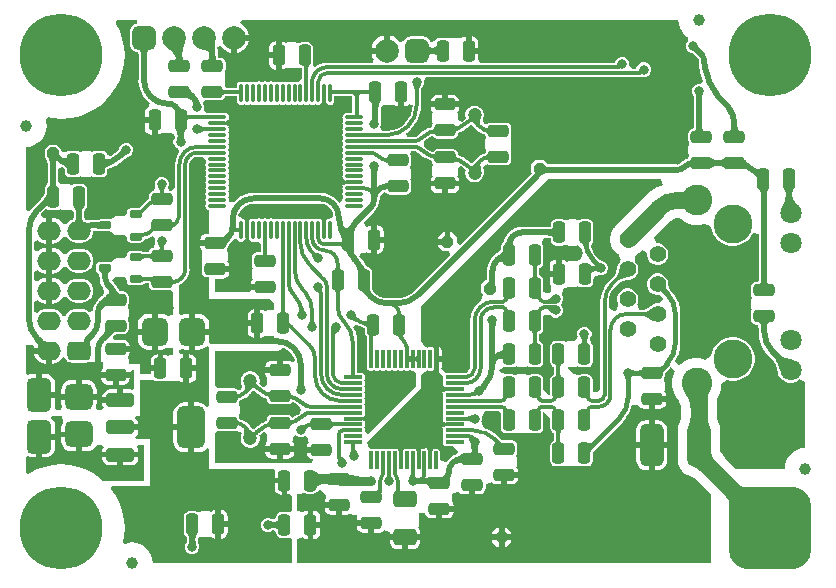
<source format=gbl>
G04*
G04 #@! TF.GenerationSoftware,Altium Limited,Altium Designer,22.11.1 (43)*
G04*
G04 Layer_Physical_Order=2*
G04 Layer_Color=16711680*
%FSLAX44Y44*%
%MOMM*%
G71*
G04*
G04 #@! TF.SameCoordinates,B4B51071-859D-47FF-9FC0-9373829CE578*
G04*
G04*
G04 #@! TF.FilePolarity,Positive*
G04*
G01*
G75*
%ADD10C,0.4000*%
%ADD27C,1.4000*%
%ADD29C,0.5000*%
%ADD30C,0.3000*%
%ADD32C,0.8000*%
G04:AMPARAMS|DCode=33|XSize=2mm|YSize=2mm|CornerRadius=0.5mm|HoleSize=0mm|Usage=FLASHONLY|Rotation=180.000|XOffset=0mm|YOffset=0mm|HoleType=Round|Shape=RoundedRectangle|*
%AMROUNDEDRECTD33*
21,1,2.0000,1.0000,0,0,180.0*
21,1,1.0000,2.0000,0,0,180.0*
1,1,1.0000,-0.5000,0.5000*
1,1,1.0000,0.5000,0.5000*
1,1,1.0000,0.5000,-0.5000*
1,1,1.0000,-0.5000,-0.5000*
%
%ADD33ROUNDEDRECTD33*%
%ADD34C,2.0000*%
%ADD35C,1.8000*%
%ADD36C,3.3000*%
%ADD37C,2.6000*%
%ADD38C,7.0000*%
G04:AMPARAMS|DCode=39|XSize=1mm|YSize=1mm|CornerRadius=0mm|HoleSize=0mm|Usage=FLASHONLY|Rotation=90.000|XOffset=0mm|YOffset=0mm|HoleType=Round|Shape=Octagon|*
%AMOCTAGOND39*
4,1,8,0.2500,0.5000,-0.2500,0.5000,-0.5000,0.2500,-0.5000,-0.2500,-0.2500,-0.5000,0.2500,-0.5000,0.5000,-0.2500,0.5000,0.2500,0.2500,0.5000,0.0*
%
%ADD39OCTAGOND39*%

G04:AMPARAMS|DCode=40|XSize=1mm|YSize=1mm|CornerRadius=0mm|HoleSize=0mm|Usage=FLASHONLY|Rotation=0.000|XOffset=0mm|YOffset=0mm|HoleType=Round|Shape=Octagon|*
%AMOCTAGOND40*
4,1,8,0.5000,-0.2500,0.5000,0.2500,0.2500,0.5000,-0.2500,0.5000,-0.5000,0.2500,-0.5000,-0.2500,-0.2500,-0.5000,0.2500,-0.5000,0.5000,-0.2500,0.0*
%
%ADD40OCTAGOND40*%

%ADD41O,2.0000X1.6000*%
G04:AMPARAMS|DCode=42|XSize=1.6mm|YSize=2mm|CornerRadius=0.4mm|HoleSize=0mm|Usage=FLASHONLY|Rotation=90.000|XOffset=0mm|YOffset=0mm|HoleType=Round|Shape=RoundedRectangle|*
%AMROUNDEDRECTD42*
21,1,1.6000,1.2000,0,0,90.0*
21,1,0.8000,2.0000,0,0,90.0*
1,1,0.8000,0.6000,0.4000*
1,1,0.8000,0.6000,-0.4000*
1,1,0.8000,-0.6000,-0.4000*
1,1,0.8000,-0.6000,0.4000*
%
%ADD42ROUNDEDRECTD42*%
%ADD43C,1.2000*%
G04:AMPARAMS|DCode=44|XSize=7mm|YSize=7mm|CornerRadius=1.75mm|HoleSize=0mm|Usage=FLASHONLY|Rotation=0.000|XOffset=0mm|YOffset=0mm|HoleType=Round|Shape=RoundedRectangle|*
%AMROUNDEDRECTD44*
21,1,7.0000,3.5000,0,0,0.0*
21,1,3.5000,7.0000,0,0,0.0*
1,1,3.5000,1.7500,-1.7500*
1,1,3.5000,-1.7500,-1.7500*
1,1,3.5000,-1.7500,1.7500*
1,1,3.5000,1.7500,1.7500*
%
%ADD44ROUNDEDRECTD44*%
%ADD45C,0.8000*%
%ADD46C,1.4000*%
%ADD47C,1.0000*%
G04:AMPARAMS|DCode=48|XSize=1.8mm|YSize=1mm|CornerRadius=0.25mm|HoleSize=0mm|Usage=FLASHONLY|Rotation=270.000|XOffset=0mm|YOffset=0mm|HoleType=Round|Shape=RoundedRectangle|*
%AMROUNDEDRECTD48*
21,1,1.8000,0.5000,0,0,270.0*
21,1,1.3000,1.0000,0,0,270.0*
1,1,0.5000,-0.2500,-0.6500*
1,1,0.5000,-0.2500,0.6500*
1,1,0.5000,0.2500,0.6500*
1,1,0.5000,0.2500,-0.6500*
%
%ADD48ROUNDEDRECTD48*%
%ADD49C,1.0000*%
G04:AMPARAMS|DCode=50|XSize=3.6mm|YSize=2mm|CornerRadius=0.5mm|HoleSize=0mm|Usage=FLASHONLY|Rotation=270.000|XOffset=0mm|YOffset=0mm|HoleType=Round|Shape=RoundedRectangle|*
%AMROUNDEDRECTD50*
21,1,3.6000,1.0000,0,0,270.0*
21,1,2.6000,2.0000,0,0,270.0*
1,1,1.0000,-0.5000,-1.3000*
1,1,1.0000,-0.5000,1.3000*
1,1,1.0000,0.5000,1.3000*
1,1,1.0000,0.5000,-1.3000*
%
%ADD50ROUNDEDRECTD50*%
G04:AMPARAMS|DCode=51|XSize=2.2mm|YSize=2.4mm|CornerRadius=0.55mm|HoleSize=0mm|Usage=FLASHONLY|Rotation=0.000|XOffset=0mm|YOffset=0mm|HoleType=Round|Shape=RoundedRectangle|*
%AMROUNDEDRECTD51*
21,1,2.2000,1.3000,0,0,0.0*
21,1,1.1000,2.4000,0,0,0.0*
1,1,1.1000,0.5500,-0.6500*
1,1,1.1000,-0.5500,-0.6500*
1,1,1.1000,-0.5500,0.6500*
1,1,1.1000,0.5500,0.6500*
%
%ADD51ROUNDEDRECTD51*%
G04:AMPARAMS|DCode=52|XSize=2.2mm|YSize=2.4mm|CornerRadius=0.55mm|HoleSize=0mm|Usage=FLASHONLY|Rotation=90.000|XOffset=0mm|YOffset=0mm|HoleType=Round|Shape=RoundedRectangle|*
%AMROUNDEDRECTD52*
21,1,2.2000,1.3000,0,0,90.0*
21,1,1.1000,2.4000,0,0,90.0*
1,1,1.1000,0.6500,0.5500*
1,1,1.1000,0.6500,-0.5500*
1,1,1.1000,-0.6500,-0.5500*
1,1,1.1000,-0.6500,0.5500*
%
%ADD52ROUNDEDRECTD52*%
G04:AMPARAMS|DCode=53|XSize=2mm|YSize=1.4mm|CornerRadius=0.35mm|HoleSize=0mm|Usage=FLASHONLY|Rotation=180.000|XOffset=0mm|YOffset=0mm|HoleType=Round|Shape=RoundedRectangle|*
%AMROUNDEDRECTD53*
21,1,2.0000,0.7000,0,0,180.0*
21,1,1.3000,1.4000,0,0,180.0*
1,1,0.7000,-0.6500,0.3500*
1,1,0.7000,0.6500,0.3500*
1,1,0.7000,0.6500,-0.3500*
1,1,0.7000,-0.6500,-0.3500*
%
%ADD53ROUNDEDRECTD53*%
G04:AMPARAMS|DCode=54|XSize=1.8mm|YSize=1mm|CornerRadius=0.25mm|HoleSize=0mm|Usage=FLASHONLY|Rotation=0.000|XOffset=0mm|YOffset=0mm|HoleType=Round|Shape=RoundedRectangle|*
%AMROUNDEDRECTD54*
21,1,1.8000,0.5000,0,0,0.0*
21,1,1.3000,1.0000,0,0,0.0*
1,1,0.5000,0.6500,-0.2500*
1,1,0.5000,-0.6500,-0.2500*
1,1,0.5000,-0.6500,0.2500*
1,1,0.5000,0.6500,0.2500*
%
%ADD54ROUNDEDRECTD54*%
G04:AMPARAMS|DCode=55|XSize=0.3mm|YSize=1.6mm|CornerRadius=0.075mm|HoleSize=0mm|Usage=FLASHONLY|Rotation=180.000|XOffset=0mm|YOffset=0mm|HoleType=Round|Shape=RoundedRectangle|*
%AMROUNDEDRECTD55*
21,1,0.3000,1.4500,0,0,180.0*
21,1,0.1500,1.6000,0,0,180.0*
1,1,0.1500,-0.0750,0.7250*
1,1,0.1500,0.0750,0.7250*
1,1,0.1500,0.0750,-0.7250*
1,1,0.1500,-0.0750,-0.7250*
%
%ADD55ROUNDEDRECTD55*%
G04:AMPARAMS|DCode=56|XSize=0.3mm|YSize=1.6mm|CornerRadius=0.075mm|HoleSize=0mm|Usage=FLASHONLY|Rotation=90.000|XOffset=0mm|YOffset=0mm|HoleType=Round|Shape=RoundedRectangle|*
%AMROUNDEDRECTD56*
21,1,0.3000,1.4500,0,0,90.0*
21,1,0.1500,1.6000,0,0,90.0*
1,1,0.1500,0.7250,0.0750*
1,1,0.1500,0.7250,-0.0750*
1,1,0.1500,-0.7250,-0.0750*
1,1,0.1500,-0.7250,0.0750*
%
%ADD56ROUNDEDRECTD56*%
%ADD57O,1.6000X0.3000*%
%ADD58O,0.3000X1.6000*%
G04:AMPARAMS|DCode=59|XSize=0.6mm|YSize=1.1mm|CornerRadius=0.15mm|HoleSize=0mm|Usage=FLASHONLY|Rotation=90.000|XOffset=0mm|YOffset=0mm|HoleType=Round|Shape=RoundedRectangle|*
%AMROUNDEDRECTD59*
21,1,0.6000,0.8000,0,0,90.0*
21,1,0.3000,1.1000,0,0,90.0*
1,1,0.3000,0.4000,0.1500*
1,1,0.3000,0.4000,-0.1500*
1,1,0.3000,-0.4000,-0.1500*
1,1,0.3000,-0.4000,0.1500*
%
%ADD59ROUNDEDRECTD59*%
G04:AMPARAMS|DCode=60|XSize=1.2mm|YSize=2.4mm|CornerRadius=0.3mm|HoleSize=0mm|Usage=FLASHONLY|Rotation=270.000|XOffset=0mm|YOffset=0mm|HoleType=Round|Shape=RoundedRectangle|*
%AMROUNDEDRECTD60*
21,1,1.2000,1.8000,0,0,270.0*
21,1,0.6000,2.4000,0,0,270.0*
1,1,0.6000,-0.9000,-0.3000*
1,1,0.6000,-0.9000,0.3000*
1,1,0.6000,0.9000,0.3000*
1,1,0.6000,0.9000,-0.3000*
%
%ADD60ROUNDEDRECTD60*%
G04:AMPARAMS|DCode=61|XSize=3.6mm|YSize=2.4mm|CornerRadius=0.6mm|HoleSize=0mm|Usage=FLASHONLY|Rotation=270.000|XOffset=0mm|YOffset=0mm|HoleType=Round|Shape=RoundedRectangle|*
%AMROUNDEDRECTD61*
21,1,3.6000,1.2000,0,0,270.0*
21,1,2.4000,2.4000,0,0,270.0*
1,1,1.2000,-0.6000,-1.2000*
1,1,1.2000,-0.6000,1.2000*
1,1,1.2000,0.6000,1.2000*
1,1,1.2000,0.6000,-1.2000*
%
%ADD61ROUNDEDRECTD61*%
G04:AMPARAMS|DCode=62|XSize=2.1mm|YSize=2.9mm|CornerRadius=0.525mm|HoleSize=0mm|Usage=FLASHONLY|Rotation=180.000|XOffset=0mm|YOffset=0mm|HoleType=Round|Shape=RoundedRectangle|*
%AMROUNDEDRECTD62*
21,1,2.1000,1.8500,0,0,180.0*
21,1,1.0500,2.9000,0,0,180.0*
1,1,1.0500,-0.5250,0.9250*
1,1,1.0500,0.5250,0.9250*
1,1,1.0500,0.5250,-0.9250*
1,1,1.0500,-0.5250,-0.9250*
%
%ADD62ROUNDEDRECTD62*%
G36*
X368013Y449000D02*
X367962Y449475D01*
X367811Y449900D01*
X367560Y450275D01*
X367208Y450600D01*
X366755Y450875D01*
X366202Y451100D01*
X365548Y451275D01*
X364793Y451400D01*
X364497Y451426D01*
X364202Y451400D01*
X363447Y451275D01*
X362793Y451100D01*
X362240Y450875D01*
X361787Y450600D01*
X361435Y450275D01*
X361183Y449900D01*
X361032Y449475D01*
X360982Y449000D01*
X360982Y458996D01*
X361032Y458522D01*
X361183Y458097D01*
X361435Y457723D01*
X361787Y457399D01*
X362240Y457124D01*
X362793Y456899D01*
X363447Y456725D01*
X364202Y456600D01*
X364497Y456574D01*
X364793Y456600D01*
X365548Y456725D01*
X366202Y456900D01*
X366755Y457125D01*
X367208Y457400D01*
X367560Y457725D01*
X367811Y458100D01*
X367962Y458525D01*
X368013Y459000D01*
Y449000D01*
D02*
G37*
G36*
X124996Y455018D02*
X124522Y454967D01*
X124097Y454817D01*
X123723Y454565D01*
X123399Y454213D01*
X123124Y453760D01*
X122899Y453207D01*
X122725Y452553D01*
X122600Y451799D01*
X122525Y450943D01*
X122500Y449988D01*
X117500D01*
X117475Y450943D01*
X117400Y451799D01*
X117275Y452553D01*
X117100Y453207D01*
X116875Y453760D01*
X116600Y454213D01*
X116275Y454565D01*
X115900Y454817D01*
X115475Y454968D01*
X115000Y455018D01*
X124996Y455018D01*
D02*
G37*
G36*
X180500Y451020D02*
X175506Y451000D01*
X180500D01*
X180525Y450048D01*
X180599Y449196D01*
X180723Y448444D01*
X180897Y447792D01*
X181120Y447241D01*
X181394Y446789D01*
X181716Y446439D01*
X182089Y446188D01*
X182511Y446037D01*
X182982Y445987D01*
X173018D01*
X173489Y446037D01*
X173911Y446188D01*
X174284Y446439D01*
X174606Y446789D01*
X174879Y447241D01*
X175103Y447792D01*
X175277Y448444D01*
X175401Y449196D01*
X175475Y450048D01*
X175500Y451000D01*
X175441Y451643D01*
X175263Y452233D01*
X174967Y452771D01*
X174552Y453257D01*
X174018Y453691D01*
X173367Y454072D01*
X172596Y454401D01*
X171707Y454678D01*
X170700Y454903D01*
X169574Y455075D01*
X179911Y460878D01*
X180500Y451020D01*
D02*
G37*
G36*
X154167Y460008D02*
X153817Y458961D01*
X153508Y457840D01*
X153014Y455381D01*
X152829Y454042D01*
X152582Y451146D01*
X152548Y449804D01*
X152600Y449207D01*
X152725Y448452D01*
X152900Y447798D01*
X153125Y447245D01*
X153400Y446792D01*
X153725Y446440D01*
X154100Y446189D01*
X154525Y446038D01*
X155000Y445987D01*
X148897D01*
X147500Y445223D01*
X147440Y445987D01*
X145000D01*
X145475Y446038D01*
X145900Y446189D01*
X146275Y446440D01*
X146600Y446792D01*
X146875Y447245D01*
X147051Y447679D01*
X146746Y448498D01*
X146159Y449651D01*
X145404Y450836D01*
X144482Y452051D01*
X143392Y453297D01*
X142135Y454574D01*
X139117Y457221D01*
X154558Y460983D01*
X154167Y460008D01*
D02*
G37*
G36*
X260037Y441529D02*
X259820Y441300D01*
X259627Y441033D01*
X259461Y440727D01*
X259320Y440382D01*
X259205Y439999D01*
X259115Y439578D01*
X259051Y439118D01*
X259013Y438619D01*
X259000Y438082D01*
X256000Y437982D01*
X255985Y438591D01*
X255940Y439132D01*
X255865Y439605D01*
X255760Y440010D01*
X255625Y440347D01*
X255460Y440616D01*
X255265Y440817D01*
X255040Y440950D01*
X254785Y441015D01*
X254500Y441013D01*
X260280Y441720D01*
X260037Y441529D01*
D02*
G37*
G36*
X572753Y476569D02*
X573754Y473271D01*
X575379Y470230D01*
X577566Y467566D01*
X580089Y465494D01*
X580156Y465389D01*
X580239Y465212D01*
X580401Y461886D01*
X579913Y461399D01*
X579000Y459193D01*
Y456806D01*
X579913Y454601D01*
X581601Y452913D01*
X583806Y452000D01*
X584511D01*
X589362Y447150D01*
X589364Y447148D01*
X589366Y447133D01*
X589476Y446869D01*
X589535Y446872D01*
X589598Y446553D01*
X589786Y443215D01*
X590343Y439937D01*
X590333Y439887D01*
X590333Y439886D01*
X590376Y439067D01*
X590761Y437260D01*
X590765Y437253D01*
X590924Y436516D01*
X591031Y436143D01*
X592805Y429987D01*
X593509Y428288D01*
X591213Y425992D01*
X591194Y426000D01*
X588806D01*
X586601Y425087D01*
X584913Y423399D01*
X584000Y421194D01*
Y418806D01*
X584913Y416601D01*
X585169Y416346D01*
X585202Y416240D01*
X585258Y415996D01*
X585305Y415715D01*
X585412Y414157D01*
Y389857D01*
X585375Y389431D01*
X585278Y388836D01*
X585160Y388385D01*
X585041Y388086D01*
X584981Y387985D01*
X583744Y387739D01*
X582256Y386744D01*
X581261Y385256D01*
X580912Y383500D01*
Y378500D01*
X581261Y376744D01*
X581558Y374442D01*
X581116Y373780D01*
X580961Y373000D01*
Y367000D01*
X581116Y366220D01*
X581558Y365558D01*
X581517Y365236D01*
X580609Y362610D01*
X579628Y362313D01*
X579406Y362194D01*
X579273Y362168D01*
X578939Y361944D01*
X576749Y360774D01*
X574287Y358754D01*
X574220Y358709D01*
X574170Y358633D01*
X572992Y357847D01*
X571604Y357570D01*
X571515Y357588D01*
X463383D01*
X462730Y357631D01*
X461862Y357739D01*
X461735Y357765D01*
X458500Y361000D01*
X451500D01*
X448000Y357500D01*
Y350500D01*
X448506Y349994D01*
X388000Y289489D01*
X385000Y290731D01*
Y296000D01*
X381000Y300000D01*
X379500D01*
Y292000D01*
X377000D01*
Y289500D01*
X369000D01*
Y288000D01*
X373000Y284000D01*
X378269D01*
X379511Y281000D01*
X349195Y250684D01*
X349078Y250508D01*
X346076Y248044D01*
X342467Y246115D01*
X338551Y244928D01*
X334686Y244547D01*
X334479Y244588D01*
X326000D01*
X325881Y244564D01*
X322986Y244849D01*
X320089Y245728D01*
X317418Y247156D01*
X315077Y249077D01*
X314791Y249425D01*
X314564Y249772D01*
X314168Y250418D01*
X313526Y251605D01*
X313320Y252061D01*
X313168Y252463D01*
X313075Y252781D01*
X313034Y253000D01*
X313027Y253106D01*
X313046Y253289D01*
X313088Y253500D01*
Y266500D01*
X312739Y268256D01*
X311744Y269744D01*
X310727Y270424D01*
X310719Y270433D01*
X310696Y270445D01*
X310494Y270580D01*
X310473Y270598D01*
X310460Y270602D01*
X310256Y270739D01*
X310019Y270786D01*
X310008Y270791D01*
X309664Y270887D01*
X309436Y270986D01*
X309170Y271145D01*
X308869Y271374D01*
X308536Y271682D01*
X308179Y272074D01*
X307820Y272528D01*
X307053Y273703D01*
X306970Y273839D01*
X306587Y274527D01*
X306561Y274558D01*
X306548Y274595D01*
X306422Y274732D01*
X305102Y276887D01*
X302477Y279961D01*
X302740Y281254D01*
X303770Y282961D01*
X307000D01*
X307780Y283116D01*
X308442Y283558D01*
X310354Y282319D01*
X312500Y281892D01*
Y294000D01*
Y306108D01*
X310354Y305681D01*
X309219Y304946D01*
X307157Y305580D01*
X306192Y308703D01*
X314866Y317377D01*
X314925Y317466D01*
X316862Y319826D01*
X318351Y322612D01*
X319268Y325635D01*
X319567Y328673D01*
X319588Y328778D01*
Y329134D01*
X319952Y330961D01*
X321188Y332812D01*
X323039Y334048D01*
X324528Y334345D01*
X325256Y333256D01*
X326744Y332261D01*
X328500Y331912D01*
X341500D01*
X343256Y332261D01*
X344744Y333256D01*
X345739Y334744D01*
X346088Y336500D01*
Y341500D01*
X345739Y343256D01*
X345442Y345558D01*
X345884Y346220D01*
X346039Y347000D01*
Y353000D01*
X345884Y353780D01*
X345442Y354442D01*
X345739Y356744D01*
X346088Y358500D01*
Y363500D01*
X345739Y365256D01*
X345288Y365931D01*
X346328Y368595D01*
X346616Y368931D01*
X348964D01*
X349059Y368950D01*
X349987Y368766D01*
X352437Y367437D01*
X352437D01*
X356349Y364227D01*
X360813Y361841D01*
X362247Y361406D01*
X362288Y361378D01*
X362386Y361357D01*
X362474Y361309D01*
X362989Y361146D01*
X363380Y360999D01*
X363687Y360858D01*
X363908Y360733D01*
X363974Y360686D01*
X364261Y359244D01*
X364558Y356942D01*
X364116Y356280D01*
X363961Y355500D01*
Y349500D01*
X364116Y348720D01*
X364558Y348058D01*
X363319Y346146D01*
X362892Y344000D01*
X387108D01*
X386681Y346146D01*
X385442Y348058D01*
X385884Y348720D01*
X386039Y349500D01*
Y354330D01*
X388200Y355932D01*
X388981Y356088D01*
X391927Y353671D01*
X392016Y353537D01*
X392402Y353152D01*
X392000Y351653D01*
Y349547D01*
X392545Y347512D01*
X393598Y345688D01*
X395088Y344198D01*
X396912Y343145D01*
X398947Y342600D01*
X401053D01*
X403088Y343145D01*
X404912Y344198D01*
X406402Y345688D01*
X407455Y347512D01*
X408000Y349547D01*
Y351653D01*
X407796Y352414D01*
X407788Y352594D01*
X407504Y353744D01*
X407253Y354987D01*
X408045Y356575D01*
X411131Y357671D01*
X411744Y357261D01*
X413500Y356912D01*
X426500D01*
X428256Y357261D01*
X429744Y358256D01*
X430739Y359744D01*
X431088Y361500D01*
Y366500D01*
X430739Y368256D01*
X430442Y370558D01*
X430884Y371220D01*
X431039Y372000D01*
Y378000D01*
X430884Y378780D01*
X430442Y379442D01*
X430739Y381744D01*
X431088Y383500D01*
Y388500D01*
X430739Y390256D01*
X429744Y391744D01*
X428256Y392739D01*
X426500Y393088D01*
X413500D01*
X411744Y392739D01*
X410256Y391744D01*
X408531Y391908D01*
X407900Y392459D01*
X407613Y392821D01*
X406882Y394357D01*
X406713Y394902D01*
X407006Y395460D01*
X407052Y395615D01*
X407455Y396312D01*
X408000Y398347D01*
Y400453D01*
X407455Y402488D01*
X406402Y404312D01*
X404912Y405802D01*
X403088Y406855D01*
X401053Y407400D01*
X398947D01*
X396912Y406855D01*
X395088Y405802D01*
X393598Y404312D01*
X392545Y402488D01*
X392000Y400453D01*
Y398347D01*
X392402Y396848D01*
X392016Y396463D01*
X391927Y396329D01*
X388981Y393912D01*
X388200Y394068D01*
X386039Y395670D01*
Y400500D01*
X385884Y401280D01*
X385442Y401942D01*
X386681Y403854D01*
X387108Y406000D01*
X375000D01*
X362892D01*
X363319Y403854D01*
X364558Y401942D01*
X364116Y401280D01*
X363961Y400500D01*
Y394500D01*
X364116Y393720D01*
X364558Y393058D01*
X364261Y390756D01*
X363974Y389314D01*
X363908Y389267D01*
X363687Y389142D01*
X363380Y389001D01*
X362989Y388854D01*
X362474Y388691D01*
X362386Y388643D01*
X362288Y388622D01*
X362247Y388594D01*
X360813Y388159D01*
X356349Y385773D01*
X352437Y382563D01*
X352437D01*
X349987Y381234D01*
X349059Y381050D01*
X348964Y381069D01*
X342868D01*
X342022Y384068D01*
X342640Y384447D01*
X346099Y387401D01*
X349053Y390860D01*
X351430Y394739D01*
X353171Y398942D01*
X354232Y403365D01*
X354589Y407900D01*
X354569D01*
Y419966D01*
X354594Y420261D01*
X354659Y420710D01*
X354749Y421137D01*
X354862Y421542D01*
X354999Y421927D01*
X355159Y422296D01*
X355343Y422649D01*
X355552Y422988D01*
X355751Y423265D01*
X356087Y423601D01*
X357000Y425807D01*
Y428194D01*
X356901Y428431D01*
X358906Y431431D01*
X540000Y431431D01*
X541366Y431703D01*
X541810Y432000D01*
X544193D01*
X546399Y432913D01*
X548087Y434601D01*
X549000Y436806D01*
Y439193D01*
X548087Y441399D01*
X546399Y443087D01*
X544193Y444000D01*
X541806D01*
X539601Y443087D01*
X537914Y441399D01*
X537000Y439193D01*
Y438569D01*
X532906D01*
X530901Y441569D01*
X531000Y441806D01*
Y444193D01*
X530087Y446399D01*
X528399Y448087D01*
X526194Y449000D01*
X523806D01*
X521601Y448087D01*
X519913Y446399D01*
X519000Y444193D01*
Y443569D01*
X404821D01*
X402923Y446569D01*
X403108Y447500D01*
Y451500D01*
X395000D01*
Y454000D01*
X392500D01*
Y466108D01*
X390354Y465681D01*
X388442Y464442D01*
X387780Y464884D01*
X387000Y465039D01*
X381000D01*
X380220Y464884D01*
X379558Y464442D01*
X377256Y464739D01*
X375500Y465088D01*
X370500D01*
X368744Y464739D01*
X367256Y463744D01*
X366261Y462256D01*
X363311Y460949D01*
X362707Y461099D01*
X362114Y462530D01*
X360993Y463993D01*
X359530Y465115D01*
X357827Y465820D01*
X356000Y466060D01*
X346000D01*
X344173Y465820D01*
X342470Y465115D01*
X341007Y463993D01*
X339885Y462530D01*
X339578Y461789D01*
X336754Y461335D01*
X336325Y461424D01*
X336003Y461982D01*
X333582Y464403D01*
X330618Y466114D01*
X328100Y466789D01*
Y454000D01*
X325600D01*
Y451500D01*
X312811D01*
X313486Y448982D01*
X314879Y446569D01*
X314227Y444693D01*
X313404Y443569D01*
X282980D01*
X280000Y443569D01*
X279988Y443679D01*
X279985Y443678D01*
X279876Y443569D01*
X275000D01*
Y443577D01*
X271863Y443269D01*
X268848Y442354D01*
X266068Y440868D01*
X265258Y440204D01*
X263493Y441283D01*
X262804Y442070D01*
X263088Y443500D01*
Y456500D01*
X262739Y458256D01*
X261744Y459744D01*
X260256Y460739D01*
X258500Y461088D01*
X253500D01*
X251744Y460739D01*
X249442Y460442D01*
X248780Y460884D01*
X248000Y461039D01*
X242000D01*
X241220Y460884D01*
X240558Y460442D01*
X238646Y461681D01*
X236500Y462108D01*
Y450000D01*
Y437892D01*
X238646Y438319D01*
X240558Y439558D01*
X241220Y439116D01*
X242000Y438961D01*
X248000D01*
X248780Y439116D01*
X249442Y439558D01*
X251744Y439261D01*
X253500Y438912D01*
X253910D01*
X253914Y438887D01*
X253931Y438679D01*
Y430843D01*
X252563Y428191D01*
X251621Y427894D01*
X251134Y427797D01*
X250973Y427689D01*
X249652Y427272D01*
X248866Y427797D01*
X247500Y428069D01*
X246134Y427797D01*
X245000Y427039D01*
X243866Y427797D01*
X242500Y428069D01*
X241134Y427797D01*
X240000Y427039D01*
X238866Y427797D01*
X237500Y428069D01*
X236134Y427797D01*
X235000Y427039D01*
X233866Y427797D01*
X232500Y428069D01*
X231134Y427797D01*
X230000Y427039D01*
X228866Y427797D01*
X227500Y428069D01*
X226134Y427797D01*
X225000Y427039D01*
X223866Y427797D01*
X222500Y428069D01*
X221134Y427797D01*
X220000Y427039D01*
X218866Y427797D01*
X217500Y428069D01*
X216134Y427797D01*
X215000Y427039D01*
X213866Y427797D01*
X212500Y428069D01*
X211134Y427797D01*
X210000Y427039D01*
X208866Y427797D01*
X207500Y428069D01*
X206134Y427797D01*
X205000Y427039D01*
X203866Y427797D01*
X202500Y428069D01*
X201134Y427797D01*
X199977Y427023D01*
X199203Y425866D01*
X198931Y424500D01*
Y422600D01*
X198838Y422585D01*
X198653Y422569D01*
X189337D01*
X189138Y422585D01*
X188684Y423680D01*
X188442Y425558D01*
X188884Y426220D01*
X189039Y427000D01*
Y433000D01*
X188884Y433780D01*
X188442Y434442D01*
X188739Y436744D01*
X189088Y438500D01*
Y443500D01*
X188739Y445256D01*
X187744Y446744D01*
X186256Y447739D01*
X184500Y448088D01*
X182991D01*
X182949Y448157D01*
X182601Y451000D01*
X182601D01*
X182571Y451225D01*
X182370Y453910D01*
X182167Y457305D01*
X185120Y458192D01*
X185797Y457018D01*
X188218Y454597D01*
X191182Y452886D01*
X193700Y452211D01*
Y465000D01*
X196200D01*
Y467500D01*
X208989D01*
X208314Y470018D01*
X206603Y472982D01*
X204182Y475403D01*
X201415Y477000D01*
X201333Y477280D01*
X202762Y480000D01*
X572415D01*
X572753Y476569D01*
D02*
G37*
G36*
X353852Y424117D02*
X353569Y423655D01*
X353318Y423175D01*
X353101Y422676D01*
X352917Y422159D01*
X352767Y421622D01*
X352650Y421068D01*
X352567Y420494D01*
X352517Y419902D01*
X352500Y419292D01*
X349500D01*
X349483Y419902D01*
X349433Y420494D01*
X349350Y421068D01*
X349233Y421622D01*
X349083Y422159D01*
X348899Y422676D01*
X348682Y423175D01*
X348432Y423655D01*
X348148Y424117D01*
X347830Y424560D01*
X354170D01*
X353852Y424117D01*
D02*
G37*
G36*
X186920Y421710D02*
X187014Y421456D01*
X187170Y421232D01*
X187389Y421038D01*
X187671Y420873D01*
X188015Y420739D01*
X188422Y420634D01*
X188891Y420560D01*
X189423Y420515D01*
X190018Y420500D01*
Y417500D01*
X189423Y417485D01*
X188891Y417440D01*
X188422Y417365D01*
X188015Y417261D01*
X187671Y417127D01*
X187389Y416962D01*
X187170Y416768D01*
X187014Y416544D01*
X186920Y416290D01*
X186889Y416006D01*
Y421994D01*
X186920Y421710D01*
D02*
G37*
G36*
X311013Y416000D02*
X310982Y416285D01*
X310891Y416540D01*
X310740Y416765D01*
X310528Y416960D01*
X310255Y417125D01*
X309922Y417260D01*
X309528Y417365D01*
X309073Y417440D01*
X308558Y417485D01*
X307982Y417500D01*
Y420500D01*
X308558Y420515D01*
X309073Y420560D01*
X309528Y420635D01*
X309922Y420740D01*
X310255Y420875D01*
X310528Y421040D01*
X310740Y421235D01*
X310891Y421460D01*
X310982Y421715D01*
X311013Y422000D01*
Y416000D01*
D02*
G37*
G36*
X278998Y421715D02*
X279089Y421460D01*
X279241Y421235D01*
X279453Y421040D01*
X279725Y420875D01*
X280059Y420740D01*
X280453Y420635D01*
X280907Y420560D01*
X281423Y420515D01*
X281998Y420500D01*
Y417500D01*
X281423Y417485D01*
X280907Y417440D01*
X280453Y417365D01*
X280059Y417260D01*
X279725Y417125D01*
X279453Y416960D01*
X279241Y416765D01*
X279089Y416540D01*
X278998Y416285D01*
X278968Y416000D01*
Y422000D01*
X278998Y421715D01*
D02*
G37*
G36*
X201032Y416000D02*
X201002Y416285D01*
X200911Y416540D01*
X200759Y416765D01*
X200547Y416960D01*
X200275Y417125D01*
X199941Y417260D01*
X199547Y417365D01*
X199093Y417440D01*
X198577Y417485D01*
X198002Y417500D01*
Y420500D01*
X198577Y420515D01*
X199093Y420560D01*
X199547Y420635D01*
X199941Y420740D01*
X200275Y420875D01*
X200547Y421040D01*
X200759Y421235D01*
X200911Y421460D01*
X201002Y421715D01*
X201032Y422000D01*
Y416000D01*
D02*
G37*
G36*
X304500Y417500D02*
X303930Y417470D01*
X303420Y417380D01*
X302970Y417230D01*
X302580Y417020D01*
X302250Y416750D01*
X301980Y416420D01*
X301770Y416030D01*
X301620Y415580D01*
X301530Y415070D01*
X301500Y414500D01*
X298500D01*
X298470Y415070D01*
X298380Y415580D01*
X298230Y416030D01*
X298020Y416420D01*
X297750Y416750D01*
X297420Y417020D01*
X297030Y417230D01*
X296580Y417380D01*
X296070Y417470D01*
X295500Y417500D01*
X300000Y420500D01*
X304500Y417500D01*
D02*
G37*
G36*
X593042Y417357D02*
X592929Y417094D01*
X592828Y416773D01*
X592741Y416393D01*
X592667Y415954D01*
X592560Y414900D01*
X592507Y413611D01*
X592500Y412878D01*
X587500D01*
X587493Y413611D01*
X587333Y415954D01*
X587259Y416393D01*
X587172Y416773D01*
X587071Y417094D01*
X586958Y417357D01*
X586830Y417560D01*
X593170D01*
X593042Y417357D01*
D02*
G37*
G36*
X273931Y411500D02*
X274203Y410134D01*
X274976Y408976D01*
X275000Y408960D01*
Y407758D01*
X275744Y408256D01*
X275840Y408400D01*
X276134Y408203D01*
X277500Y407931D01*
X278866Y408203D01*
X280023Y408977D01*
X280797Y410134D01*
X281069Y411500D01*
Y415400D01*
X281162Y415415D01*
X281347Y415431D01*
X295888D01*
X296078Y415398D01*
X296218Y415351D01*
X296281Y415317D01*
X296301Y415301D01*
X296318Y415281D01*
X296351Y415218D01*
X296398Y415078D01*
X296431Y414888D01*
Y401069D01*
X291500D01*
X290134Y400797D01*
X288977Y400023D01*
X288203Y398866D01*
X287931Y397500D01*
X288203Y396134D01*
X288961Y395000D01*
X288203Y393866D01*
X287931Y392500D01*
X288203Y391134D01*
X288961Y390000D01*
X288203Y388866D01*
X287931Y387500D01*
X288203Y386134D01*
X288961Y385000D01*
X288203Y383866D01*
X287931Y382500D01*
X288203Y381134D01*
X288961Y380000D01*
X288203Y378866D01*
X287931Y377500D01*
X288203Y376134D01*
X288961Y375000D01*
X288203Y373866D01*
X287931Y372500D01*
X288203Y371134D01*
X288961Y370000D01*
X288203Y368866D01*
X287931Y367500D01*
X288203Y366134D01*
X288961Y365000D01*
X288203Y363866D01*
X287931Y362500D01*
X288203Y361134D01*
X288961Y360000D01*
X288203Y358866D01*
X287931Y357500D01*
X288203Y356134D01*
X288961Y355000D01*
X288203Y353866D01*
X287931Y352500D01*
X288203Y351134D01*
X288961Y350000D01*
X288203Y348866D01*
X287931Y347500D01*
X288203Y346134D01*
X288400Y345840D01*
X288256Y345744D01*
X287758Y345000D01*
X288960D01*
X288976Y344976D01*
X290134Y344203D01*
X291500Y343931D01*
X298000D01*
Y341069D01*
X291500D01*
X290134Y340797D01*
X288976Y340024D01*
X288960Y340000D01*
X287758D01*
X288256Y339256D01*
X288400Y339160D01*
X288203Y338866D01*
X287931Y337500D01*
X288203Y336134D01*
X288961Y335000D01*
X288203Y333866D01*
X287931Y332500D01*
X288203Y331134D01*
X288961Y330000D01*
X288203Y328866D01*
X287931Y327500D01*
X288069Y326807D01*
X285436Y325288D01*
X283566Y327566D01*
X280444Y330128D01*
X276883Y332031D01*
X273019Y333203D01*
X269000Y333599D01*
Y333588D01*
X213000D01*
Y333609D01*
X208589Y333174D01*
X204347Y331888D01*
X200437Y329798D01*
X197011Y326986D01*
X196246Y326054D01*
X195169Y325690D01*
X192458Y326168D01*
X191972Y327016D01*
X192069Y327500D01*
X191797Y328866D01*
X191039Y330000D01*
X191797Y331134D01*
X192069Y332500D01*
X191797Y333866D01*
X191039Y335000D01*
X191797Y336134D01*
X192069Y337500D01*
X191797Y338866D01*
X191039Y340000D01*
X191797Y341134D01*
X192069Y342500D01*
X191797Y343866D01*
X191039Y345000D01*
X191797Y346134D01*
X192069Y347500D01*
X191797Y348866D01*
X191039Y350000D01*
X191797Y351134D01*
X192069Y352500D01*
X191797Y353866D01*
X191039Y355000D01*
X191797Y356134D01*
X192069Y357500D01*
X191797Y358866D01*
X191039Y360000D01*
X191797Y361134D01*
X192069Y362500D01*
X191797Y363866D01*
X191039Y365000D01*
X191797Y366134D01*
X192069Y367500D01*
X191797Y368866D01*
X191039Y370000D01*
X191797Y371134D01*
X192069Y372500D01*
X191797Y373866D01*
X191039Y375000D01*
X191797Y376134D01*
X192069Y377500D01*
X191797Y378866D01*
X191039Y380000D01*
X191797Y381134D01*
X192069Y382500D01*
X191797Y383866D01*
X191039Y385000D01*
X191797Y386134D01*
X192069Y387500D01*
X191797Y388866D01*
X191600Y389160D01*
X191744Y389256D01*
X192242Y390000D01*
X191040D01*
X191024Y390024D01*
X189866Y390797D01*
X188500Y391069D01*
X182000D01*
Y393931D01*
X188500D01*
X189866Y394203D01*
X191024Y394976D01*
X191040Y395000D01*
X192242D01*
X191744Y395744D01*
X191600Y395840D01*
X191797Y396134D01*
X192069Y397500D01*
X191797Y398866D01*
X191023Y400023D01*
X189866Y400797D01*
X188500Y401069D01*
X172474D01*
X170694Y404069D01*
X171000Y404807D01*
Y407193D01*
X170206Y409110D01*
X171065Y410984D01*
X171816Y411912D01*
X184500D01*
X186256Y412261D01*
X187744Y413256D01*
X188739Y414744D01*
X188864Y415371D01*
X189138Y415415D01*
X189337Y415431D01*
X198653D01*
X198838Y415415D01*
X198931Y415400D01*
Y411500D01*
X199203Y410134D01*
X199977Y408977D01*
X201134Y408203D01*
X202500Y407931D01*
X203866Y408203D01*
X205000Y408961D01*
X206134Y408203D01*
X207500Y407931D01*
X208866Y408203D01*
X210000Y408961D01*
X211134Y408203D01*
X212500Y407931D01*
X213866Y408203D01*
X215000Y408961D01*
X216134Y408203D01*
X217500Y407931D01*
X218866Y408203D01*
X220000Y408961D01*
X221134Y408203D01*
X222500Y407931D01*
X223866Y408203D01*
X225000Y408961D01*
X226134Y408203D01*
X227500Y407931D01*
X228866Y408203D01*
X230000Y408961D01*
X231134Y408203D01*
X232500Y407931D01*
X233866Y408203D01*
X235000Y408961D01*
X236134Y408203D01*
X237500Y407931D01*
X238866Y408203D01*
X240000Y408961D01*
X241134Y408203D01*
X242500Y407931D01*
X243866Y408203D01*
X245000Y408961D01*
X246134Y408203D01*
X247500Y407931D01*
X248866Y408203D01*
X250000Y408961D01*
X251134Y408203D01*
X252500Y407931D01*
X253866Y408203D01*
X255000Y408961D01*
X256134Y408203D01*
X257500Y407931D01*
X258866Y408203D01*
X260000Y408961D01*
X261134Y408203D01*
X262500Y407931D01*
X263866Y408203D01*
X265000Y408961D01*
X266134Y408203D01*
X267500Y407931D01*
X268866Y408203D01*
X269160Y408400D01*
X269256Y408256D01*
X270000Y407758D01*
Y408960D01*
X270024Y408976D01*
X270797Y410134D01*
X271069Y411500D01*
Y418000D01*
X273931D01*
Y411500D01*
D02*
G37*
G36*
X158937Y422062D02*
X159117Y421625D01*
X159366Y421153D01*
X159684Y420647D01*
X160070Y420107D01*
X161050Y418921D01*
X161644Y418276D01*
X163037Y416883D01*
X161806Y412557D01*
X165759Y413137D01*
X167286Y409282D01*
X161237Y407356D01*
X161397Y407875D01*
X161502Y408389D01*
X161553Y408899D01*
X161548Y409404D01*
X161488Y409906D01*
X161374Y410402D01*
X161204Y410895D01*
X161163Y410984D01*
X160272Y411810D01*
X158452Y413314D01*
X157677Y413849D01*
X156993Y414239D01*
X156398Y414483D01*
X155894Y414583D01*
X155480Y414538D01*
X155157Y414348D01*
X154923Y414013D01*
X158826Y422463D01*
X158937Y422062D01*
D02*
G37*
G36*
X340500Y406892D02*
X342646Y407319D01*
X344465Y408535D01*
X346968Y407999D01*
X347463Y407742D01*
X347058Y403632D01*
X345813Y399528D01*
X343791Y395745D01*
X341070Y392430D01*
X337755Y389709D01*
X333973Y387687D01*
X329868Y386442D01*
X325758Y386037D01*
X325600Y386069D01*
X321796D01*
X321010Y387233D01*
X320280Y389069D01*
X321000Y390807D01*
Y393194D01*
X320588Y394188D01*
Y406263D01*
X320602Y406478D01*
X320604Y406493D01*
X322654Y407765D01*
X323521Y408056D01*
X324000Y407961D01*
X330000D01*
X330780Y408116D01*
X331442Y408558D01*
X333354Y407319D01*
X335500Y406892D01*
X335500D01*
Y419000D01*
X340500D01*
Y406892D01*
D02*
G37*
G36*
X319942Y410448D02*
X319639Y410109D01*
X319372Y409704D01*
X319141Y409231D01*
X318945Y408690D01*
X318785Y408083D01*
X318660Y407409D01*
X318571Y406667D01*
X318518Y405858D01*
X318500Y404982D01*
X313500D01*
X313482Y405858D01*
X313340Y407409D01*
X313215Y408083D01*
X313055Y408690D01*
X312859Y409231D01*
X312628Y409704D01*
X312360Y410109D01*
X312058Y410448D01*
X311720Y410720D01*
X320280D01*
X319942Y410448D01*
D02*
G37*
G36*
X149884Y407141D02*
X152490Y404712D01*
X152995Y404341D01*
X153442Y404064D01*
X153830Y403882D01*
X154160Y403795D01*
X154432Y403801D01*
X146101Y401943D01*
X146341Y402027D01*
X146507Y402154D01*
X146598Y402325D01*
X146616Y402540D01*
X146559Y402799D01*
X146429Y403101D01*
X146225Y403448D01*
X145946Y403838D01*
X145594Y404272D01*
X145167Y404749D01*
X149087Y407984D01*
X149884Y407141D01*
D02*
G37*
G36*
X156018Y400215D02*
X156109Y399960D01*
X156260Y399735D01*
X156472Y399540D01*
X156745Y399375D01*
X157078Y399240D01*
X157472Y399135D01*
X157927Y399060D01*
X158133Y399042D01*
X160500Y399000D01*
Y396000D01*
X157377Y395840D01*
X157078Y395760D01*
X156745Y395625D01*
X156472Y395460D01*
X156260Y395265D01*
X156109Y395040D01*
X156018Y394785D01*
X155987Y394500D01*
Y395768D01*
X155267Y395731D01*
Y399269D01*
X155367Y399218D01*
X155562Y399172D01*
X155851Y399132D01*
X155987Y399122D01*
Y400500D01*
X156018Y400215D01*
D02*
G37*
G36*
X114541Y477000D02*
X113173Y476820D01*
X111470Y476115D01*
X110007Y474992D01*
X108885Y473530D01*
X108180Y471827D01*
X107940Y470000D01*
Y460000D01*
X108180Y458173D01*
X108885Y456470D01*
X110007Y455008D01*
X111470Y453885D01*
X113173Y453180D01*
X114987Y452941D01*
X115047Y452841D01*
X115163Y452557D01*
X115279Y452122D01*
X115375Y451542D01*
X115412Y451128D01*
Y429000D01*
X115381D01*
X115855Y424197D01*
X117255Y419579D01*
X119530Y415323D01*
X122592Y411592D01*
X124753Y409819D01*
X124454Y407471D01*
X124075Y406494D01*
X122535Y405465D01*
X121319Y403646D01*
X120892Y401500D01*
Y397500D01*
X129000D01*
Y395000D01*
X131500D01*
Y382892D01*
X133646Y383319D01*
X135558Y384558D01*
X136220Y384116D01*
X137000Y383961D01*
X143000D01*
X143479Y384056D01*
X144294Y383790D01*
X145164Y383238D01*
X145913Y380399D01*
X145000Y378194D01*
Y375807D01*
X145913Y373601D01*
X147601Y371913D01*
X148657Y371476D01*
X149733Y368601D01*
X149716Y368038D01*
X149543Y367828D01*
X147825Y364614D01*
X146768Y361127D01*
X146411Y357500D01*
X146431D01*
Y338529D01*
X145000Y335750D01*
X145000Y335750D01*
X142000Y334989D01*
X141874Y335014D01*
X141724Y335111D01*
X141514Y335292D01*
X141220Y335768D01*
X140288Y338088D01*
X141000Y339807D01*
Y342193D01*
X140087Y344399D01*
X138399Y346087D01*
X136194Y347000D01*
X133806D01*
X131601Y346087D01*
X129914Y344399D01*
X129000Y342193D01*
Y339807D01*
X129712Y338088D01*
X128780Y335768D01*
X128486Y335292D01*
X128276Y335111D01*
X128126Y335014D01*
X126744Y334739D01*
X125256Y333744D01*
X124261Y332256D01*
X123912Y330500D01*
Y328304D01*
X123612Y328144D01*
X123553Y328096D01*
X120506Y325595D01*
X118406Y323452D01*
X116490Y321537D01*
X115971Y321054D01*
X115549Y320715D01*
X115340Y320569D01*
X109000D01*
X107634Y320297D01*
X106477Y319523D01*
X105703Y318366D01*
X105431Y317000D01*
Y316782D01*
X104000Y314039D01*
X96000D01*
X95220Y313884D01*
X94558Y313442D01*
X94326Y313095D01*
X93988Y312699D01*
X91861Y311339D01*
X91000Y311069D01*
X83000D01*
X81634Y310797D01*
X81584Y310763D01*
X78567Y310588D01*
X75623D01*
X75623Y310595D01*
X74900Y310571D01*
X74682Y310527D01*
X74682Y310527D01*
X74429Y310477D01*
X72151Y310252D01*
X72043Y310335D01*
X70816Y310843D01*
X70771Y310873D01*
X70719Y310883D01*
X70012Y311176D01*
X69985Y311226D01*
X69854Y311585D01*
X69728Y312108D01*
X69627Y312784D01*
X69588Y313276D01*
Y317263D01*
X69602Y317478D01*
X69677Y318102D01*
X69776Y318637D01*
X69893Y319082D01*
X70021Y319433D01*
X70147Y319691D01*
X70260Y319863D01*
X70350Y319963D01*
X70557Y320129D01*
X70559Y320132D01*
X70744Y320256D01*
X71063Y320732D01*
X71068Y320739D01*
X71069Y320742D01*
X71739Y321744D01*
X72088Y323500D01*
Y336500D01*
X71739Y338256D01*
X70744Y339744D01*
X69256Y340739D01*
X67500Y341088D01*
X62500D01*
X60744Y340739D01*
X58442Y340442D01*
X57780Y340884D01*
X57000Y341039D01*
X51000D01*
X50521Y340944D01*
X49706Y341210D01*
X47621Y342533D01*
X47588Y342896D01*
Y353544D01*
X47688Y353691D01*
X48176Y354313D01*
X50588Y355342D01*
X50843Y355206D01*
X51111Y355125D01*
X51588Y354841D01*
X52059Y354510D01*
X52417Y354202D01*
X52669Y353931D01*
X52828Y353706D01*
X52912Y353534D01*
Y351500D01*
X53261Y349744D01*
X54256Y348256D01*
X55744Y347261D01*
X57500Y346912D01*
X62500D01*
X64256Y347261D01*
X66558Y347558D01*
X67220Y347116D01*
X68000Y346961D01*
X74000D01*
X74780Y347116D01*
X75442Y347558D01*
X77744Y347261D01*
X79500Y346912D01*
X84500D01*
X86256Y347261D01*
X87744Y348256D01*
X88739Y349744D01*
X89088Y351500D01*
Y353415D01*
X89129Y353490D01*
X89259Y353652D01*
X89487Y353862D01*
X89832Y354106D01*
X90298Y354369D01*
X90886Y354638D01*
X91113Y354723D01*
X91747Y354875D01*
X92639Y355245D01*
X92661Y355250D01*
X92677Y355261D01*
X96095Y356676D01*
X100108Y359136D01*
X103687Y362192D01*
X103687Y362192D01*
X105938Y364000D01*
X106194D01*
X108399Y364913D01*
X110086Y366601D01*
X111000Y368806D01*
Y371194D01*
X110086Y373399D01*
X108399Y375087D01*
X106194Y376000D01*
X103806D01*
X101601Y375087D01*
X99913Y373399D01*
X99000Y371194D01*
Y370489D01*
X97195Y368684D01*
X97078Y368508D01*
X94076Y366044D01*
X92001Y364935D01*
X89009Y366020D01*
X88739Y366256D01*
X87744Y367744D01*
X86256Y368739D01*
X84500Y369088D01*
X79500D01*
X77744Y368739D01*
X75442Y368442D01*
X74780Y368884D01*
X74000Y369039D01*
X68000D01*
X67220Y368884D01*
X66558Y368442D01*
X64256Y368739D01*
X62500Y369088D01*
X57500D01*
X55744Y368739D01*
X54256Y367744D01*
X51286Y368003D01*
X50000Y368936D01*
Y370500D01*
X46500Y374000D01*
X39500D01*
X36000Y370500D01*
Y364642D01*
X35994Y364618D01*
X36000Y364577D01*
Y364559D01*
X35991Y364515D01*
X36000Y364472D01*
Y363500D01*
X37242Y362258D01*
X37491Y361841D01*
X37734Y361334D01*
X37945Y360771D01*
X38125Y360148D01*
X38268Y359465D01*
X38373Y358720D01*
X38412Y358242D01*
Y342737D01*
X38398Y342522D01*
X38323Y341898D01*
X38224Y341363D01*
X38107Y340918D01*
X37979Y340567D01*
X37853Y340309D01*
X37740Y340137D01*
X37650Y340037D01*
X37443Y339871D01*
X37441Y339868D01*
X37256Y339744D01*
X36937Y339268D01*
X36932Y339261D01*
X36931Y339258D01*
X36261Y338256D01*
X35912Y336500D01*
Y333607D01*
X35901Y333543D01*
X35737Y333019D01*
X35463Y332395D01*
X35070Y331682D01*
X34553Y330890D01*
X33925Y330044D01*
X32464Y328353D01*
X26695Y322584D01*
X26692Y322587D01*
X23636Y319008D01*
X23000Y317971D01*
X20000Y318817D01*
Y372415D01*
X23431Y372753D01*
X26729Y373754D01*
X29769Y375379D01*
X32434Y377566D01*
X34621Y380230D01*
X36246Y383271D01*
X37247Y386569D01*
X37585Y390000D01*
X37247Y393431D01*
X36763Y395026D01*
X39101Y397620D01*
X43002Y396844D01*
X50000Y396385D01*
X56998Y396844D01*
X63877Y398212D01*
X70518Y400466D01*
X76807Y403568D01*
X82639Y407464D01*
X87911Y412089D01*
X92535Y417361D01*
X96432Y423193D01*
X99534Y429482D01*
X101788Y436124D01*
X103156Y443002D01*
X103615Y450000D01*
X103156Y456998D01*
X101788Y463876D01*
X99534Y470518D01*
X96432Y476807D01*
X96066Y477354D01*
X97481Y480000D01*
X114345D01*
X114541Y477000D01*
D02*
G37*
G36*
X318500Y397937D02*
X318454Y394017D01*
X312160Y394817D01*
X312415Y395109D01*
X312642Y395445D01*
X312843Y395825D01*
X313018Y396248D01*
X313165Y396715D01*
X313286Y397226D01*
X313379Y397781D01*
X313446Y398380D01*
X313500Y399708D01*
X318500Y397937D01*
D02*
G37*
G36*
X397007Y394265D02*
X405202Y396409D01*
X404820Y395684D01*
X404528Y394991D01*
X404325Y394329D01*
X404211Y393699D01*
X404187Y393101D01*
X404252Y392534D01*
X404406Y392000D01*
X404649Y391497D01*
X404982Y391026D01*
X405404Y390587D01*
X402094Y389695D01*
X401577Y390283D01*
X400025Y391871D01*
X399508Y392341D01*
X397960Y393572D01*
X397445Y393923D01*
X397127Y394122D01*
X397102Y394126D01*
X397026Y394104D01*
X396928Y394053D01*
X396807Y393973D01*
X396663Y393863D01*
X396307Y393557D01*
X395600Y392879D01*
X393479Y395000D01*
X393734Y395259D01*
X394573Y396207D01*
X394653Y396328D01*
X394704Y396426D01*
X394725Y396502D01*
X394718Y396554D01*
X397007Y394265D01*
D02*
G37*
G36*
X411098Y383073D02*
X411071Y383365D01*
X410984Y383646D01*
X410835Y383915D01*
X410625Y384173D01*
X410355Y384420D01*
X410024Y384655D01*
X409632Y384878D01*
X409179Y385089D01*
X408665Y385289D01*
X408091Y385478D01*
X408152Y388720D01*
X408723Y388562D01*
X409233Y388452D01*
X409684Y388391D01*
X410076Y388376D01*
X410408Y388410D01*
X410680Y388491D01*
X410892Y388620D01*
X411045Y388797D01*
X411138Y389021D01*
X411171Y389293D01*
X411098Y383073D01*
D02*
G37*
G36*
X622524Y389962D02*
X622595Y389128D01*
X622714Y388392D01*
X622880Y387754D01*
X623094Y387214D01*
X623356Y386773D01*
X623665Y386429D01*
X624021Y386184D01*
X624425Y386036D01*
X624877Y385987D01*
X615123D01*
X615575Y386036D01*
X615979Y386184D01*
X616335Y386429D01*
X616644Y386773D01*
X616906Y387214D01*
X617120Y387754D01*
X617286Y388392D01*
X617405Y389128D01*
X617476Y389962D01*
X617500Y390895D01*
X622500D01*
X622524Y389962D01*
D02*
G37*
G36*
X592525Y390058D02*
X592600Y389199D01*
X592725Y388442D01*
X592900Y387786D01*
X593125Y387233D01*
X593400Y386780D01*
X593725Y386430D01*
X594100Y386181D01*
X594525Y386033D01*
X595000Y385987D01*
X585006Y385888D01*
X585480Y385944D01*
X585904Y386102D01*
X586278Y386361D01*
X586602Y386721D01*
X586876Y387183D01*
X587101Y387747D01*
X587276Y388412D01*
X587400Y389179D01*
X587475Y390048D01*
X587500Y391018D01*
X592500D01*
X592525Y390058D01*
D02*
G37*
G36*
X383445Y390298D02*
X383567Y390080D01*
X383751Y389916D01*
X383996Y389807D01*
X384304Y389751D01*
X384673Y389749D01*
X385105Y389801D01*
X385598Y389907D01*
X386153Y390067D01*
X386770Y390281D01*
X386849Y387038D01*
X386278Y386810D01*
X385771Y386574D01*
X385328Y386331D01*
X384947Y386080D01*
X384629Y385822D01*
X384375Y385556D01*
X384183Y385282D01*
X384055Y385001D01*
X383989Y384711D01*
X383987Y384415D01*
X383385Y390570D01*
X383445Y390298D01*
D02*
G37*
G36*
X167883Y390352D02*
X168345Y390069D01*
X168825Y389818D01*
X169324Y389601D01*
X169841Y389417D01*
X170378Y389267D01*
X170932Y389150D01*
X171506Y389067D01*
X172098Y389017D01*
X172708Y389000D01*
Y386000D01*
X172098Y385983D01*
X171506Y385933D01*
X170932Y385850D01*
X170378Y385733D01*
X169841Y385583D01*
X169324Y385399D01*
X168825Y385182D01*
X168345Y384931D01*
X167883Y384648D01*
X167440Y384330D01*
Y390670D01*
X167883Y390352D01*
D02*
G37*
G36*
X366259Y382964D02*
X366218Y383238D01*
X366116Y383465D01*
X365954Y383645D01*
X365731Y383777D01*
X365447Y383861D01*
X365103Y383897D01*
X364698Y383885D01*
X364233Y383826D01*
X363707Y383719D01*
X363120Y383565D01*
X363088Y386746D01*
X363658Y386926D01*
X364166Y387119D01*
X364614Y387324D01*
X365001Y387542D01*
X365326Y387773D01*
X365591Y388016D01*
X365794Y388272D01*
X365936Y388541D01*
X366017Y388822D01*
X366036Y389116D01*
X366259Y382964D01*
D02*
G37*
G36*
X154942Y386448D02*
X154640Y386109D01*
X154372Y385704D01*
X154141Y385231D01*
X153945Y384690D01*
X153785Y384083D01*
X153660Y383409D01*
X153571Y382667D01*
X153564Y382556D01*
X153667Y381046D01*
X153741Y380607D01*
X153828Y380227D01*
X153928Y379906D01*
X154042Y379643D01*
X154170Y379440D01*
X147830D01*
X147958Y379643D01*
X148071Y379906D01*
X148172Y380227D01*
X148259Y380607D01*
X148333Y381046D01*
X148440Y382100D01*
X148446Y382252D01*
X148340Y383409D01*
X148215Y384083D01*
X148055Y384690D01*
X147859Y385231D01*
X147628Y385704D01*
X147360Y386109D01*
X147058Y386448D01*
X146720Y386720D01*
X155280D01*
X154942Y386448D01*
D02*
G37*
G36*
X397588Y391007D02*
X399396Y389597D01*
X400081Y388896D01*
X400564Y388348D01*
X400683Y388256D01*
X401392Y387392D01*
X403965Y385280D01*
X406901Y383711D01*
X407445Y383546D01*
X407455Y383540D01*
X407977Y383369D01*
X408377Y383214D01*
X408694Y383065D01*
X408927Y382933D01*
X409041Y382852D01*
X409261Y381744D01*
X409558Y379442D01*
X409116Y378780D01*
X408961Y378000D01*
Y372000D01*
X409116Y371220D01*
X409558Y370558D01*
X409261Y368256D01*
X409041Y367148D01*
X408927Y367067D01*
X408694Y366935D01*
X408377Y366786D01*
X407977Y366631D01*
X407455Y366460D01*
X407445Y366454D01*
X406901Y366289D01*
X403965Y364720D01*
X401392Y362608D01*
X400691Y361754D01*
X400581Y361672D01*
X399572Y360554D01*
X399410Y360389D01*
X397543Y358953D01*
X397077Y358599D01*
X393618Y361553D01*
X389740Y363930D01*
X387819Y364725D01*
X387675Y364827D01*
X387637Y364835D01*
X387605Y364856D01*
X387087Y365063D01*
X386692Y365247D01*
X386380Y365417D01*
X386154Y365566D01*
X386088Y365620D01*
Y366000D01*
X385739Y367756D01*
X384744Y369244D01*
X383256Y370239D01*
X381500Y370588D01*
X368500D01*
X366744Y370239D01*
X365256Y369244D01*
X364551Y368190D01*
X364197Y368262D01*
X363553Y368457D01*
X360328Y370181D01*
X359761Y370647D01*
X357548Y372548D01*
X356863Y375000D01*
X357548Y377452D01*
X359761Y379353D01*
X360328Y379819D01*
X363553Y381543D01*
X364197Y381738D01*
X364551Y381810D01*
X365256Y380756D01*
X366744Y379761D01*
X368500Y379412D01*
X381500D01*
X383256Y379761D01*
X384744Y380756D01*
X385739Y382244D01*
X386088Y384000D01*
Y384380D01*
X386154Y384434D01*
X386380Y384583D01*
X386691Y384753D01*
X387087Y384937D01*
X387605Y385144D01*
X387637Y385165D01*
X387675Y385173D01*
X387819Y385275D01*
X389740Y386070D01*
X393619Y388447D01*
X397077Y391401D01*
X397588Y391007D01*
D02*
G37*
G36*
X366036Y360884D02*
X366017Y361178D01*
X365936Y361459D01*
X365794Y361728D01*
X365591Y361984D01*
X365326Y362227D01*
X365001Y362458D01*
X364614Y362676D01*
X364166Y362881D01*
X363658Y363074D01*
X363088Y363254D01*
X363120Y366435D01*
X363707Y366281D01*
X364233Y366174D01*
X364698Y366115D01*
X365103Y366103D01*
X365447Y366140D01*
X365731Y366223D01*
X365954Y366355D01*
X366116Y366535D01*
X366218Y366762D01*
X366259Y367037D01*
X366036Y360884D01*
D02*
G37*
G36*
X326111Y358009D02*
X326082Y358297D01*
X325991Y358571D01*
X325839Y358829D01*
X325625Y359073D01*
X325350Y359301D01*
X325013Y359514D01*
X324615Y359712D01*
X324156Y359895D01*
X323635Y360063D01*
X323053Y360216D01*
X323092Y363390D01*
X323670Y363268D01*
X324187Y363189D01*
X324644Y363155D01*
X325040Y363164D01*
X325375Y363218D01*
X325650Y363315D01*
X325864Y363456D01*
X326017Y363641D01*
X326109Y363870D01*
X326141Y364143D01*
X326111Y358009D01*
D02*
G37*
G36*
X611720Y354720D02*
X611448Y355058D01*
X611109Y355360D01*
X610704Y355628D01*
X610231Y355859D01*
X609690Y356055D01*
X609083Y356215D01*
X608409Y356340D01*
X607667Y356429D01*
X606858Y356482D01*
X606000Y356500D01*
X605142Y356482D01*
X603591Y356340D01*
X602917Y356215D01*
X602310Y356055D01*
X601769Y355859D01*
X601296Y355628D01*
X600891Y355360D01*
X600552Y355058D01*
X600280Y354720D01*
Y363280D01*
X600552Y362942D01*
X600891Y362640D01*
X601296Y362372D01*
X601769Y362141D01*
X602310Y361945D01*
X602917Y361785D01*
X603591Y361660D01*
X604333Y361571D01*
X605142Y361518D01*
X606000Y361500D01*
X606858Y361518D01*
X608409Y361660D01*
X609083Y361785D01*
X609690Y361945D01*
X610231Y362141D01*
X610704Y362372D01*
X611109Y362640D01*
X611448Y362942D01*
X611720Y363280D01*
Y354720D01*
D02*
G37*
G36*
X411171Y360707D02*
X411138Y360979D01*
X411045Y361203D01*
X410892Y361380D01*
X410680Y361509D01*
X410408Y361590D01*
X410076Y361624D01*
X409684Y361610D01*
X409233Y361548D01*
X408723Y361438D01*
X408152Y361280D01*
X408091Y364522D01*
X408665Y364711D01*
X409179Y364911D01*
X409632Y365122D01*
X410024Y365345D01*
X410355Y365580D01*
X410625Y365827D01*
X410835Y366085D01*
X410984Y366354D01*
X411071Y366635D01*
X411098Y366927D01*
X411171Y360707D01*
D02*
G37*
G36*
X383989Y365289D02*
X384055Y365000D01*
X384183Y364718D01*
X384375Y364444D01*
X384629Y364178D01*
X384947Y363920D01*
X385328Y363669D01*
X385771Y363426D01*
X386278Y363190D01*
X386849Y362962D01*
X386770Y359719D01*
X386153Y359933D01*
X385598Y360093D01*
X385105Y360199D01*
X384673Y360251D01*
X384304Y360249D01*
X383996Y360193D01*
X383751Y360084D01*
X383567Y359920D01*
X383445Y359702D01*
X383385Y359430D01*
X383987Y365585D01*
X383989Y365289D01*
D02*
G37*
G36*
X405404Y359413D02*
X405191Y359143D01*
X405034Y358771D01*
X404934Y358296D01*
X404889Y357719D01*
X404902Y357039D01*
X404970Y356257D01*
X405095Y355373D01*
X405514Y353297D01*
X405808Y352106D01*
X396998Y355727D01*
X394718Y353446D01*
X394725Y353498D01*
X394704Y353574D01*
X394653Y353672D01*
X394573Y353793D01*
X394463Y353937D01*
X394157Y354293D01*
X393479Y355000D01*
X395600Y357121D01*
X395858Y356866D01*
X396807Y356027D01*
X396928Y355947D01*
X397026Y355896D01*
X397102Y355874D01*
X397127Y355878D01*
X397445Y356077D01*
X398476Y356809D01*
X398992Y357219D01*
X400542Y358629D01*
X401059Y359158D01*
X402094Y360305D01*
X405404Y359413D01*
D02*
G37*
G36*
X47634Y368178D02*
X47486Y367763D01*
X47495Y367295D01*
X47662Y366774D01*
X47986Y366201D01*
X48467Y365575D01*
X49105Y364897D01*
X49900Y364165D01*
X50853Y363382D01*
X51060Y363225D01*
X51358Y363111D01*
X52125Y362868D01*
X52801Y362713D01*
X53388Y362644D01*
X53885Y362662D01*
X54291Y362767D01*
X54606Y362960D01*
X54832Y363239D01*
X54967Y363606D01*
X55013Y364059D01*
Y353267D01*
X54965Y353773D01*
X54824Y354267D01*
X54587Y354748D01*
X54257Y355218D01*
X53832Y355675D01*
X53312Y356120D01*
X52698Y356554D01*
X51990Y356975D01*
X51187Y357383D01*
X50290Y357780D01*
X50357Y359595D01*
X49573Y358154D01*
X48521Y358890D01*
X46514Y360131D01*
X45861Y360476D01*
X45722Y359818D01*
X45599Y358945D01*
X45525Y358020D01*
X45500Y357046D01*
X40500D01*
X40475Y358020D01*
X40401Y358945D01*
X40278Y359818D01*
X40105Y360641D01*
X39883Y361413D01*
X39611Y362135D01*
X39290Y362806D01*
X38919Y363426D01*
X38500Y363996D01*
X38031Y364515D01*
X43348D01*
X47939Y368541D01*
X47634Y368178D01*
D02*
G37*
G36*
X87035Y363140D02*
X87179Y362756D01*
X87418Y362450D01*
X87753Y362221D01*
X88184Y362070D01*
X88710Y361996D01*
X89332Y361998D01*
X90050Y362079D01*
X90863Y362236D01*
X91772Y362470D01*
X91852Y357122D01*
X90928Y356833D01*
X90101Y356521D01*
X89371Y356187D01*
X88739Y355830D01*
X88204Y355451D01*
X87766Y355050D01*
X87425Y354625D01*
X87182Y354179D01*
X87036Y353709D01*
X86987Y353218D01*
Y363600D01*
X87035Y363140D01*
D02*
G37*
G36*
X628960Y361981D02*
X629169Y361502D01*
X629453Y361027D01*
X629811Y360555D01*
X630245Y360087D01*
X630753Y359623D01*
X631337Y359163D01*
X631995Y358707D01*
X632729Y358254D01*
X633537Y357805D01*
X632700Y352382D01*
X631937Y352768D01*
X630507Y353391D01*
X629839Y353626D01*
X629203Y353811D01*
X628599Y353946D01*
X628027Y354031D01*
X627486Y354065D01*
X626977Y354049D01*
X626500Y353982D01*
X628826Y362463D01*
X628960Y361981D01*
D02*
G37*
G36*
X458471Y357525D02*
X458628Y357100D01*
X458927Y356725D01*
X459367Y356400D01*
X459948Y356125D01*
X460670Y355900D01*
X461533Y355725D01*
X462538Y355600D01*
X463683Y355525D01*
X464969Y355500D01*
X463954Y350500D01*
X462990Y350485D01*
X461272Y350368D01*
X460519Y350265D01*
X459837Y350133D01*
X459225Y349971D01*
X458684Y349780D01*
X458214Y349560D01*
X457814Y349310D01*
X457485Y349030D01*
X458454Y358000D01*
X458471Y357525D01*
D02*
G37*
G36*
X318170Y353560D02*
X318042Y353357D01*
X317929Y353094D01*
X317828Y352773D01*
X317741Y352393D01*
X317667Y351954D01*
X317560Y350900D01*
X317507Y349611D01*
X317500Y348877D01*
X312500D01*
X312493Y349611D01*
X312333Y351954D01*
X312259Y352393D01*
X312172Y352773D01*
X312071Y353094D01*
X311958Y353357D01*
X311830Y353560D01*
X318170Y353560D01*
D02*
G37*
G36*
X638993Y353546D02*
X639361Y353222D01*
X639452Y353157D01*
X639528Y353114D01*
X639588Y353092D01*
X639632Y353092D01*
X639661Y353114D01*
X639674Y353157D01*
X639013Y346196D01*
X638981Y346276D01*
X638877Y346424D01*
X638701Y346638D01*
X637739Y347684D01*
X635447Y350018D01*
X638839Y353697D01*
X638993Y353546D01*
D02*
G37*
G36*
X456616Y349061D02*
X456617Y349019D01*
X456558Y348905D01*
X456440Y348719D01*
X455727Y347729D01*
X453939Y345404D01*
X450404Y348939D01*
X450583Y349167D01*
X451391Y350072D01*
X451443Y350104D01*
X451479Y350110D01*
X456616Y349061D01*
D02*
G37*
G36*
X45518Y343142D02*
X45660Y341591D01*
X45785Y340917D01*
X45945Y340310D01*
X46141Y339769D01*
X46372Y339296D01*
X46639Y338891D01*
X46942Y338552D01*
X47280Y338280D01*
X38720D01*
X39058Y338552D01*
X39360Y338891D01*
X39628Y339296D01*
X39859Y339769D01*
X40055Y340310D01*
X40215Y340917D01*
X40340Y341591D01*
X40429Y342333D01*
X40482Y343142D01*
X40500Y344018D01*
X45500D01*
X45518Y343142D01*
D02*
G37*
G36*
X137852Y338117D02*
X137569Y337655D01*
X137318Y337175D01*
X137101Y336676D01*
X136917Y336158D01*
X136767Y335622D01*
X136650Y335068D01*
X136597Y334702D01*
X136635Y334472D01*
X136740Y334078D01*
X136875Y333745D01*
X137040Y333472D01*
X137235Y333260D01*
X137460Y333109D01*
X137715Y333018D01*
X138000Y332987D01*
X132000D01*
X132285Y333018D01*
X132540Y333109D01*
X132765Y333260D01*
X132960Y333472D01*
X133125Y333745D01*
X133260Y334078D01*
X133365Y334472D01*
X133403Y334702D01*
X133350Y335068D01*
X133233Y335622D01*
X133083Y336158D01*
X132899Y336676D01*
X132682Y337175D01*
X132431Y337655D01*
X132148Y338117D01*
X131830Y338560D01*
X138170D01*
X137852Y338117D01*
D02*
G37*
G36*
X648574Y337116D02*
X648349Y336648D01*
X648150Y336132D01*
X647977Y335570D01*
X647832Y334959D01*
X647712Y334302D01*
X647553Y332845D01*
X647513Y332045D01*
X647500Y331198D01*
X642500Y330982D01*
X642475Y332091D01*
X642401Y333078D01*
X642277Y333941D01*
X642103Y334683D01*
X641879Y335302D01*
X641606Y335798D01*
X641283Y336172D01*
X640911Y336423D01*
X640489Y336552D01*
X640017Y336558D01*
X648826Y337537D01*
X648574Y337116D01*
D02*
G37*
G36*
X316337Y330891D02*
X312651Y329634D01*
X312770Y330022D01*
X312844Y330408D01*
X312873Y330791D01*
X312856Y331173D01*
X312794Y331553D01*
X312687Y331931D01*
X312535Y332307D01*
X312338Y332681D01*
X312095Y333054D01*
X311807Y333424D01*
X315111Y333923D01*
X316337Y330891D01*
D02*
G37*
G36*
X39139Y321476D02*
X39041Y322049D01*
X38861Y322468D01*
X38598Y322734D01*
X38253Y322848D01*
X37825Y322808D01*
X37314Y322615D01*
X36721Y322268D01*
X36046Y321769D01*
X35287Y321117D01*
X34447Y320311D01*
X32679Y325614D01*
X33743Y326713D01*
X35517Y328768D01*
X36227Y329723D01*
X36819Y330631D01*
X37294Y331491D01*
X37650Y332303D01*
X37889Y333068D01*
X38010Y333784D01*
X38013Y334453D01*
X39139Y321476D01*
D02*
G37*
G36*
X669942Y336448D02*
X669640Y336109D01*
X669372Y335704D01*
X669141Y335231D01*
X668945Y334690D01*
X668785Y334083D01*
X668660Y333409D01*
X668593Y332852D01*
X668726Y331950D01*
X669008Y330788D01*
X669404Y329615D01*
X669913Y328433D01*
X670534Y327239D01*
X671269Y326036D01*
X672116Y324822D01*
X673077Y323598D01*
X674150Y322364D01*
X659932Y321171D01*
X660610Y322291D01*
X661216Y323433D01*
X661752Y324596D01*
X662215Y325783D01*
X662608Y326991D01*
X662929Y328221D01*
X663179Y329473D01*
X663357Y330747D01*
X663464Y332044D01*
X663465Y332051D01*
X663340Y333409D01*
X663215Y334083D01*
X663055Y334690D01*
X662859Y335231D01*
X662628Y335704D01*
X662361Y336109D01*
X662058Y336448D01*
X661720Y336720D01*
X670280D01*
X669942Y336448D01*
D02*
G37*
G36*
X120620Y318498D02*
X120023Y317880D01*
X119083Y316774D01*
X118741Y316285D01*
X118483Y315839D01*
X118310Y315436D01*
X118222Y315077D01*
X118219Y314760D01*
X118301Y314486D01*
X118468Y314256D01*
X114256Y318468D01*
X114486Y318301D01*
X114760Y318219D01*
X115077Y318222D01*
X115436Y318310D01*
X115839Y318483D01*
X116285Y318741D01*
X116774Y319083D01*
X117305Y319510D01*
X118498Y320620D01*
X120620Y318498D01*
D02*
G37*
G36*
X68942Y321448D02*
X68639Y321109D01*
X68372Y320704D01*
X68141Y320231D01*
X67945Y319690D01*
X67785Y319083D01*
X67660Y318409D01*
X67571Y317667D01*
X67518Y316858D01*
X67500Y315982D01*
X62500D01*
X62482Y316858D01*
X62340Y318409D01*
X62215Y319083D01*
X62055Y319690D01*
X61859Y320231D01*
X61628Y320704D01*
X61361Y321109D01*
X61058Y321448D01*
X60720Y321720D01*
X69280D01*
X68942Y321448D01*
D02*
G37*
G36*
X213000Y324412D02*
X269000D01*
X269179Y324448D01*
X271969Y324080D01*
X274736Y322934D01*
X277111Y321111D01*
X278934Y318736D01*
X280080Y315969D01*
X280153Y315416D01*
X280254Y314266D01*
X280063Y313925D01*
X278490Y312486D01*
X275744Y311744D01*
X275000Y312242D01*
Y311040D01*
X274976Y311024D01*
X274203Y309866D01*
X273931Y308500D01*
Y302000D01*
X271069D01*
Y308500D01*
X270797Y309866D01*
X270024Y311024D01*
X270000Y311040D01*
Y312242D01*
X269256Y311744D01*
X269160Y311600D01*
X268866Y311797D01*
X267500Y312069D01*
X266134Y311797D01*
X265000Y311039D01*
X263866Y311797D01*
X262500Y312069D01*
X261134Y311797D01*
X260000Y311039D01*
X258866Y311797D01*
X257500Y312069D01*
X256134Y311797D01*
X255000Y311039D01*
X253866Y311797D01*
X252500Y312069D01*
X251134Y311797D01*
X250000Y311039D01*
X248866Y311797D01*
X247500Y312069D01*
X246134Y311797D01*
X245000Y311039D01*
X243866Y311797D01*
X242500Y312069D01*
X241134Y311797D01*
X240000Y311039D01*
X238866Y311797D01*
X237500Y312069D01*
X236134Y311797D01*
X235000Y311039D01*
X233866Y311797D01*
X232500Y312069D01*
X231134Y311797D01*
X230000Y311039D01*
X228866Y311797D01*
X227500Y312069D01*
X226134Y311797D01*
X225000Y311039D01*
X223866Y311797D01*
X222500Y312069D01*
X221134Y311797D01*
X220000Y311039D01*
X218866Y311797D01*
X217500Y312069D01*
X216134Y311797D01*
X215000Y311039D01*
X213866Y311797D01*
X212500Y312069D01*
X211134Y311797D01*
X210840Y311600D01*
X210744Y311744D01*
X210000Y312242D01*
Y311040D01*
X209976Y311024D01*
X209203Y309866D01*
X208931Y308500D01*
Y302000D01*
Y295500D01*
X209203Y294134D01*
X209976Y292976D01*
X210000Y292960D01*
Y291758D01*
X210744Y292256D01*
X210840Y292400D01*
X211134Y292203D01*
X212500Y291931D01*
X213866Y292203D01*
X214652Y292728D01*
X215973Y292311D01*
X216134Y292203D01*
X216621Y292106D01*
X217563Y291809D01*
X218931Y289157D01*
Y283366D01*
X218915Y283182D01*
X218900Y283088D01*
X216000D01*
X214244Y282739D01*
X212756Y281744D01*
X211761Y280256D01*
X211412Y278500D01*
Y273500D01*
X211761Y271744D01*
X212058Y269442D01*
X211616Y268780D01*
X211461Y268000D01*
Y262000D01*
X211616Y261220D01*
X212058Y260558D01*
X210819Y258646D01*
X210392Y256500D01*
X222500D01*
Y251500D01*
X210392D01*
X209161Y250000D01*
X180000D01*
Y260892D01*
X186500D01*
X188646Y261319D01*
X190465Y262535D01*
X191681Y264354D01*
X192108Y266500D01*
X180000D01*
Y271500D01*
X192108D01*
Y271500D01*
X191681Y273646D01*
X190442Y275558D01*
X190884Y276220D01*
X191039Y277000D01*
Y283000D01*
X190884Y283780D01*
X190442Y284442D01*
X190739Y286744D01*
X190791Y287007D01*
X190801Y287028D01*
X190904Y287428D01*
X191031Y287774D01*
X191205Y288148D01*
X191807Y289155D01*
X192153Y289639D01*
X193769Y291538D01*
X193815Y291586D01*
X194142Y291854D01*
X196119Y294263D01*
X198107Y294200D01*
X199406Y293830D01*
X199977Y292977D01*
X201134Y292203D01*
X202500Y291931D01*
X203866Y292203D01*
X204160Y292400D01*
X204256Y292256D01*
X205000Y291758D01*
Y292960D01*
X205024Y292976D01*
X205797Y294134D01*
X206069Y295500D01*
Y302000D01*
Y308500D01*
X205797Y309866D01*
X205024Y311024D01*
X205000Y311040D01*
Y312242D01*
X204256Y311744D01*
X201588Y312879D01*
X199998Y314293D01*
X199954Y314388D01*
X199968Y314488D01*
X201316Y317742D01*
X203460Y320537D01*
X206254Y322681D01*
X209508Y324029D01*
X212768Y324458D01*
X213000Y324412D01*
D02*
G37*
G36*
X67525Y313500D02*
X67600Y312554D01*
X67724Y311718D01*
X67899Y310994D01*
X68123Y310381D01*
X68397Y309880D01*
X68721Y309490D01*
X69094Y309212D01*
X69518Y309045D01*
X69991Y308989D01*
X60009D01*
X60482Y309045D01*
X60906Y309212D01*
X61279Y309490D01*
X61603Y309880D01*
X61877Y310381D01*
X62101Y310994D01*
X62276Y311718D01*
X62400Y312554D01*
X62475Y313500D01*
X62500Y314559D01*
X67500D01*
X67525Y313500D01*
D02*
G37*
G36*
X38744Y319261D02*
X40500Y318912D01*
X45500D01*
X47256Y319261D01*
X49558Y319558D01*
X50220Y319116D01*
X51000Y318961D01*
X57000D01*
X57479Y319056D01*
X58294Y318790D01*
X60378Y317467D01*
X60412Y317104D01*
Y313276D01*
X60373Y312785D01*
X60272Y312108D01*
X60146Y311585D01*
X60015Y311225D01*
X59988Y311176D01*
X59281Y310883D01*
X59229Y310873D01*
X59184Y310843D01*
X57957Y310335D01*
X55868Y308732D01*
X54524Y306981D01*
X53046Y306836D01*
X51218Y307125D01*
X51209Y307147D01*
X49445Y309445D01*
X47147Y311208D01*
X44472Y312317D01*
X42100Y312629D01*
Y301600D01*
Y290571D01*
X44472Y290883D01*
X47147Y291992D01*
X49445Y293755D01*
X51209Y296053D01*
X51218Y296075D01*
X53046Y296364D01*
X54524Y296219D01*
X55868Y294468D01*
X57957Y292865D01*
X60389Y291857D01*
X63000Y291514D01*
X67000D01*
X69611Y291857D01*
X72043Y292865D01*
X74132Y294468D01*
X75735Y296557D01*
X76743Y298990D01*
X77062Y301412D01*
X79667D01*
X81087Y301329D01*
X81394Y301293D01*
X81537Y301269D01*
X81634Y301203D01*
X83000Y300931D01*
X91000D01*
X91861Y300660D01*
X93988Y299301D01*
X94326Y298905D01*
X94558Y298558D01*
X95220Y298116D01*
X96000Y297961D01*
X104000D01*
X105431Y295218D01*
Y295000D01*
X105703Y293634D01*
X106477Y292477D01*
X107634Y291703D01*
X109000Y291431D01*
X117000D01*
X118366Y291703D01*
X119523Y292477D01*
X120297Y293634D01*
X120491Y294611D01*
X122342Y294854D01*
X125690Y296241D01*
X127025Y297266D01*
X129489Y295375D01*
X129000Y294193D01*
Y291807D01*
X129712Y290088D01*
X128780Y287768D01*
X128486Y287292D01*
X128276Y287111D01*
X128126Y287014D01*
X126744Y286739D01*
X125256Y285744D01*
X124261Y284256D01*
X124086Y283373D01*
X123850Y283335D01*
X123655Y283319D01*
X120657D01*
X120157Y283353D01*
X119881Y283391D01*
X119656Y283436D01*
X119565Y283462D01*
X119523Y283523D01*
X118366Y284297D01*
X117000Y284569D01*
X109000D01*
X107634Y284297D01*
X106477Y283523D01*
X105703Y282366D01*
X105431Y281000D01*
Y280782D01*
X104000Y278039D01*
X96000D01*
X95220Y277884D01*
X94558Y277442D01*
X94326Y277095D01*
X93988Y276699D01*
X91861Y275340D01*
X91000Y275069D01*
X83000D01*
X81634Y274797D01*
X80477Y274023D01*
X79703Y272866D01*
X79431Y271500D01*
Y268500D01*
X79703Y267134D01*
X80477Y265977D01*
X81634Y265203D01*
X82058Y265119D01*
X82151Y264870D01*
X82275Y264370D01*
X82285Y264300D01*
X82402Y261349D01*
X82402D01*
X82792Y258392D01*
X83933Y255636D01*
X85749Y253270D01*
Y253270D01*
X86470Y250568D01*
X86256Y248744D01*
X85420Y247494D01*
X85402Y247473D01*
X85398Y247460D01*
X85261Y247256D01*
X85225Y247075D01*
X85219Y247064D01*
X85087Y246883D01*
X84888Y246647D01*
X82213Y244123D01*
X81456Y243482D01*
X81415Y243430D01*
X80951Y243049D01*
X79029Y240708D01*
X77602Y238037D01*
X76722Y235139D01*
X76630Y234204D01*
X75708Y233587D01*
X73499Y233018D01*
X72043Y234135D01*
X69611Y235143D01*
X67000Y235486D01*
X63000D01*
X60389Y235143D01*
X57957Y234135D01*
X55868Y232532D01*
X54265Y230443D01*
X53924Y229619D01*
X50676D01*
X50335Y230443D01*
X48732Y232532D01*
X46643Y234135D01*
X44211Y235143D01*
X41600Y235486D01*
X37600D01*
X34990Y235143D01*
X32557Y234135D01*
X30468Y232532D01*
X30088Y232037D01*
X27088Y233055D01*
Y241502D01*
X28729Y242396D01*
X30088Y242699D01*
X32053Y241192D01*
X34728Y240083D01*
X37100Y239771D01*
Y250800D01*
Y261829D01*
X34728Y261517D01*
X32053Y260408D01*
X30088Y258901D01*
X28729Y259204D01*
X27088Y260098D01*
Y266902D01*
X28729Y267796D01*
X30088Y268099D01*
X32053Y266591D01*
X34728Y265483D01*
X37100Y265171D01*
Y276200D01*
Y287229D01*
X34728Y286917D01*
X32053Y285809D01*
X30088Y284301D01*
X28729Y284604D01*
X27088Y285498D01*
Y292302D01*
X28729Y293196D01*
X30088Y293499D01*
X32053Y291992D01*
X34728Y290883D01*
X37100Y290571D01*
Y301600D01*
Y312629D01*
X35442Y312411D01*
X33669Y313759D01*
X32899Y314806D01*
X33184Y316095D01*
X36919Y319830D01*
X37318Y320174D01*
X37347Y320195D01*
X38744Y319261D01*
D02*
G37*
G36*
X82427Y303116D02*
X82268Y303189D01*
X82022Y303254D01*
X81688Y303312D01*
X81266Y303362D01*
X79478Y303465D01*
X76901Y303500D01*
Y308500D01*
X77847Y308504D01*
X82022Y308746D01*
X82268Y308811D01*
X82427Y308884D01*
Y303116D01*
D02*
G37*
G36*
X143829Y309200D02*
X143914Y309004D01*
X144053Y308861D01*
X144247Y308772D01*
X144496Y308737D01*
X144799Y308755D01*
X145157Y308828D01*
X145570Y308953D01*
X146037Y309133D01*
X146558Y309366D01*
X146801Y305802D01*
X146241Y305522D01*
X145299Y304955D01*
X144917Y304669D01*
X144594Y304380D01*
X144330Y304090D01*
X144126Y303797D01*
X143981Y303503D01*
X143896Y303207D01*
X143869Y302908D01*
X143799Y309450D01*
X143829Y309200D01*
D02*
G37*
G36*
X201032Y299000D02*
X201002Y299285D01*
X200911Y299540D01*
X200759Y299765D01*
X200547Y299960D01*
X200275Y300125D01*
X199941Y300260D01*
X199547Y300365D01*
X199093Y300440D01*
X198577Y300485D01*
X198002Y300500D01*
Y303500D01*
X198577Y303515D01*
X199093Y303560D01*
X199547Y303635D01*
X199941Y303740D01*
X200275Y303875D01*
X200547Y304040D01*
X200759Y304235D01*
X200911Y304460D01*
X201002Y304715D01*
X201032Y305000D01*
Y299000D01*
D02*
G37*
G36*
X288687Y306070D02*
X289837Y303760D01*
X290283Y303047D01*
X290621Y303177D01*
X291166Y303454D01*
X291712Y303799D01*
X292260Y304212D01*
X292809Y304693D01*
X293360Y305242D01*
X293911Y305858D01*
X295020Y307295D01*
X300425Y305889D01*
X299581Y304654D01*
X298293Y302502D01*
X297849Y301585D01*
X297539Y300775D01*
X297362Y300071D01*
X297318Y299473D01*
X297408Y298981D01*
X297631Y298596D01*
X297987Y298317D01*
X291967Y301529D01*
X288098Y287821D01*
X288111Y287006D01*
X288076Y287290D01*
X287978Y287544D01*
X287819Y287768D01*
X287599Y287962D01*
X287317Y288127D01*
X286973Y288261D01*
X286568Y288365D01*
X286101Y288440D01*
X285572Y288485D01*
X284982Y288500D01*
Y291500D01*
X285562Y291515D01*
X286081Y291560D01*
X286538Y291635D01*
X286933Y291740D01*
X287267Y291875D01*
X287540Y292040D01*
X287750Y292235D01*
X287898Y292459D01*
X287882Y292551D01*
X287571Y293869D01*
X286666Y296814D01*
X285381Y300174D01*
X288041Y307573D01*
X288687Y306070D01*
D02*
G37*
G36*
X192955Y293630D02*
X192258Y292909D01*
X190544Y290895D01*
X190100Y290273D01*
X189401Y289104D01*
X189146Y288556D01*
X188954Y288034D01*
X188826Y287537D01*
X184483Y295987D01*
X184743Y295641D01*
X185091Y295447D01*
X185527Y295404D01*
X186049Y295513D01*
X186659Y295774D01*
X187356Y296187D01*
X188141Y296752D01*
X189013Y297469D01*
X191019Y299358D01*
X192955Y293630D01*
D02*
G37*
G36*
X466513Y295000D02*
X466462Y295475D01*
X466311Y295900D01*
X466060Y296275D01*
X465708Y296600D01*
X465255Y296875D01*
X464702Y297100D01*
X464048Y297275D01*
X463293Y297400D01*
X462438Y297475D01*
X461482Y297500D01*
Y302500D01*
X462438Y302525D01*
X463293Y302600D01*
X464048Y302725D01*
X464702Y302900D01*
X465255Y303125D01*
X465708Y303400D01*
X466060Y303725D01*
X466311Y304100D01*
X466462Y304525D01*
X466513Y305000D01*
Y295000D01*
D02*
G37*
G36*
X268797Y297354D02*
X268688Y297021D01*
X268642Y296637D01*
X268657Y296200D01*
X268735Y295712D01*
X268874Y295173D01*
X269076Y294581D01*
X269340Y293938D01*
X270054Y292496D01*
X267958Y290350D01*
X267471Y291260D01*
X266155Y294139D01*
X266115Y294381D01*
X266149Y294512D01*
X266258Y294532D01*
X266441Y294441D01*
X268968Y297635D01*
X268797Y297354D01*
D02*
G37*
G36*
X433537Y294520D02*
X433192Y293413D01*
X432746Y291535D01*
X432645Y290766D01*
X432626Y290110D01*
X432689Y289566D01*
X432832Y289135D01*
X433058Y288817D01*
X433364Y288611D01*
X433753Y288519D01*
X424720Y289280D01*
X425043Y289531D01*
X425363Y289849D01*
X425681Y290235D01*
X425995Y290688D01*
X426306Y291208D01*
X426615Y291796D01*
X427223Y293174D01*
X427523Y293964D01*
X427820Y294821D01*
X433537Y294520D01*
D02*
G37*
G36*
X497247Y291595D02*
X496939Y291455D01*
X496688Y291225D01*
X496496Y290904D01*
X496361Y290493D01*
X496284Y289991D01*
X496264Y289399D01*
X496303Y288717D01*
X496399Y287943D01*
X496553Y287080D01*
X492401Y287053D01*
X492208Y287913D01*
X491758Y289361D01*
X491501Y289948D01*
X491223Y290444D01*
X490923Y290849D01*
X490602Y291164D01*
X490260Y291387D01*
X489897Y291520D01*
X489512Y291561D01*
X497613Y291645D01*
X497247Y291595D01*
D02*
G37*
G36*
X137852Y290117D02*
X137569Y289655D01*
X137318Y289175D01*
X137101Y288676D01*
X136917Y288158D01*
X136767Y287622D01*
X136650Y287068D01*
X136597Y286702D01*
X136635Y286472D01*
X136740Y286078D01*
X136875Y285745D01*
X137040Y285472D01*
X137235Y285260D01*
X137460Y285109D01*
X137715Y285018D01*
X138000Y284987D01*
X132000D01*
X132285Y285018D01*
X132540Y285109D01*
X132765Y285260D01*
X132960Y285472D01*
X133125Y285745D01*
X133260Y286078D01*
X133365Y286472D01*
X133403Y286702D01*
X133350Y287068D01*
X133233Y287622D01*
X133083Y288158D01*
X132899Y288676D01*
X132682Y289175D01*
X132431Y289655D01*
X132148Y290117D01*
X131830Y290560D01*
X138170D01*
X137852Y290117D01*
D02*
G37*
G36*
X224015Y283442D02*
X224060Y282927D01*
X224135Y282472D01*
X224240Y282078D01*
X224375Y281745D01*
X224540Y281472D01*
X224735Y281260D01*
X224960Y281109D01*
X225215Y281018D01*
X225500Y280987D01*
X219500D01*
X219785Y281018D01*
X220040Y281109D01*
X220265Y281260D01*
X220460Y281472D01*
X220625Y281745D01*
X220760Y282078D01*
X220865Y282472D01*
X220940Y282927D01*
X220985Y283442D01*
X221000Y284018D01*
X224000D01*
X224015Y283442D01*
D02*
G37*
G36*
X297651Y286202D02*
X297537Y285816D01*
X297483Y285376D01*
X297490Y284884D01*
X297558Y284339D01*
X297687Y283742D01*
X297876Y283091D01*
X298127Y282388D01*
X298810Y280824D01*
X293073Y280372D01*
X292717Y281073D01*
X291952Y282364D01*
X291544Y282955D01*
X290673Y284024D01*
X290211Y284503D01*
X289732Y284946D01*
X289235Y285351D01*
X288720Y285720D01*
X297826Y286537D01*
X297651Y286202D01*
D02*
G37*
G36*
X263695Y284461D02*
X264107Y284034D01*
X264534Y283642D01*
X264975Y283286D01*
X265430Y282965D01*
X265899Y282680D01*
X266382Y282430D01*
X266880Y282215D01*
X267391Y282037D01*
X267917Y281893D01*
X263001Y277891D01*
X262968Y278435D01*
X262896Y278972D01*
X262787Y279503D01*
X262641Y280026D01*
X262456Y280544D01*
X262234Y281054D01*
X261975Y281558D01*
X261677Y282056D01*
X261343Y282546D01*
X260970Y283030D01*
X263296Y284924D01*
X263695Y284461D01*
D02*
G37*
G36*
X118191Y281906D02*
X118368Y281768D01*
X118592Y281647D01*
X118861Y281541D01*
X119177Y281452D01*
X119539Y281380D01*
X119947Y281323D01*
X120902Y281258D01*
X121449Y281250D01*
X121498Y278250D01*
X121002Y278237D01*
X120540Y278198D01*
X120112Y278132D01*
X119717Y278041D01*
X119357Y277923D01*
X119030Y277779D01*
X118736Y277608D01*
X118477Y277412D01*
X118251Y277189D01*
X118060Y276940D01*
Y282059D01*
X118191Y281906D01*
D02*
G37*
G36*
X126161Y276756D02*
X126125Y277040D01*
X126026Y277294D01*
X125865Y277518D01*
X125641Y277712D01*
X125354Y277876D01*
X125005Y278011D01*
X124593Y278116D01*
X124119Y278190D01*
X123582Y278235D01*
X122982Y278250D01*
Y281250D01*
X123572Y281265D01*
X124099Y281310D01*
X124563Y281385D01*
X124965Y281489D01*
X125304Y281623D01*
X125581Y281788D01*
X125795Y281982D01*
X125947Y282206D01*
X126035Y282460D01*
X126062Y282744D01*
X126161Y276756D01*
D02*
G37*
G36*
X463037Y295375D02*
X463616Y295279D01*
X464052Y295163D01*
X464336Y295047D01*
X464412Y295001D01*
Y293500D01*
X464761Y291744D01*
X465756Y290256D01*
X467244Y289261D01*
X469000Y288912D01*
X474000D01*
X475756Y289261D01*
X475756Y289261D01*
X478058Y289558D01*
X478720Y289116D01*
X479500Y288961D01*
X485500D01*
X486280Y289116D01*
X489884Y286927D01*
X490498Y286378D01*
X490522Y286261D01*
X490531Y286248D01*
X490853Y284908D01*
X491911Y282352D01*
X489732Y277258D01*
X486280Y275884D01*
X485500Y276039D01*
X479500D01*
X478720Y275884D01*
X478058Y275442D01*
X476146Y276681D01*
X474000Y277108D01*
X474000D01*
Y265000D01*
X471500D01*
Y262500D01*
X463392D01*
Y258500D01*
X463819Y256354D01*
X465035Y254535D01*
X464550Y250644D01*
X462621Y248752D01*
X461108Y248729D01*
X458783Y249563D01*
X458088Y249933D01*
Y259500D01*
X457739Y261256D01*
X456744Y262744D01*
X455256Y263739D01*
X454629Y263864D01*
X454585Y264137D01*
X454569Y264337D01*
Y269663D01*
X454585Y269862D01*
X454629Y270136D01*
X455256Y270261D01*
X456744Y271256D01*
X457739Y272744D01*
X458088Y274500D01*
Y287500D01*
X457739Y289256D01*
X456966Y290412D01*
X457352Y292152D01*
X458759Y295412D01*
X462622D01*
X463037Y295375D01*
D02*
G37*
G36*
X424056Y274286D02*
X424015Y274715D01*
X423894Y275048D01*
X423695Y275286D01*
X423417Y275428D01*
X423060Y275474D01*
X422624Y275425D01*
X422109Y275280D01*
X421515Y275040D01*
X420842Y274703D01*
X420090Y274271D01*
X419520Y280505D01*
X420376Y281050D01*
X421815Y282136D01*
X422400Y282677D01*
X422894Y283216D01*
X423298Y283753D01*
X423612Y284289D01*
X423836Y284823D01*
X423969Y285355D01*
X424013Y285886D01*
X424056Y274286D01*
D02*
G37*
G36*
X573121Y312377D02*
X573374D01*
X574613Y311138D01*
X578053Y308840D01*
X581875Y307257D01*
X585932Y306450D01*
X590068D01*
X594126Y307257D01*
X595000Y307619D01*
X597950Y306267D01*
X600161Y304521D01*
X600711Y301754D01*
X602105Y298387D01*
X604130Y295357D01*
X606707Y292780D01*
X609737Y290756D01*
X613104Y289361D01*
X616678Y288650D01*
X620322D01*
X623896Y289361D01*
X627263Y290756D01*
X630293Y292780D01*
X632870Y295357D01*
X634894Y298387D01*
X635412Y299636D01*
X640412Y298641D01*
Y259878D01*
X640376Y259463D01*
X640279Y258883D01*
X640163Y258449D01*
X640047Y258164D01*
X640001Y258088D01*
X638500D01*
X636744Y257739D01*
X635256Y256744D01*
X634261Y255256D01*
X633912Y253500D01*
Y248500D01*
X634261Y246744D01*
X634261Y246744D01*
X634558Y244442D01*
X634116Y243780D01*
X633961Y243000D01*
Y237000D01*
X634116Y236220D01*
X634558Y235558D01*
X634261Y233256D01*
X634261Y233256D01*
X633912Y231500D01*
Y226500D01*
X634261Y224744D01*
X635256Y223256D01*
X636744Y222261D01*
X638500Y221912D01*
X640001D01*
X640048Y221836D01*
X640163Y221551D01*
X640407Y216721D01*
X640777Y212029D01*
X640811Y211886D01*
X641876Y207453D01*
X643677Y203105D01*
X646059Y199217D01*
X646136Y199092D01*
X649192Y195513D01*
X652709Y191970D01*
X653214Y191335D01*
X653830Y190431D01*
X654390Y189466D01*
X654894Y188436D01*
X655342Y187341D01*
X655732Y186178D01*
X656065Y184947D01*
X656339Y183646D01*
X656500Y182612D01*
Y182252D01*
X657250Y179454D01*
X658698Y176946D01*
X660746Y174898D01*
X663254Y173450D01*
X666052Y172700D01*
X668948D01*
X671746Y173450D01*
X674254Y174898D01*
X675000Y175644D01*
X680000Y173802D01*
Y117585D01*
X676569Y117247D01*
X673271Y116246D01*
X670230Y114621D01*
X667566Y112434D01*
X665379Y109769D01*
X663754Y106729D01*
X662753Y103431D01*
X662415Y100000D01*
X621316D01*
X617961Y103355D01*
X612373Y109315D01*
X610373Y111741D01*
X608817Y113870D01*
X608112Y115009D01*
Y133000D01*
X607665Y136394D01*
X607056Y137865D01*
X607054Y137876D01*
X607026Y137938D01*
X606356Y139556D01*
X606183Y139782D01*
X606178Y139792D01*
X606055Y139987D01*
X605934Y140370D01*
X605756Y141134D01*
X605606Y142008D01*
X605090Y149372D01*
X605078Y150641D01*
X605140Y154438D01*
X605341Y157825D01*
X605651Y160336D01*
X605787Y161026D01*
X605901Y161450D01*
X605903Y161454D01*
X606007Y161649D01*
X606051Y161766D01*
X606610Y162603D01*
X608193Y166425D01*
X609000Y170482D01*
Y171349D01*
X611497Y173608D01*
X613881Y174906D01*
X616678Y174350D01*
X620322D01*
X623896Y175061D01*
X627263Y176455D01*
X630293Y178480D01*
X632870Y181057D01*
X634894Y184087D01*
X636289Y187454D01*
X637000Y191028D01*
Y194672D01*
X636289Y198246D01*
X634894Y201613D01*
X632870Y204643D01*
X630293Y207220D01*
X627263Y209244D01*
X623896Y210639D01*
X620322Y211350D01*
X616678D01*
X613104Y210639D01*
X609737Y209244D01*
X606707Y207220D01*
X604130Y204643D01*
X602105Y201613D01*
X600711Y198246D01*
X600161Y195479D01*
X597950Y193733D01*
X595000Y192381D01*
X594126Y192743D01*
X590068Y193550D01*
X585932D01*
X581875Y192743D01*
X578053Y191160D01*
X574613Y188862D01*
X573349Y187597D01*
X569395Y190714D01*
X570877Y193132D01*
X572648Y197408D01*
X573675Y201688D01*
X573728Y201908D01*
X574091Y206521D01*
X574078D01*
Y230829D01*
X574091D01*
X573728Y235442D01*
X573675Y235662D01*
X572648Y239942D01*
X570877Y244218D01*
X568577Y247971D01*
X568459Y248163D01*
X565453Y251682D01*
X564000Y256080D01*
Y257535D01*
X563387Y259824D01*
X562202Y261876D01*
X560526Y263552D01*
X558474Y264737D01*
X556185Y265350D01*
X553815D01*
X551526Y264737D01*
X549474Y263552D01*
X547798Y261876D01*
X546613Y259824D01*
X546000Y257535D01*
Y255165D01*
X546613Y252876D01*
X547798Y250824D01*
X549474Y249148D01*
X551526Y247963D01*
X553815Y247350D01*
X556185D01*
X556403Y247408D01*
X559215Y244779D01*
X559903Y243963D01*
X556677Y240481D01*
X555640Y239950D01*
X553815D01*
X551526Y239337D01*
X549474Y238152D01*
X549319Y237997D01*
X547548Y236748D01*
X546653Y236206D01*
X545768Y235734D01*
X544916Y235341D01*
X544098Y235027D01*
X543315Y234788D01*
X542565Y234621D01*
X541849Y234523D01*
X541748Y234519D01*
X540267D01*
X539250Y235577D01*
X537607Y239519D01*
X537987Y240176D01*
X538600Y242465D01*
Y244835D01*
X537987Y247124D01*
X536802Y249176D01*
X535126Y250852D01*
X533074Y252037D01*
X530785Y252650D01*
X528415D01*
X526126Y252037D01*
X524074Y250852D01*
X522398Y249176D01*
X521213Y247124D01*
X520600Y244835D01*
Y242465D01*
X521213Y240176D01*
X521633Y239449D01*
X520250Y234176D01*
X518415Y233312D01*
X513568Y236129D01*
Y240893D01*
X513548Y240995D01*
X513893Y244492D01*
X514942Y247953D01*
X516647Y251142D01*
X518876Y253858D01*
X518963Y253916D01*
X522486Y257440D01*
X522793Y257728D01*
X522827Y257758D01*
X523311Y258088D01*
X523887Y258409D01*
X524559Y258717D01*
X525325Y259005D01*
X526188Y259272D01*
X527123Y259508D01*
X529353Y259912D01*
X530467Y260050D01*
X530785D01*
X533074Y260663D01*
X535126Y261848D01*
X536802Y263524D01*
X537987Y265576D01*
X538600Y267865D01*
Y270235D01*
X537987Y272524D01*
X536802Y274576D01*
X535947Y275431D01*
X535777Y276076D01*
X535651Y277445D01*
X535731Y278189D01*
X536661Y281139D01*
X536705Y281157D01*
X537321Y281569D01*
X537974Y281918D01*
X538546Y282387D01*
X539162Y282799D01*
X539686Y283322D01*
X540258Y283792D01*
X541344Y284879D01*
X544850Y283415D01*
X546000Y282463D01*
Y280565D01*
X546613Y278276D01*
X547798Y276224D01*
X549474Y274548D01*
X551526Y273363D01*
X553815Y272750D01*
X556185D01*
X558474Y273363D01*
X560526Y274548D01*
X562202Y276224D01*
X563387Y278276D01*
X564000Y280565D01*
Y282935D01*
X563387Y285224D01*
X562202Y287276D01*
X560526Y288952D01*
X558474Y290137D01*
X556185Y290750D01*
X554287D01*
X553335Y291900D01*
X551871Y295406D01*
X565818Y309353D01*
X565913Y309468D01*
X567940Y311024D01*
X570439Y312059D01*
X572972Y312392D01*
X573121Y312377D01*
D02*
G37*
G36*
X503626Y276219D02*
X504571Y275406D01*
X505027Y275067D01*
X505470Y274772D01*
X505902Y274521D01*
X506323Y274316D01*
X506732Y274155D01*
X507130Y274038D01*
X507516Y273967D01*
X504397Y270848D01*
X505093Y266484D01*
X504556Y266749D01*
X504020Y266964D01*
X503485Y267127D01*
X502951Y267239D01*
X502417Y267300D01*
X501884Y267309D01*
X501353Y267268D01*
X501205Y267242D01*
X500879Y267106D01*
X500307Y266816D01*
X499813Y266509D01*
X499397Y266183D01*
X499058Y265839D01*
X498798Y265478D01*
X498617Y265098D01*
X498513Y264701D01*
X498487Y264286D01*
X498224Y272561D01*
X498278Y272169D01*
X498411Y271846D01*
X498625Y271591D01*
X498919Y271405D01*
X499292Y271287D01*
X499746Y271238D01*
X500155Y271253D01*
X501957Y271938D01*
X501934Y271973D01*
X501594Y272429D01*
X500781Y273374D01*
X500308Y273864D01*
X503136Y276692D01*
X503626Y276219D01*
D02*
G37*
G36*
X453710Y272080D02*
X453456Y271986D01*
X453232Y271830D01*
X453038Y271611D01*
X452873Y271329D01*
X452739Y270985D01*
X452635Y270578D01*
X452560Y270109D01*
X452515Y269577D01*
X452500Y268982D01*
X449500D01*
X449485Y269577D01*
X449440Y270109D01*
X449366Y270578D01*
X449261Y270985D01*
X449127Y271329D01*
X448962Y271611D01*
X448768Y271830D01*
X448544Y271986D01*
X448290Y272080D01*
X448006Y272111D01*
X453994D01*
X453710Y272080D01*
D02*
G37*
G36*
X285515Y271423D02*
X285560Y270891D01*
X285634Y270422D01*
X285739Y270015D01*
X285874Y269671D01*
X286038Y269389D01*
X286232Y269170D01*
X286456Y269014D01*
X286710Y268920D01*
X286994Y268888D01*
X281006D01*
X281290Y268920D01*
X281544Y269014D01*
X281768Y269170D01*
X281962Y269389D01*
X282127Y269671D01*
X282261Y270015D01*
X282365Y270422D01*
X282440Y270891D01*
X282485Y271423D01*
X282500Y272018D01*
X285500D01*
X285515Y271423D01*
D02*
G37*
G36*
X305254Y272729D02*
X306163Y271337D01*
X306623Y270753D01*
X307087Y270245D01*
X307555Y269811D01*
X308027Y269453D01*
X308502Y269169D01*
X308981Y268960D01*
X309464Y268826D01*
X300982Y266500D01*
X301049Y266977D01*
X301065Y267486D01*
X301031Y268027D01*
X300946Y268599D01*
X300811Y269203D01*
X300626Y269839D01*
X300390Y270507D01*
X299768Y271937D01*
X299382Y272700D01*
X304805Y273537D01*
X305254Y272729D01*
D02*
G37*
G36*
X559170Y340000D02*
X554723Y338158D01*
X549301Y334835D01*
X544466Y330705D01*
X544503Y330668D01*
X518942Y305108D01*
X518472Y304536D01*
X517949Y304012D01*
X517537Y303396D01*
X517068Y302824D01*
X516718Y302171D01*
X516307Y301555D01*
X516024Y300871D01*
X515675Y300218D01*
X515460Y299509D01*
X515177Y298825D01*
X515032Y298099D01*
X514817Y297390D01*
X514744Y296654D01*
X514600Y295927D01*
Y295187D01*
X514527Y294450D01*
X514600Y293713D01*
Y292973D01*
X514744Y292246D01*
X514817Y291509D01*
X515032Y290801D01*
X515177Y290075D01*
X515460Y289391D01*
X515675Y288682D01*
X516024Y288029D01*
X516307Y287345D01*
X516718Y286729D01*
X517068Y286076D01*
X517537Y285504D01*
X517949Y284888D01*
X518472Y284364D01*
X518942Y283792D01*
X519515Y283322D01*
X520038Y282799D01*
X520654Y282387D01*
X521226Y281918D01*
X521879Y281569D01*
X522495Y281157D01*
X522539Y281139D01*
X523469Y278189D01*
X523549Y277445D01*
X523423Y276076D01*
X523253Y275431D01*
X522398Y274576D01*
X521213Y272524D01*
X520692Y270578D01*
X520690Y270574D01*
X520689Y270568D01*
X520600Y270235D01*
Y270084D01*
X520463Y269342D01*
X519928Y267139D01*
X519638Y266220D01*
X519321Y265375D01*
X518987Y264626D01*
X518641Y263974D01*
X518286Y263418D01*
X517928Y262955D01*
X517897Y262922D01*
X517552Y262597D01*
X517521Y262553D01*
X517477Y262523D01*
X513955Y259002D01*
X513877Y259002D01*
X513877Y259002D01*
X510693Y255121D01*
X508326Y250693D01*
X506869Y245889D01*
X506377Y240893D01*
X506431D01*
Y180000D01*
X506431Y167606D01*
X503456Y165085D01*
X500853Y164966D01*
X500088Y165657D01*
Y175500D01*
X499739Y177256D01*
X498744Y178744D01*
X497256Y179739D01*
X495500Y180088D01*
X490500D01*
X488744Y179739D01*
X488744Y179739D01*
X486442Y179442D01*
X485780Y179884D01*
X485000Y180039D01*
X483988D01*
X479000Y185027D01*
Y185931D01*
X479030Y185961D01*
X485000D01*
X485780Y186116D01*
X486442Y186558D01*
X488744Y186261D01*
X488744Y186261D01*
X490500Y185912D01*
X495500D01*
X497256Y186261D01*
X498744Y187256D01*
X499739Y188744D01*
X500088Y190500D01*
Y203500D01*
X499739Y205256D01*
X498744Y206744D01*
X498087Y210601D01*
X499000Y212806D01*
Y215194D01*
X498087Y217399D01*
X496399Y219087D01*
X494193Y220000D01*
X491806D01*
X489601Y219087D01*
X487914Y217399D01*
X487000Y215194D01*
Y212806D01*
X487104Y212555D01*
X486357Y210953D01*
X484002Y208111D01*
X483913Y208073D01*
X483819Y208039D01*
X479000D01*
X478220Y207884D01*
X477558Y207442D01*
X475256Y207739D01*
X475256Y207739D01*
X473500Y208088D01*
X468500D01*
X466744Y207739D01*
X465256Y206744D01*
X464261Y205256D01*
X463912Y203500D01*
Y190500D01*
X464261Y188744D01*
X465256Y187256D01*
X466744Y186261D01*
X467371Y186136D01*
X467415Y185862D01*
X467431Y185663D01*
Y180337D01*
X467415Y180138D01*
X467371Y179863D01*
X466744Y179739D01*
X465256Y178744D01*
X464261Y177256D01*
X463912Y175500D01*
Y162500D01*
X463725Y162272D01*
X462994D01*
X458088Y167195D01*
Y175500D01*
X457739Y177256D01*
X456744Y178744D01*
X455256Y179739D01*
X453500Y180088D01*
X448500D01*
X446744Y179739D01*
X446744Y179739D01*
X444442Y179442D01*
X443780Y179884D01*
X443000Y180039D01*
X437000D01*
X436220Y179884D01*
X435558Y179442D01*
X433256Y179739D01*
X433256Y179739D01*
X431500Y180088D01*
X426500D01*
X425595Y179908D01*
X421486Y182091D01*
X420780Y183283D01*
X420860Y183575D01*
X424744Y186261D01*
X426500Y185912D01*
X431500D01*
X433256Y186261D01*
X433256Y186261D01*
X435558Y186558D01*
X436220Y186116D01*
X437000Y185961D01*
X443000D01*
X443780Y186116D01*
X444442Y186558D01*
X446744Y186261D01*
X446744Y186261D01*
X448500Y185912D01*
X453500D01*
X455256Y186261D01*
X456744Y187256D01*
X457739Y188744D01*
X458088Y190500D01*
Y203500D01*
X457739Y205256D01*
X456744Y206744D01*
X455256Y207739D01*
X454629Y207864D01*
X454585Y208138D01*
X454569Y208337D01*
Y213662D01*
X454585Y213862D01*
X454629Y214136D01*
X455256Y214261D01*
X456744Y215256D01*
X457739Y216744D01*
X458088Y218500D01*
Y228188D01*
X458237Y229317D01*
X458882Y230073D01*
X462616Y230303D01*
X463908Y230357D01*
X465351Y228913D01*
X467556Y228000D01*
X469944D01*
X472149Y228913D01*
X473837Y230601D01*
X474750Y232806D01*
Y235194D01*
X473837Y237399D01*
X472235Y239000D01*
X473837Y240601D01*
X474750Y242806D01*
Y245194D01*
X473837Y247399D01*
X474892Y252251D01*
X478720Y254116D01*
X479500Y253961D01*
X485500D01*
X486280Y254116D01*
X486942Y254558D01*
X489244Y254261D01*
X489244Y254261D01*
X491000Y253912D01*
X496000D01*
X497756Y254261D01*
X499244Y255256D01*
X500239Y256744D01*
X500588Y258500D01*
Y260822D01*
X500783Y261332D01*
X500850Y261473D01*
X500878Y261523D01*
X501393Y262164D01*
X505588Y264090D01*
X505807Y264000D01*
X508194D01*
X510399Y264913D01*
X512087Y266601D01*
X513000Y268806D01*
Y271194D01*
X512087Y273399D01*
X510399Y275086D01*
X508194Y276000D01*
X507735D01*
X507604Y276024D01*
X507393Y276086D01*
X507146Y276184D01*
X506862Y276322D01*
X506546Y276505D01*
X506201Y276734D01*
X505847Y276998D01*
X505291Y277476D01*
X503823Y278944D01*
X503669Y279048D01*
X501127Y282145D01*
X499151Y285841D01*
X498413Y288275D01*
X498335Y288900D01*
X498306Y289424D01*
X498312Y289633D01*
X499244Y290256D01*
X500239Y291744D01*
X500588Y293500D01*
Y306500D01*
X500239Y308256D01*
X499244Y309744D01*
X497756Y310739D01*
X496000Y311088D01*
X491000D01*
X489244Y310739D01*
X489244Y310739D01*
X486942Y310442D01*
X486280Y310884D01*
X485500Y311039D01*
X479500D01*
X478720Y310884D01*
X478058Y310442D01*
X475756Y310739D01*
X475756Y310739D01*
X474000Y311088D01*
X469000D01*
X467244Y310739D01*
X465756Y309744D01*
X464761Y308256D01*
X464412Y306500D01*
Y304999D01*
X464336Y304953D01*
X464052Y304837D01*
X463616Y304721D01*
X463037Y304625D01*
X462622Y304588D01*
X440000D01*
X439869Y304562D01*
X436962Y304276D01*
X434040Y303389D01*
X431347Y301950D01*
X428987Y300013D01*
X427050Y297653D01*
X426073Y295825D01*
X425979Y295700D01*
X425955Y295605D01*
X425895Y295493D01*
X425893Y295488D01*
X425892Y295487D01*
X425611Y294960D01*
X425232Y293713D01*
X424777Y292683D01*
X424527Y292206D01*
X424281Y291794D01*
X424053Y291466D01*
X423854Y291224D01*
X423694Y291066D01*
X423470Y290892D01*
X423461Y290881D01*
X423256Y290744D01*
X422967Y290313D01*
X422948Y290291D01*
X422944Y290278D01*
X422261Y289256D01*
X421912Y287500D01*
Y285533D01*
X421895Y285468D01*
X421784Y285202D01*
X421598Y284885D01*
X421324Y284521D01*
X420954Y284117D01*
X420506Y283703D01*
X419295Y282790D01*
X418672Y282457D01*
X415855Y280145D01*
X413543Y277328D01*
X411825Y274114D01*
X411098Y271716D01*
X410768Y270627D01*
X410410Y267000D01*
X410412D01*
Y261164D01*
X410373Y260642D01*
X410272Y259948D01*
X410180Y259564D01*
X409181D01*
X405681Y256064D01*
Y249064D01*
X406669Y248075D01*
X406678Y248055D01*
X405614Y242059D01*
X405114Y241792D01*
X402145Y239355D01*
X399708Y236386D01*
X397897Y232998D01*
X397060Y230240D01*
X396782Y229323D01*
X396406Y225500D01*
X396431D01*
Y185000D01*
X394673Y182827D01*
X392500Y181069D01*
X383000D01*
X382926Y181054D01*
X375750D01*
X375618Y181028D01*
X373188Y183093D01*
X371925Y185003D01*
X372074Y185750D01*
Y190500D01*
X370000D01*
Y181412D01*
X370907Y180812D01*
X372972Y178382D01*
X372946Y178250D01*
Y176750D01*
X373160Y175677D01*
X373123Y174137D01*
X372946Y173250D01*
Y171750D01*
X373053Y171215D01*
X373046Y170954D01*
X372409Y170000D01*
X373611D01*
X373767Y169767D01*
X374677Y169159D01*
X375750Y168946D01*
X382926D01*
X383000Y168931D01*
Y166069D01*
X382926Y166054D01*
X375750D01*
X374677Y165841D01*
X373767Y165233D01*
X373611Y165000D01*
X372409D01*
X373046Y164046D01*
X373098Y164012D01*
X372946Y163250D01*
Y161750D01*
X373160Y160677D01*
X373612Y160000D01*
X373160Y159323D01*
X372946Y158250D01*
Y156750D01*
X373160Y155677D01*
X373612Y155000D01*
X373160Y154323D01*
X372946Y153250D01*
Y151750D01*
X373160Y150677D01*
X373612Y150000D01*
X373160Y149323D01*
X372946Y148250D01*
Y146750D01*
X373160Y145677D01*
X373612Y145000D01*
X373160Y144323D01*
X372946Y143250D01*
Y141750D01*
X373098Y140988D01*
X373046Y140954D01*
X372409Y140000D01*
X373611D01*
X373767Y139767D01*
X374677Y139159D01*
X375750Y138946D01*
X382926D01*
X383000Y138931D01*
Y136069D01*
X382926Y136054D01*
X375750D01*
X374677Y135841D01*
X373767Y135233D01*
X373611Y135000D01*
X372409D01*
X373046Y134046D01*
X373098Y134012D01*
X372946Y133250D01*
Y131750D01*
X373160Y130677D01*
X373612Y130000D01*
X373160Y129323D01*
X372946Y128250D01*
Y126750D01*
X373160Y125677D01*
X373612Y125000D01*
X373322Y124566D01*
X373159Y124323D01*
X373160Y124323D01*
X372946Y123250D01*
X372946Y123250D01*
Y121750D01*
X373160Y120677D01*
X373767Y119768D01*
Y119767D01*
X374677Y119160D01*
X374677Y119159D01*
X375750Y118946D01*
X381934D01*
X382798Y118436D01*
X385557Y113946D01*
X385061Y112429D01*
X384516Y112208D01*
X383347Y111854D01*
X382839Y111582D01*
X382798Y111572D01*
X382740Y111529D01*
X380568Y110368D01*
X378132Y108369D01*
X376132Y105932D01*
X376054Y105786D01*
X371054Y107038D01*
Y114250D01*
X370840Y115323D01*
X370233Y116233D01*
X369323Y116840D01*
X368250Y117054D01*
X366750D01*
X365988Y116902D01*
X365954Y116954D01*
X365000Y117591D01*
Y116389D01*
X364767Y116233D01*
X364159Y115323D01*
X363946Y114250D01*
Y107000D01*
X361069D01*
X361054Y107074D01*
Y114250D01*
X360841Y115323D01*
X360233Y116233D01*
X360000Y116389D01*
Y117728D01*
X355954Y116954D01*
X355000Y117591D01*
Y116389D01*
X354767Y116233D01*
X354159Y115323D01*
X353946Y114250D01*
Y107074D01*
X353931Y107000D01*
X351069D01*
X351054Y107074D01*
Y114250D01*
X350841Y115323D01*
X350233Y116233D01*
X350000Y116389D01*
Y117591D01*
X349046Y116954D01*
X349012Y116902D01*
X348250Y117054D01*
X346750D01*
X345677Y116840D01*
X345000Y116388D01*
X344323Y116840D01*
X343250Y117054D01*
X341750D01*
X340988Y116902D01*
X340954Y116954D01*
X340000Y117591D01*
Y116389D01*
X339767Y116233D01*
X339159Y115323D01*
X338946Y114250D01*
Y107000D01*
X336069D01*
X336054Y107074D01*
Y114250D01*
X335841Y115323D01*
X335233Y116233D01*
X335000Y116389D01*
Y117591D01*
X334046Y116954D01*
X334012Y116902D01*
X333250Y117054D01*
X331750D01*
X330677Y116840D01*
X330000Y116388D01*
X329323Y116840D01*
X328250Y117054D01*
X326750D01*
X325677Y116840D01*
X325000Y116388D01*
X324323Y116840D01*
X323250Y117054D01*
X321750D01*
X320677Y116840D01*
X320000Y116388D01*
X319323Y116840D01*
X318250Y117054D01*
X316750D01*
X315677Y116840D01*
X315203Y116523D01*
X314615Y116645D01*
X314323Y116840D01*
X314323D01*
X313250Y117054D01*
X312641D01*
X310518Y117494D01*
X308890Y121890D01*
X355000Y168000D01*
Y178196D01*
X356089Y181151D01*
X360677Y183160D01*
X361750Y182946D01*
X363250D01*
X364012Y183098D01*
X364046Y183046D01*
X365000Y182409D01*
Y183611D01*
X365233Y183767D01*
X365841Y184677D01*
X366054Y185750D01*
Y193000D01*
Y200250D01*
X365841Y201323D01*
X365233Y202233D01*
X365000Y202389D01*
Y203591D01*
X364046Y202954D01*
X364012Y202902D01*
X363250Y203054D01*
X361750D01*
X360677Y202840D01*
X360000Y202388D01*
X359323Y202840D01*
X358250Y203054D01*
X355339Y206882D01*
X355000Y207804D01*
Y238000D01*
X462000Y345000D01*
X558176D01*
X559170Y340000D01*
D02*
G37*
G36*
X91511Y267372D02*
X91089Y267209D01*
X90717Y266938D01*
X90394Y266558D01*
X90121Y266070D01*
X89897Y265473D01*
X89724Y264768D01*
X89599Y263955D01*
X89525Y263032D01*
X89500Y262002D01*
X84500D01*
X84475Y263032D01*
X84401Y263955D01*
X84277Y264768D01*
X84103Y265473D01*
X83879Y266070D01*
X83606Y266558D01*
X83283Y266938D01*
X82911Y267209D01*
X82489Y267372D01*
X82017Y267426D01*
X91983D01*
X91511Y267372D01*
D02*
G37*
G36*
X452515Y264423D02*
X452560Y263891D01*
X452635Y263422D01*
X452739Y263015D01*
X452873Y262671D01*
X453038Y262389D01*
X453232Y262170D01*
X453456Y262014D01*
X453710Y261920D01*
X453994Y261889D01*
X448006D01*
X448290Y261920D01*
X448544Y262014D01*
X448768Y262170D01*
X448962Y262389D01*
X449127Y262671D01*
X449261Y263015D01*
X449366Y263422D01*
X449440Y263891D01*
X449485Y264423D01*
X449500Y265018D01*
X452500D01*
X452515Y264423D01*
D02*
G37*
G36*
X530346Y262090D02*
X529046Y261929D01*
X526692Y261502D01*
X525637Y261236D01*
X524664Y260935D01*
X523774Y260600D01*
X522965Y260229D01*
X522238Y259824D01*
X521592Y259384D01*
X521029Y258909D01*
X518971Y261091D01*
X519479Y261626D01*
X519956Y262244D01*
X520404Y262946D01*
X520821Y263732D01*
X521209Y264601D01*
X521566Y265554D01*
X521894Y266591D01*
X522458Y268916D01*
X522696Y270205D01*
X530346Y262090D01*
D02*
G37*
G36*
X118232Y262840D02*
X118443Y262645D01*
X118692Y262472D01*
X118979Y262322D01*
X119304Y262195D01*
X119667Y262091D01*
X120068Y262011D01*
X120507Y261953D01*
X120983Y261918D01*
X121498Y261907D01*
X121480Y258907D01*
X120946Y258897D01*
X120007Y258820D01*
X119601Y258752D01*
X119237Y258665D01*
X118917Y258559D01*
X118638Y258433D01*
X118403Y258288D01*
X118210Y258124D01*
X118060Y257941D01*
Y263060D01*
X118232Y262840D01*
D02*
G37*
G36*
X126013Y257407D02*
X126058Y257692D01*
X126026Y257947D01*
X125917Y258172D01*
X125730Y258367D01*
X125466Y258532D01*
X125124Y258667D01*
X124705Y258772D01*
X124208Y258847D01*
X123634Y258892D01*
X122982Y258907D01*
X123470Y261907D01*
X123995Y261916D01*
X124966Y261990D01*
X125412Y262054D01*
X126226Y262238D01*
X126593Y262357D01*
X126934Y262495D01*
X127248Y262652D01*
X127536Y262826D01*
X126013Y257407D01*
D02*
G37*
G36*
X417500Y260199D02*
X417650Y255049D01*
X410022Y257316D01*
X410493Y257235D01*
X410914Y257289D01*
X411286Y257476D01*
X411608Y257797D01*
X411880Y258252D01*
X412104Y258841D01*
X412277Y259563D01*
X412401Y260419D01*
X412475Y261409D01*
X412500Y262533D01*
X417500Y260199D01*
D02*
G37*
G36*
X647525Y260062D02*
X647600Y259207D01*
X647725Y258452D01*
X647900Y257798D01*
X648125Y257245D01*
X648400Y256792D01*
X648725Y256440D01*
X649100Y256189D01*
X649525Y256038D01*
X650000Y255987D01*
X640000D01*
X640475Y256038D01*
X640900Y256189D01*
X641275Y256440D01*
X641600Y256792D01*
X641875Y257245D01*
X642100Y257798D01*
X642275Y258452D01*
X642400Y259207D01*
X642475Y260062D01*
X642500Y261018D01*
X647500D01*
X647525Y260062D01*
D02*
G37*
G36*
X143918Y260728D02*
X144010Y260494D01*
X144164Y260297D01*
X144380Y260139D01*
X144657Y260017D01*
X144996Y259934D01*
X145396Y259888D01*
X145858Y259879D01*
X146382Y259909D01*
X146967Y259975D01*
X146989Y256863D01*
X146399Y256766D01*
X145871Y256649D01*
X145405Y256511D01*
X145001Y256353D01*
X144659Y256174D01*
X144380Y255975D01*
X144162Y255755D01*
X144007Y255514D01*
X143913Y255253D01*
X143882Y254972D01*
X143888Y261000D01*
X143918Y260728D01*
D02*
G37*
G36*
X96267Y251706D02*
X97247Y250237D01*
X97743Y249640D01*
X98242Y249135D01*
X98746Y248722D01*
X99254Y248400D01*
X99766Y248171D01*
X100282Y248033D01*
X100802Y247987D01*
X89556D01*
X89999Y248029D01*
X90348Y248155D01*
X90605Y248365D01*
X90768Y248659D01*
X90839Y249036D01*
X90817Y249498D01*
X90702Y250043D01*
X90494Y250672D01*
X90193Y251385D01*
X89799Y252182D01*
X95783Y252578D01*
X96267Y251706D01*
D02*
G37*
G36*
X286710Y251080D02*
X286456Y250986D01*
X286232Y250830D01*
X286038Y250611D01*
X285874Y250329D01*
X285739Y249985D01*
X285634Y249578D01*
X285560Y249109D01*
X285515Y248577D01*
X285500Y247982D01*
X282500D01*
X282485Y248577D01*
X282440Y249109D01*
X282365Y249578D01*
X282261Y249985D01*
X282127Y250329D01*
X281962Y250611D01*
X281768Y250830D01*
X281544Y250986D01*
X281290Y251080D01*
X281006Y251112D01*
X286994D01*
X286710Y251080D01*
D02*
G37*
G36*
X561756Y254361D02*
X561757Y253953D01*
X561820Y253531D01*
X561944Y253096D01*
X562129Y252648D01*
X562375Y252186D01*
X562683Y251711D01*
X563052Y251222D01*
X563483Y250720D01*
X563975Y250204D01*
X561146Y247375D01*
X560631Y247867D01*
X560128Y248298D01*
X559639Y248667D01*
X559164Y248975D01*
X558702Y249221D01*
X558254Y249406D01*
X557819Y249530D01*
X557397Y249593D01*
X556989Y249594D01*
X556595Y249534D01*
X561816Y254755D01*
X561756Y254361D01*
D02*
G37*
G36*
X270879Y252951D02*
X270866Y252699D01*
X270868Y252394D01*
X270921Y251620D01*
X271120Y250053D01*
X271332Y248738D01*
X268498Y246933D01*
X268461Y247373D01*
X268368Y247788D01*
X268219Y248180D01*
X268013Y248548D01*
X267752Y248892D01*
X267435Y249211D01*
X267061Y249507D01*
X266632Y249779D01*
X266146Y250027D01*
X265604Y250251D01*
X270908Y253148D01*
X270879Y252951D01*
D02*
G37*
G36*
X310982Y253148D02*
X311006Y252750D01*
X311089Y252306D01*
X311233Y251816D01*
X311435Y251280D01*
X311698Y250699D01*
X312401Y249399D01*
X312842Y248680D01*
X313342Y247915D01*
X307881Y246661D01*
X307344Y247423D01*
X306273Y248740D01*
X305737Y249295D01*
X305203Y249781D01*
X304669Y250198D01*
X304135Y250545D01*
X303602Y250824D01*
X303069Y251033D01*
X302537Y251174D01*
X311018Y253500D01*
X310982Y253148D01*
D02*
G37*
G36*
X456001Y246337D02*
X456008Y246145D01*
X456040Y245924D01*
X456097Y245675D01*
X456179Y245397D01*
X456417Y244755D01*
X456754Y243998D01*
X456959Y243576D01*
X454838Y241455D01*
X454545Y242024D01*
X453773Y243314D01*
X453552Y243604D01*
X453348Y243825D01*
X453163Y243977D01*
X452995Y244058D01*
X452845Y244070D01*
X452713Y244013D01*
X456018Y246500D01*
X456001Y246337D01*
D02*
G37*
G36*
X428960Y244013D02*
X428895Y243992D01*
X428805Y243919D01*
X428689Y243794D01*
X428548Y243617D01*
X428188Y243105D01*
X427162Y241455D01*
X425041Y243576D01*
X425129Y243729D01*
X425259Y243988D01*
X425302Y244094D01*
X425330Y244184D01*
X425342Y244260D01*
X425340Y244320D01*
X425323Y244364D01*
X425290Y244393D01*
X425243Y244407D01*
X428960Y244013D01*
D02*
G37*
G36*
X467523Y240193D02*
X464740Y240000D01*
X460877Y243000D01*
X461357Y243032D01*
X461832Y243128D01*
X462301Y243288D01*
X462763Y243513D01*
X463220Y243801D01*
X463670Y244154D01*
X464115Y244571D01*
X464554Y245051D01*
X464986Y245596D01*
X465413Y246205D01*
X467523Y240193D01*
D02*
G37*
G36*
X89500Y237982D02*
X89114Y238023D01*
X88695Y237999D01*
X88245Y237910D01*
X87762Y237756D01*
X87247Y237536D01*
X86701Y237251D01*
X86122Y236901D01*
X85511Y236486D01*
X84193Y235460D01*
X82774Y241926D01*
X83573Y242603D01*
X86372Y245244D01*
X86692Y245623D01*
X86932Y245953D01*
X87093Y246233D01*
X87174Y246464D01*
X89500Y237982D01*
D02*
G37*
G36*
X467412Y237490D02*
X467523Y237807D01*
X467643Y237844D01*
X467764Y237877D01*
X468129Y237952D01*
X468252Y237969D01*
X468625Y237998D01*
X468750Y238000D01*
X467412Y237490D01*
D02*
G37*
G36*
X332393Y240009D02*
X331893Y236684D01*
X331492Y237004D01*
X331091Y237275D01*
X330690Y237496D01*
X330288Y237667D01*
X329886Y237789D01*
X329484Y237862D01*
X329081Y237885D01*
X328679Y237858D01*
X328275Y237782D01*
X327872Y237657D01*
X329135Y241300D01*
X332393Y240009D01*
D02*
G37*
G36*
X456959Y234424D02*
X456754Y234002D01*
X456179Y232603D01*
X456097Y232325D01*
X456040Y232076D01*
X456008Y231855D01*
X456001Y231663D01*
X456018Y231500D01*
X452713Y233987D01*
X452845Y233930D01*
X452995Y233942D01*
X453162Y234023D01*
X453348Y234175D01*
X453552Y234396D01*
X453773Y234686D01*
X454012Y235046D01*
X454545Y235976D01*
X454838Y236545D01*
X456959Y234424D01*
D02*
G37*
G36*
X427457Y236054D02*
X428805Y234081D01*
X428895Y234008D01*
X428960Y233987D01*
X425243Y233593D01*
X425290Y233607D01*
X425323Y233636D01*
X425340Y233680D01*
X425342Y233740D01*
X425330Y233815D01*
X425302Y233906D01*
X425259Y234012D01*
X425201Y234134D01*
X425041Y234424D01*
X427162Y236545D01*
X427457Y236054D01*
D02*
G37*
G36*
X165000Y363931D02*
X170177D01*
X171931Y362500D01*
X172203Y361134D01*
X172961Y360000D01*
X172203Y358866D01*
X171931Y357500D01*
X172203Y356134D01*
X172961Y355000D01*
X172203Y353866D01*
X171931Y352500D01*
X172203Y351134D01*
X172961Y350000D01*
X172203Y348866D01*
X171931Y347500D01*
X172203Y346134D01*
X172961Y345000D01*
X172203Y343866D01*
X171931Y342500D01*
X172203Y341134D01*
X172961Y340000D01*
X172203Y338866D01*
X171931Y337500D01*
X172203Y336134D01*
X172961Y335000D01*
X172203Y333866D01*
X171931Y332500D01*
X172203Y331134D01*
X172961Y330000D01*
X172203Y328866D01*
X171931Y327500D01*
X172203Y326134D01*
X172961Y325000D01*
X172203Y323866D01*
X171931Y322500D01*
X172203Y321134D01*
X172977Y319977D01*
X174134Y319203D01*
X175000Y319031D01*
Y299108D01*
X173500D01*
X171354Y298681D01*
X169535Y297465D01*
X168319Y295646D01*
X167892Y293500D01*
D01*
X180000D01*
Y288500D01*
X167892D01*
X168319Y286354D01*
X168474Y286123D01*
X169558Y284442D01*
X169116Y283780D01*
X168961Y283000D01*
Y277000D01*
X169116Y276220D01*
X169558Y275558D01*
X169360Y273403D01*
X169261Y273256D01*
X168912Y271500D01*
Y266500D01*
X169261Y264744D01*
X170256Y263256D01*
X171744Y262261D01*
X173500Y261912D01*
X175000D01*
Y244000D01*
X226000D01*
X230000Y240000D01*
Y234039D01*
X224000D01*
X223220Y233884D01*
X222558Y233442D01*
X220877Y234526D01*
X220646Y234681D01*
X218500Y235108D01*
Y223000D01*
Y210892D01*
X220646Y211319D01*
X220877Y211474D01*
X222558Y212558D01*
X223220Y212116D01*
X224000Y211961D01*
X230000D01*
Y205500D01*
X176208D01*
X174856Y207188D01*
X174799Y207417D01*
X175073Y209500D01*
Y213500D01*
X163500D01*
Y200927D01*
X166500D01*
X168719Y201219D01*
X170787Y202075D01*
X172562Y203438D01*
X173000Y204008D01*
X175000Y203329D01*
Y153340D01*
X173000Y152662D01*
X172419Y153419D01*
X170539Y154861D01*
X168349Y155768D01*
X166000Y156078D01*
X162500D01*
Y135000D01*
Y113922D01*
X166000D01*
X168349Y114232D01*
X170539Y115139D01*
X172419Y116581D01*
X173000Y117338D01*
X175000Y116660D01*
Y100000D01*
X230002D01*
X231191Y98000D01*
X230892Y96500D01*
Y92500D01*
X239000D01*
Y90000D01*
X241500D01*
Y77892D01*
X241500D01*
X243000Y78191D01*
X245000Y77002D01*
Y64479D01*
X243604Y63487D01*
X243000Y63290D01*
X241500Y63588D01*
X236500D01*
X234744Y63239D01*
X233256Y62244D01*
X232261Y60756D01*
X231912Y59000D01*
Y57906D01*
X230072Y57113D01*
X229317Y57189D01*
X229004Y57242D01*
X228760Y57298D01*
X228654Y57331D01*
X228399Y57586D01*
X226194Y58500D01*
X223806D01*
X221601Y57586D01*
X219914Y55899D01*
X219000Y53693D01*
Y51307D01*
X219914Y49101D01*
X221601Y47413D01*
X223806Y46500D01*
X226194D01*
X228399Y47413D01*
X228654Y47669D01*
X228760Y47702D01*
X229004Y47758D01*
X229285Y47805D01*
X230060Y47858D01*
X231912Y46553D01*
Y46000D01*
X232261Y44244D01*
X233256Y42756D01*
X234744Y41761D01*
X236500Y41412D01*
X241500D01*
X243000Y41710D01*
X243604Y41513D01*
X245000Y40521D01*
Y20000D01*
X127585D01*
X127247Y23431D01*
X126246Y26729D01*
X124621Y29769D01*
X122434Y32434D01*
X119769Y34621D01*
X116729Y36246D01*
X113431Y37247D01*
X110000Y37585D01*
X106569Y37247D01*
X103889Y36434D01*
X102489Y37401D01*
X102144Y37912D01*
X103156Y43002D01*
X103615Y50000D01*
X103156Y56998D01*
X101788Y63877D01*
X99534Y70518D01*
X96432Y76807D01*
X92535Y82639D01*
X92062Y83178D01*
X92888Y85000D01*
X125000D01*
Y125000D01*
X112923D01*
X112317Y127000D01*
X113326Y127674D01*
X114652Y129659D01*
X115118Y132000D01*
Y132500D01*
X100000D01*
Y137500D01*
X115118D01*
Y138000D01*
X114652Y140341D01*
X113326Y142326D01*
X112317Y143000D01*
X112923Y145000D01*
X117000D01*
Y175000D01*
X128638D01*
X129744Y174261D01*
X131500Y173912D01*
X136500D01*
X138256Y174261D01*
X138494Y174420D01*
X140558Y174558D01*
X141220Y174116D01*
X142000Y173961D01*
X148000D01*
X148780Y174116D01*
X149442Y174558D01*
X151123Y173474D01*
X151354Y173319D01*
X153500Y172892D01*
D01*
Y185000D01*
Y197108D01*
X152000Y196809D01*
X150000Y197998D01*
Y200675D01*
X152000Y201749D01*
X153281Y201219D01*
X155500Y200927D01*
X158500D01*
Y216000D01*
Y231073D01*
X155500D01*
X153281Y230781D01*
X152000Y230251D01*
X150000Y231325D01*
Y255791D01*
X151313Y256334D01*
X154341Y258659D01*
X156666Y261687D01*
X158127Y265215D01*
X158625Y269000D01*
X158569D01*
Y357500D01*
X158535Y357667D01*
X158997Y359987D01*
X160405Y362095D01*
X162513Y363503D01*
X164833Y363965D01*
X165000Y363931D01*
D02*
G37*
G36*
X254563Y237007D02*
X255260Y235212D01*
X255499Y234710D01*
X255984Y233850D01*
X256230Y233493D01*
X256480Y233183D01*
X256733Y232921D01*
X250475Y231890D01*
X250779Y232500D01*
X251034Y233097D01*
X251238Y233683D01*
X251392Y234258D01*
X251495Y234821D01*
X251548Y235372D01*
X251550Y235912D01*
X251503Y236439D01*
X251405Y236956D01*
X251256Y237461D01*
X254336Y237702D01*
X254563Y237007D01*
D02*
G37*
G36*
X465413Y231795D02*
X464986Y232404D01*
X464554Y232949D01*
X464115Y233430D01*
X463670Y233846D01*
X463220Y234199D01*
X462763Y234487D01*
X462301Y234711D01*
X461832Y234872D01*
X461357Y234968D01*
X460877Y235000D01*
X467412Y237490D01*
X465413Y231795D01*
D02*
G37*
G36*
X239015Y234433D02*
X239060Y233910D01*
X239135Y233451D01*
X239239Y233053D01*
X239373Y232719D01*
X239538Y232447D01*
X239732Y232239D01*
X239956Y232092D01*
X240210Y232009D01*
X240494Y231988D01*
X234517Y231777D01*
X234799Y231818D01*
X235051Y231923D01*
X235273Y232090D01*
X235466Y232320D01*
X235629Y232613D01*
X235763Y232969D01*
X235867Y233387D01*
X235941Y233868D01*
X235985Y234412D01*
X236000Y235018D01*
X239000D01*
X239015Y234433D01*
D02*
G37*
G36*
X337184Y233388D02*
X337317Y232862D01*
X337468Y232397D01*
X337638Y231995D01*
X337826Y231654D01*
X338032Y231376D01*
X338257Y231159D01*
X338500Y231003D01*
X338762Y230910D01*
X339042Y230879D01*
X332994Y230886D01*
X333260Y230916D01*
X333487Y231008D01*
X333675Y231160D01*
X333824Y231374D01*
X333934Y231648D01*
X334005Y231984D01*
X334038Y232380D01*
X334031Y232838D01*
X333985Y233357D01*
X333901Y233937D01*
X337069Y233976D01*
X337184Y233388D01*
D02*
G37*
G36*
X104000Y261961D02*
X105431Y259218D01*
Y259000D01*
X105703Y257634D01*
X106477Y256477D01*
X107634Y255703D01*
X109000Y255431D01*
X117000D01*
X118366Y255703D01*
X119523Y256477D01*
X119637Y256647D01*
X119659Y256657D01*
X119797Y256702D01*
X120006Y256753D01*
X120258Y256795D01*
X120790Y256838D01*
X123737D01*
X123912Y256825D01*
Y255500D01*
X124261Y253744D01*
X125256Y252256D01*
X126744Y251261D01*
X128500Y250912D01*
X141500D01*
X142000Y251011D01*
X144639Y249324D01*
X145000Y248818D01*
Y230039D01*
X142998D01*
X142218Y229884D01*
X141556Y229442D01*
X138787Y229925D01*
X136719Y230781D01*
X134500Y231073D01*
X131500D01*
Y216000D01*
Y200927D01*
X134500D01*
X136719Y201219D01*
X138787Y202075D01*
X141556Y202558D01*
X142218Y202116D01*
X142998Y201961D01*
X145000D01*
Y196039D01*
X142000D01*
X141220Y195884D01*
X140558Y195442D01*
X138646Y196681D01*
X136500Y197108D01*
D01*
Y185000D01*
X134000D01*
Y182500D01*
X125892D01*
Y180000D01*
X117000D01*
Y189000D01*
X107039D01*
Y193000D01*
X106884Y193780D01*
X106442Y194442D01*
X107681Y196354D01*
X108108Y198500D01*
X96000D01*
Y203500D01*
X108108D01*
X107681Y205646D01*
X106465Y207465D01*
X104646Y208681D01*
X102500Y209108D01*
X94516D01*
X93621Y211270D01*
X93617Y212108D01*
X93905Y212359D01*
X94580Y212881D01*
X95204Y213300D01*
X95770Y213618D01*
X96272Y213841D01*
X96496Y213912D01*
X102500D01*
X104256Y214261D01*
X105744Y215256D01*
X106739Y216744D01*
X107088Y218500D01*
Y223500D01*
X106739Y225256D01*
X106442Y227558D01*
X106884Y228220D01*
X107039Y229000D01*
Y235000D01*
X106884Y235780D01*
X106442Y236442D01*
X106739Y238744D01*
X107088Y240500D01*
Y245500D01*
X106739Y247256D01*
X105744Y248744D01*
X104256Y249739D01*
X102500Y250088D01*
X100491D01*
X100450Y250099D01*
X100221Y250202D01*
X99942Y250378D01*
X99617Y250645D01*
X99254Y251011D01*
X98884Y251457D01*
X98010Y252768D01*
X97567Y253567D01*
X97554Y253582D01*
X97170Y254300D01*
X94641Y257383D01*
X93114Y259750D01*
X93136Y259900D01*
X93672Y260471D01*
X96000Y261961D01*
X104000D01*
D02*
G37*
G36*
X550730Y225403D02*
X549688Y226172D01*
X547661Y227467D01*
X546676Y227993D01*
X545710Y228438D01*
X544762Y228803D01*
X543834Y229086D01*
X542925Y229288D01*
X542034Y229410D01*
X541163Y229450D01*
Y232450D01*
X542034Y232491D01*
X542925Y232612D01*
X543834Y232814D01*
X544762Y233097D01*
X545710Y233462D01*
X546676Y233907D01*
X547661Y234433D01*
X548665Y235040D01*
X550730Y236497D01*
Y225403D01*
D02*
G37*
G36*
X309013Y219323D02*
X308983Y219618D01*
X308895Y219897D01*
X308747Y220160D01*
X308540Y220407D01*
X308274Y220638D01*
X307950Y220853D01*
X307566Y221053D01*
X307123Y221236D01*
X306621Y221404D01*
X306059Y221556D01*
X306080Y224688D01*
X306637Y224567D01*
X307136Y224492D01*
X307576Y224461D01*
X307957Y224474D01*
X308279Y224533D01*
X308543Y224636D01*
X308749Y224783D01*
X308895Y224976D01*
X308983Y225213D01*
X309013Y225495D01*
Y219323D01*
D02*
G37*
G36*
X299058Y230374D02*
X299278Y229769D01*
X299526Y229205D01*
X299804Y228683D01*
X300112Y228202D01*
X300448Y227762D01*
X300814Y227363D01*
X301209Y227005D01*
X301634Y226688D01*
X302087Y226412D01*
X300021Y224133D01*
X299392Y224487D01*
X297675Y225326D01*
X297158Y225532D01*
X296208Y225830D01*
X295775Y225924D01*
X295370Y225981D01*
X294992Y226000D01*
X298868Y231019D01*
X299058Y230374D01*
D02*
G37*
G36*
X264017Y227097D02*
X264067Y226506D01*
X264150Y225932D01*
X264267Y225378D01*
X264417Y224841D01*
X264601Y224324D01*
X264818Y223825D01*
X265068Y223345D01*
X265352Y222883D01*
X265670Y222440D01*
X259330D01*
X259648Y222883D01*
X259931Y223345D01*
X260182Y223825D01*
X260399Y224324D01*
X260583Y224841D01*
X260733Y225378D01*
X260850Y225932D01*
X260933Y226506D01*
X260983Y227097D01*
X261000Y227708D01*
X264000D01*
X264017Y227097D01*
D02*
G37*
G36*
X243012Y224319D02*
X243087Y224101D01*
X243212Y223862D01*
X243387Y223603D01*
X243612Y223323D01*
X243887Y223022D01*
X244586Y222360D01*
X245010Y221999D01*
X245485Y221617D01*
X243766Y219113D01*
X243618Y219218D01*
X243486Y219291D01*
X243369Y219330D01*
X243268Y219335D01*
X243182Y219308D01*
X243112Y219247D01*
X243057Y219153D01*
X243019Y219025D01*
X242995Y218864D01*
X242987Y218670D01*
Y224518D01*
X243012Y224319D01*
D02*
G37*
G36*
X649525Y223962D02*
X649100Y223811D01*
X648725Y223560D01*
X648400Y223208D01*
X648125Y222755D01*
X647900Y222202D01*
X647725Y221548D01*
X647600Y220793D01*
X647525Y219938D01*
X647500Y218982D01*
X642500D01*
X642475Y219938D01*
X642400Y220793D01*
X642275Y221548D01*
X642100Y222202D01*
X641875Y222755D01*
X641600Y223208D01*
X641275Y223560D01*
X640900Y223811D01*
X640475Y223962D01*
X640000Y224013D01*
X650000D01*
X649525Y223962D01*
D02*
G37*
G36*
X418042Y223357D02*
X417929Y223094D01*
X417828Y222773D01*
X417741Y222393D01*
X417667Y221954D01*
X417560Y220900D01*
X417507Y219611D01*
X417500Y218878D01*
X412500D01*
X412493Y219611D01*
X412333Y221954D01*
X412259Y222393D01*
X412172Y222773D01*
X412071Y223094D01*
X411958Y223357D01*
X411830Y223560D01*
X418170D01*
X418042Y223357D01*
D02*
G37*
G36*
X98053Y216013D02*
X97467Y216093D01*
X96854Y216076D01*
X96215Y215962D01*
X95548Y215751D01*
X94854Y215443D01*
X94134Y215037D01*
X93386Y214535D01*
X92612Y213936D01*
X91811Y213240D01*
X90982Y212447D01*
X84462Y212998D01*
X85030Y213596D01*
X85528Y214183D01*
X85955Y214759D01*
X86313Y215325D01*
X86600Y215881D01*
X86817Y216426D01*
X86963Y216960D01*
X87040Y217484D01*
X87046Y217997D01*
X86982Y218500D01*
X98053Y216013D01*
D02*
G37*
G36*
X315500Y213013D02*
X315215Y213015D01*
X314960Y212950D01*
X314735Y212817D01*
X314540Y212616D01*
X314375Y212347D01*
X314240Y212010D01*
X314135Y211605D01*
X314060Y211132D01*
X314015Y210591D01*
X314000Y209982D01*
X311000Y210082D01*
X310987Y210619D01*
X310949Y211117D01*
X310885Y211578D01*
X310795Y211999D01*
X310680Y212382D01*
X310539Y212727D01*
X310373Y213033D01*
X310181Y213300D01*
X309963Y213529D01*
X309720Y213720D01*
X315500Y213013D01*
D02*
G37*
G36*
X453710Y216080D02*
X453456Y215986D01*
X453232Y215830D01*
X453038Y215611D01*
X452873Y215329D01*
X452739Y214985D01*
X452635Y214578D01*
X452560Y214109D01*
X452515Y213577D01*
X452500Y212982D01*
X449500D01*
X449485Y213577D01*
X449440Y214109D01*
X449366Y214578D01*
X449261Y214985D01*
X449127Y215329D01*
X448962Y215611D01*
X448768Y215830D01*
X448544Y215986D01*
X448290Y216080D01*
X448006Y216112D01*
X453994D01*
X453710Y216080D01*
D02*
G37*
G36*
X284919Y216490D02*
X284269Y216112D01*
X283688Y215724D01*
X283175Y215327D01*
X282731Y214921D01*
X282355Y214506D01*
X282047Y214082D01*
X281808Y213648D01*
X281637Y213205D01*
X281534Y212753D01*
X281500Y212292D01*
X278500Y213354D01*
X279099Y219117D01*
X284919Y216490D01*
D02*
G37*
G36*
X339787Y213549D02*
X339580Y213432D01*
X339432Y213257D01*
X339344Y213023D01*
X339316Y212731D01*
X339347Y212379D01*
X339439Y211968D01*
X339591Y211499D01*
X339802Y210970D01*
X340073Y210383D01*
X336643Y210239D01*
X336357Y210792D01*
X336069Y211283D01*
X335780Y211713D01*
X335488Y212082D01*
X335194Y212390D01*
X334899Y212637D01*
X334601Y212823D01*
X334302Y212947D01*
X334000Y213010D01*
X333697Y213013D01*
X340055Y213606D01*
X339787Y213549D01*
D02*
G37*
G36*
X452515Y208423D02*
X452560Y207891D01*
X452635Y207422D01*
X452739Y207015D01*
X452873Y206671D01*
X453038Y206389D01*
X453232Y206170D01*
X453456Y206014D01*
X453710Y205920D01*
X453994Y205889D01*
X448006D01*
X448290Y205920D01*
X448544Y206014D01*
X448768Y206170D01*
X448962Y206389D01*
X449127Y206671D01*
X449261Y207015D01*
X449366Y207422D01*
X449440Y207891D01*
X449485Y208423D01*
X449500Y209018D01*
X452500D01*
X452515Y208423D01*
D02*
G37*
G36*
X495947Y211236D02*
X495749Y210873D01*
X495573Y210470D01*
X495421Y210027D01*
X495292Y209544D01*
X495187Y209022D01*
X495105Y208460D01*
X495092Y208283D01*
X495178Y207684D01*
X495317Y207090D01*
X495496Y206586D01*
X495714Y206175D01*
X495972Y205854D01*
X496269Y205625D01*
X496606Y205488D01*
X496983Y205442D01*
X489017D01*
X489394Y205488D01*
X489731Y205625D01*
X490028Y205854D01*
X490286Y206175D01*
X490504Y206586D01*
X490683Y207090D01*
X490821Y207684D01*
X490908Y208283D01*
X490895Y208460D01*
X490813Y209022D01*
X490708Y209544D01*
X490579Y210027D01*
X490427Y210470D01*
X490251Y210873D01*
X490053Y211236D01*
X489830Y211560D01*
X496170D01*
X495947Y211236D01*
D02*
G37*
G36*
X32748Y210414D02*
X34241Y209131D01*
X34907Y208649D01*
X35520Y208272D01*
X36080Y208001D01*
X36586Y207837D01*
X37039Y207778D01*
X37439Y207825D01*
X37785Y207978D01*
X30278Y203142D01*
X30546Y203376D01*
X30708Y203664D01*
X30764Y204005D01*
X30713Y204400D01*
X30555Y204848D01*
X30292Y205350D01*
X29921Y205905D01*
X29445Y206514D01*
X28861Y207177D01*
X28172Y207893D01*
X31922Y211214D01*
X32748Y210414D01*
D02*
G37*
G36*
X351047Y194547D02*
X351408Y194515D01*
X351984Y194500D01*
Y191500D01*
X351408Y191485D01*
X351047Y191453D01*
Y190000D01*
X351017Y190285D01*
X350926Y190540D01*
X350774Y190765D01*
X350562Y190960D01*
X350289Y191125D01*
X350000Y191242D01*
X349711Y191125D01*
X349438Y190960D01*
X349226Y190765D01*
X349074Y190540D01*
X348983Y190285D01*
X348953Y190000D01*
Y191453D01*
X348592Y191485D01*
X348016Y191500D01*
Y194500D01*
X348592Y194515D01*
X348953Y194547D01*
Y196000D01*
X348983Y195715D01*
X349074Y195460D01*
X349226Y195235D01*
X349438Y195040D01*
X349711Y194875D01*
X350000Y194758D01*
X350289Y194875D01*
X350562Y195040D01*
X350774Y195235D01*
X350926Y195460D01*
X351017Y195715D01*
X351047Y196000D01*
Y194547D01*
D02*
G37*
G36*
X346047D02*
X346408Y194515D01*
X346984Y194500D01*
Y191500D01*
X346408Y191485D01*
X346047Y191453D01*
Y190000D01*
X346017Y190285D01*
X345926Y190540D01*
X345774Y190765D01*
X345562Y190960D01*
X345289Y191125D01*
X345000Y191242D01*
X344711Y191125D01*
X344438Y190960D01*
X344226Y190765D01*
X344074Y190540D01*
X343983Y190285D01*
X343953Y190000D01*
Y191453D01*
X343592Y191485D01*
X343016Y191500D01*
Y194500D01*
X343592Y194515D01*
X343953Y194547D01*
Y196000D01*
X343983Y195715D01*
X344074Y195460D01*
X344226Y195235D01*
X344438Y195040D01*
X344711Y194875D01*
X345000Y194758D01*
X345289Y194875D01*
X345562Y195040D01*
X345774Y195235D01*
X345926Y195460D01*
X346017Y195715D01*
X346047Y196000D01*
Y194547D01*
D02*
G37*
G36*
X424013Y191864D02*
X423967Y192250D01*
X423831Y192568D01*
X423603Y192817D01*
X423285Y192999D01*
X422876Y193112D01*
X422376Y193158D01*
X421785Y193135D01*
X421103Y193044D01*
X420330Y192885D01*
X419466Y192658D01*
X419140Y198423D01*
X420066Y198712D01*
X420894Y199019D01*
X421625Y199345D01*
X422258Y199689D01*
X422794Y200051D01*
X423233Y200431D01*
X423574Y200830D01*
X423818Y201247D01*
X423964Y201682D01*
X424013Y202136D01*
Y191864D01*
D02*
G37*
G36*
X238613Y202237D02*
X241368Y200764D01*
X243683Y198864D01*
X243756Y198756D01*
X243864Y198683D01*
X245764Y196368D01*
X247237Y193613D01*
X247807Y191734D01*
X246322Y190612D01*
X245143Y190181D01*
X243646Y191181D01*
X241500Y191608D01*
X237500D01*
Y183500D01*
X235000D01*
Y181000D01*
X222892D01*
X223319Y178854D01*
X224558Y176942D01*
X224116Y176280D01*
X223961Y175500D01*
Y170670D01*
X221800Y169068D01*
X221019Y168911D01*
X218073Y171329D01*
X217984Y171463D01*
X217598Y171848D01*
X218000Y173347D01*
Y175453D01*
X217455Y177488D01*
X216402Y179312D01*
X214912Y180802D01*
X213088Y181855D01*
X211053Y182400D01*
X208947D01*
X206912Y181855D01*
X205088Y180802D01*
X203598Y179312D01*
X202545Y177488D01*
X202000Y175453D01*
Y173347D01*
X202545Y171312D01*
X202948Y170614D01*
X202994Y170460D01*
X203287Y169902D01*
X203118Y169357D01*
X202387Y167821D01*
X202100Y167459D01*
X201469Y166908D01*
X199744Y166744D01*
X198256Y167739D01*
X196500Y168088D01*
X183500D01*
X183000Y167989D01*
X180361Y169676D01*
X180000Y170182D01*
Y200000D01*
X235000D01*
Y200198D01*
X238000Y202423D01*
X238613Y202237D01*
D02*
G37*
G36*
X562924Y186095D02*
X561969Y185112D01*
X560433Y183353D01*
X559852Y182576D01*
X559396Y181868D01*
X559065Y181229D01*
X558858Y180659D01*
X558777Y180158D01*
X558820Y179725D01*
X558987Y179361D01*
X554361Y185987D01*
X554626Y185720D01*
X554958Y185578D01*
X555360Y185560D01*
X555831Y185666D01*
X556370Y185898D01*
X556978Y186254D01*
X557654Y186734D01*
X558399Y187339D01*
X560095Y188924D01*
X562924Y186095D01*
D02*
G37*
G36*
X473710Y188080D02*
X473456Y187986D01*
X473232Y187830D01*
X473038Y187611D01*
X472873Y187329D01*
X472739Y186985D01*
X472635Y186578D01*
X472560Y186109D01*
X472515Y185577D01*
X472500Y184982D01*
X469500D01*
X469485Y185577D01*
X469440Y186109D01*
X469366Y186578D01*
X469261Y186985D01*
X469127Y187329D01*
X468962Y187611D01*
X468768Y187830D01*
X468544Y187986D01*
X468290Y188080D01*
X468006Y188111D01*
X473994D01*
X473710Y188080D01*
D02*
G37*
G36*
X541558Y177017D02*
X541512Y177394D01*
X541375Y177731D01*
X541146Y178028D01*
X540826Y178286D01*
X540414Y178504D01*
X539910Y178683D01*
X539316Y178822D01*
X538629Y178921D01*
X537851Y178980D01*
X537189Y178995D01*
X536783Y178988D01*
X535540Y178895D01*
X534978Y178813D01*
X534456Y178708D01*
X533973Y178579D01*
X533530Y178427D01*
X533127Y178251D01*
X532882Y178118D01*
X532749Y177873D01*
X532573Y177470D01*
X532421Y177027D01*
X532292Y176544D01*
X532187Y176022D01*
X532105Y175460D01*
X532012Y174217D01*
X532000Y173536D01*
X528000D01*
X527988Y174217D01*
X527895Y175460D01*
X527813Y176022D01*
X527708Y176544D01*
X527579Y177027D01*
X527427Y177470D01*
X527251Y177873D01*
X527053Y178236D01*
X526830Y178560D01*
X532440D01*
Y184170D01*
X532764Y183947D01*
X533127Y183749D01*
X533530Y183573D01*
X533973Y183421D01*
X534456Y183292D01*
X534978Y183187D01*
X535540Y183105D01*
X536783Y183012D01*
X537189Y183005D01*
X537851Y183020D01*
X538629Y183079D01*
X539316Y183179D01*
X539910Y183317D01*
X540414Y183496D01*
X540826Y183714D01*
X541146Y183972D01*
X541375Y184269D01*
X541512Y184606D01*
X541558Y184983D01*
Y177017D01*
D02*
G37*
G36*
X657690Y197111D02*
X658654Y196343D01*
X659682Y195643D01*
X660773Y195010D01*
X661928Y194445D01*
X663147Y193946D01*
X664430Y193515D01*
X665777Y193151D01*
X667187Y192854D01*
X668661Y192625D01*
X658575Y182539D01*
X658346Y184013D01*
X658049Y185424D01*
X657685Y186770D01*
X657254Y188053D01*
X656755Y189272D01*
X656190Y190427D01*
X655557Y191518D01*
X654857Y192546D01*
X654089Y193510D01*
X653255Y194410D01*
X656790Y197945D01*
X657690Y197111D01*
D02*
G37*
G36*
X298515Y181408D02*
X298560Y180893D01*
X298635Y180438D01*
X298740Y180044D01*
X298875Y179711D01*
X299040Y179438D01*
X299235Y179226D01*
X299460Y179074D01*
X299715Y178983D01*
X300000Y178953D01*
X294000D01*
X294285Y178983D01*
X294540Y179074D01*
X294765Y179226D01*
X294960Y179438D01*
X295125Y179711D01*
X295260Y180044D01*
X295365Y180438D01*
X295440Y180893D01*
X295485Y181408D01*
X295500Y181984D01*
X298500D01*
X298515Y181408D01*
D02*
G37*
G36*
X472515Y180423D02*
X472560Y179891D01*
X472635Y179422D01*
X472739Y179015D01*
X472873Y178671D01*
X473038Y178389D01*
X473232Y178170D01*
X473456Y178014D01*
X473710Y177920D01*
X473994Y177889D01*
X468006D01*
X468290Y177920D01*
X468544Y178014D01*
X468768Y178170D01*
X468962Y178389D01*
X469127Y178671D01*
X469261Y179015D01*
X469366Y179422D01*
X469440Y179891D01*
X469485Y180423D01*
X469500Y181018D01*
X472500D01*
X472515Y180423D01*
D02*
G37*
G36*
X255507Y173389D02*
X255667Y171046D01*
X255741Y170607D01*
X255828Y170227D01*
X255928Y169906D01*
X256042Y169643D01*
X256170Y169440D01*
X249830D01*
X249958Y169643D01*
X250072Y169906D01*
X250172Y170227D01*
X250259Y170607D01*
X250333Y171046D01*
X250440Y172100D01*
X250493Y173389D01*
X250500Y174123D01*
X255500D01*
X255507Y173389D01*
D02*
G37*
G36*
X215275Y171502D02*
X215296Y171426D01*
X215347Y171328D01*
X215427Y171207D01*
X215537Y171063D01*
X215843Y170707D01*
X216521Y170000D01*
X214400Y167879D01*
X214142Y168134D01*
X213193Y168973D01*
X213072Y169053D01*
X212974Y169104D01*
X212899Y169125D01*
X212873Y169122D01*
X212555Y168923D01*
X211524Y168191D01*
X211008Y167781D01*
X209458Y166371D01*
X208941Y165842D01*
X207906Y164694D01*
X204596Y165587D01*
X205018Y166026D01*
X205351Y166497D01*
X205594Y167000D01*
X205748Y167535D01*
X205813Y168101D01*
X205789Y168699D01*
X205675Y169329D01*
X205472Y169991D01*
X205180Y170684D01*
X204798Y171409D01*
X212993Y169265D01*
X215282Y171554D01*
X215275Y171502D01*
D02*
G37*
G36*
X27076Y203337D02*
X26883Y202872D01*
X26834Y202500D01*
X39600D01*
Y200000D01*
X42100D01*
Y188971D01*
X44472Y189283D01*
X47147Y190392D01*
X49445Y192155D01*
X51163Y194393D01*
X51427Y194421D01*
X53250Y194154D01*
X53348Y193659D01*
X54674Y191674D01*
X55000Y191457D01*
Y190000D01*
X58409D01*
X59000Y189883D01*
X71000D01*
X71591Y190000D01*
X84961D01*
Y187000D01*
X85116Y186220D01*
X85558Y185558D01*
X84474Y183877D01*
X84319Y183646D01*
X83892Y181500D01*
X108108D01*
X108008Y182000D01*
X109650Y184000D01*
X112000D01*
Y168434D01*
X110000Y166919D01*
X109000Y167118D01*
X102500D01*
Y158000D01*
X100000D01*
Y155500D01*
X84882D01*
Y155000D01*
X85348Y152659D01*
X85788Y152000D01*
X84719Y150000D01*
X80325D01*
X79251Y152000D01*
X79781Y153281D01*
X80073Y155500D01*
Y158500D01*
X65000D01*
X49927D01*
Y155500D01*
X50219Y153281D01*
X50749Y152000D01*
X49675Y150000D01*
X45627D01*
X44370Y152000D01*
X44571Y153530D01*
Y160280D01*
X31000D01*
Y162780D01*
X28500D01*
Y180351D01*
X25750D01*
X23596Y180068D01*
X22000Y179406D01*
X20000Y180260D01*
Y205000D01*
X25965D01*
X27076Y203337D01*
D02*
G37*
G36*
X226013Y159415D02*
X226010Y159711D01*
X225945Y160001D01*
X225817Y160282D01*
X225625Y160556D01*
X225371Y160822D01*
X225053Y161080D01*
X224672Y161331D01*
X224228Y161574D01*
X223722Y161810D01*
X223151Y162038D01*
X223230Y165282D01*
X223847Y165067D01*
X224402Y164907D01*
X224895Y164801D01*
X225327Y164749D01*
X225696Y164751D01*
X226004Y164807D01*
X226249Y164916D01*
X226433Y165080D01*
X226555Y165298D01*
X226616Y165570D01*
X226013Y159415D01*
D02*
G37*
G36*
X403834Y163506D02*
X400571Y161972D01*
X399451Y164755D01*
X399780Y164900D01*
X400084Y165058D01*
X400364Y165230D01*
X400620Y165416D01*
X400851Y165616D01*
X401058Y165830D01*
X401240Y166058D01*
X401398Y166299D01*
X401531Y166555D01*
X401640Y166825D01*
X403834Y163506D01*
D02*
G37*
G36*
X243983Y163822D02*
X244064Y163541D01*
X244206Y163272D01*
X244409Y163016D01*
X244674Y162773D01*
X244999Y162542D01*
X245386Y162324D01*
X245833Y162119D01*
X246342Y161926D01*
X246912Y161746D01*
X246880Y158565D01*
X246293Y158719D01*
X245767Y158826D01*
X245301Y158885D01*
X244897Y158897D01*
X244553Y158861D01*
X244269Y158777D01*
X244046Y158645D01*
X243884Y158465D01*
X243782Y158238D01*
X243741Y157964D01*
X243964Y164116D01*
X243983Y163822D01*
D02*
G37*
G36*
X198862Y164021D02*
X198955Y163797D01*
X199108Y163620D01*
X199320Y163491D01*
X199592Y163410D01*
X199924Y163376D01*
X200315Y163391D01*
X200767Y163452D01*
X201277Y163562D01*
X201848Y163720D01*
X201909Y160478D01*
X201335Y160289D01*
X200821Y160089D01*
X200368Y159878D01*
X199976Y159655D01*
X199645Y159420D01*
X199375Y159173D01*
X199165Y158916D01*
X199016Y158646D01*
X198929Y158365D01*
X198902Y158073D01*
X198829Y164293D01*
X198862Y164021D01*
D02*
G37*
G36*
X497432Y161052D02*
X497399Y160992D01*
X497389Y160906D01*
X497401Y160794D01*
X497437Y160657D01*
X497496Y160493D01*
X497577Y160303D01*
X497809Y159845D01*
X497959Y159576D01*
X495838Y157455D01*
X495544Y157959D01*
X494431Y159653D01*
X494281Y159825D01*
X494154Y159943D01*
X494051Y160005D01*
X493972Y160013D01*
X497488Y161085D01*
X497432Y161052D01*
D02*
G37*
G36*
X470028Y160013D02*
X469949Y160005D01*
X469846Y159943D01*
X469719Y159825D01*
X469568Y159653D01*
X469394Y159424D01*
X468973Y158802D01*
X468162Y157455D01*
X466041Y159576D01*
X466191Y159845D01*
X466504Y160493D01*
X466563Y160657D01*
X466599Y160794D01*
X466611Y160906D01*
X466601Y160992D01*
X466568Y161052D01*
X466512Y161085D01*
X470028Y160013D01*
D02*
G37*
G36*
X428028D02*
X427949Y160005D01*
X427846Y159943D01*
X427719Y159825D01*
X427568Y159653D01*
X427394Y159424D01*
X426973Y158802D01*
X426162Y157455D01*
X424041Y159576D01*
X424191Y159845D01*
X424504Y160493D01*
X424563Y160657D01*
X424599Y160794D01*
X424611Y160906D01*
X424601Y160992D01*
X424568Y161052D01*
X424512Y161085D01*
X428028Y160013D01*
D02*
G37*
G36*
X455432Y161052D02*
X455399Y160992D01*
X455389Y160906D01*
X455401Y160795D01*
X455437Y160657D01*
X455496Y160493D01*
X455577Y160303D01*
X455809Y159845D01*
X455959Y159576D01*
X453838Y157455D01*
X453544Y157959D01*
X452431Y159653D01*
X452281Y159825D01*
X452154Y159943D01*
X452051Y160005D01*
X451972Y160013D01*
X455488Y161085D01*
X455432Y161052D01*
D02*
G37*
G36*
X569639Y182870D02*
X569390Y182497D01*
X567807Y178675D01*
X567000Y174618D01*
Y170482D01*
X567807Y166425D01*
X569390Y162603D01*
X571688Y159163D01*
X572049Y158802D01*
X572064Y158779D01*
X572691Y158003D01*
X573049Y157455D01*
X573406Y156775D01*
X573751Y155947D01*
X574073Y154960D01*
X574360Y153807D01*
X574579Y152593D01*
X574893Y149251D01*
X574898Y148997D01*
X574738Y145238D01*
X574416Y142141D01*
X574244Y141135D01*
X574066Y140370D01*
X573945Y139987D01*
X573822Y139792D01*
X573818Y139782D01*
X573644Y139556D01*
X572974Y137938D01*
X572946Y137876D01*
X572944Y137865D01*
X572335Y136394D01*
X571888Y133000D01*
Y107000D01*
X572335Y103606D01*
X573644Y100444D01*
X575728Y97728D01*
X578444Y95645D01*
X579930Y95029D01*
X579949Y95016D01*
X580069Y94972D01*
X581606Y94335D01*
X581869Y94300D01*
X582234Y94211D01*
X582488Y94104D01*
X583264Y93676D01*
X584420Y92919D01*
X585724Y91957D01*
X594169Y84481D01*
X596343Y82341D01*
X600000Y78684D01*
Y20000D01*
X250000D01*
Y40507D01*
X254816Y41816D01*
X256354Y40819D01*
X258500Y40392D01*
D01*
Y52500D01*
Y64608D01*
X256354Y64181D01*
X254816Y63184D01*
X250000Y64493D01*
Y78288D01*
X252614Y78961D01*
X253000D01*
X253780Y79116D01*
X254133Y79352D01*
X254770Y79516D01*
X256744Y79261D01*
X256744Y79261D01*
X258500Y78912D01*
X263500D01*
X265256Y79261D01*
X266744Y80256D01*
X267586Y81516D01*
X269450Y81837D01*
X269637Y81777D01*
X273961Y77438D01*
Y77000D01*
X274116Y76220D01*
X274558Y75558D01*
X273319Y73646D01*
X272892Y71500D01*
Y71500D01*
X285000D01*
Y69000D01*
X287500D01*
Y60892D01*
X291500D01*
X293646Y61319D01*
X294391Y61817D01*
X298672Y61091D01*
X300088Y60454D01*
X300819Y58646D01*
X300392Y56500D01*
X312500D01*
Y54000D01*
X315000D01*
Y45892D01*
X319000D01*
X321146Y46319D01*
X322965Y47535D01*
X323430Y48230D01*
X328024Y46105D01*
X327944Y45500D01*
Y44500D01*
X341000D01*
X354056D01*
Y45500D01*
X353833Y47197D01*
X353178Y48778D01*
X352442Y50558D01*
X352884Y51220D01*
X353039Y52000D01*
Y62269D01*
X358039Y62761D01*
X358319Y61354D01*
X359535Y59535D01*
X361354Y58319D01*
X363500Y57892D01*
X367500D01*
Y66000D01*
X370000D01*
Y68500D01*
X382108D01*
X381681Y70646D01*
X380442Y72558D01*
X380884Y73220D01*
X381039Y74000D01*
Y78585D01*
X381626Y79257D01*
X387035Y80035D01*
X388854Y78819D01*
X391000Y78392D01*
X395000D01*
Y86500D01*
X400000D01*
Y78392D01*
X404000D01*
X406146Y78819D01*
X407965Y80035D01*
X409181Y81854D01*
X409608Y84000D01*
Y86909D01*
X414535Y88535D01*
X416354Y87319D01*
X418500Y86892D01*
X422500D01*
Y95000D01*
X425000D01*
Y97500D01*
X437108D01*
X436681Y99646D01*
X435442Y101558D01*
X435884Y102220D01*
X436039Y103000D01*
Y109000D01*
X435884Y109780D01*
X435442Y110442D01*
X435739Y112744D01*
X435739Y112744D01*
X436088Y114500D01*
Y119500D01*
X435739Y121256D01*
X434744Y122744D01*
X433256Y123739D01*
X431500Y124088D01*
X423513D01*
X423392Y124129D01*
X423147Y124239D01*
X423098Y124267D01*
X419478Y127599D01*
X416018Y130553D01*
X415759Y130712D01*
X412140Y132930D01*
X407937Y134670D01*
X407768Y134711D01*
X406952Y136046D01*
X405612Y140371D01*
X406000Y141306D01*
Y143694D01*
X405901Y143931D01*
X408399Y148582D01*
X408830Y148932D01*
X420737D01*
X421912Y147500D01*
Y134500D01*
X422261Y132744D01*
X423256Y131256D01*
X424744Y130261D01*
X426500Y129912D01*
X431500D01*
X433256Y130261D01*
X433256Y130261D01*
X435558Y130558D01*
X436220Y130116D01*
X437000Y129961D01*
X443000D01*
X443780Y130116D01*
X444442Y130558D01*
X446744Y130261D01*
X446744Y130261D01*
X448500Y129912D01*
X453500D01*
X455256Y130261D01*
X456744Y131256D01*
X457739Y132744D01*
X458088Y134500D01*
Y147500D01*
X458275Y147728D01*
X459006D01*
X463912Y142805D01*
Y134500D01*
X464261Y132744D01*
X465256Y131256D01*
X466744Y130261D01*
X467371Y130136D01*
X467415Y129862D01*
X467431Y129663D01*
Y124337D01*
X467415Y124138D01*
X467371Y123864D01*
X466744Y123739D01*
X465256Y122744D01*
X464261Y121256D01*
X463912Y119500D01*
Y106500D01*
X464261Y104744D01*
X465256Y103256D01*
X466744Y102261D01*
X468500Y101912D01*
X473500D01*
X475256Y102261D01*
X475256Y102261D01*
X477558Y102558D01*
X478220Y102116D01*
X479000Y101961D01*
X485000D01*
X485780Y102116D01*
X486442Y102558D01*
X488744Y102261D01*
X488744Y102261D01*
X490500Y101912D01*
X495500D01*
X497256Y102261D01*
X498744Y103256D01*
X499739Y104744D01*
X500088Y106500D01*
Y113457D01*
X500163Y113687D01*
X500331Y114063D01*
X500570Y114487D01*
X500866Y114930D01*
X501623Y115856D01*
X521909Y136141D01*
X525453Y139668D01*
X528459Y143187D01*
X528577Y143379D01*
X530877Y147132D01*
X532648Y151408D01*
X533282Y154050D01*
X537511Y154305D01*
X538450Y154158D01*
X539535Y152535D01*
X541354Y151319D01*
X543500Y150892D01*
X547500D01*
Y159000D01*
X550000D01*
Y161500D01*
X562108D01*
Y161500D01*
X561681Y163646D01*
X560442Y165558D01*
X560884Y166220D01*
X561039Y167000D01*
Y173000D01*
X560884Y173780D01*
X560442Y174442D01*
X560739Y176744D01*
X560739Y176744D01*
X561088Y178500D01*
Y180701D01*
X561163Y180845D01*
X561528Y181412D01*
X562020Y182070D01*
X562033Y182085D01*
X565453Y185668D01*
X565646Y185893D01*
X569639Y182870D01*
D02*
G37*
G36*
X497959Y150424D02*
X497809Y150155D01*
X497496Y149507D01*
X497437Y149343D01*
X497401Y149206D01*
X497389Y149094D01*
X497399Y149008D01*
X497432Y148948D01*
X497488Y148915D01*
X493972Y149987D01*
X494051Y149994D01*
X494154Y150057D01*
X494281Y150175D01*
X494431Y150347D01*
X494606Y150576D01*
X495027Y151198D01*
X495838Y152545D01*
X497959Y150424D01*
D02*
G37*
G36*
X468456Y152041D02*
X469568Y150347D01*
X469719Y150175D01*
X469846Y150057D01*
X469949Y149994D01*
X470028Y149987D01*
X466512Y148915D01*
X466568Y148948D01*
X466601Y149008D01*
X466611Y149094D01*
X466599Y149206D01*
X466563Y149343D01*
X466504Y149507D01*
X466423Y149697D01*
X466191Y150155D01*
X466041Y150424D01*
X468162Y152545D01*
X468456Y152041D01*
D02*
G37*
G36*
X426456D02*
X427568Y150347D01*
X427719Y150175D01*
X427846Y150057D01*
X427949Y149994D01*
X428028Y149987D01*
X424512Y148915D01*
X424568Y148948D01*
X424601Y149008D01*
X424611Y149094D01*
X424599Y149206D01*
X424563Y149343D01*
X424504Y149507D01*
X424423Y149697D01*
X424191Y150155D01*
X424041Y150424D01*
X426162Y152545D01*
X426456Y152041D01*
D02*
G37*
G36*
X455959Y150424D02*
X455809Y150155D01*
X455496Y149507D01*
X455437Y149343D01*
X455401Y149206D01*
X455389Y149094D01*
X455399Y149008D01*
X455432Y148948D01*
X455488Y148915D01*
X451972Y149987D01*
X452051Y149994D01*
X452154Y150057D01*
X452281Y150175D01*
X452431Y150347D01*
X452606Y150576D01*
X453027Y151198D01*
X453838Y152545D01*
X455959Y150424D01*
D02*
G37*
G36*
X216381Y163447D02*
X220260Y161070D01*
X222181Y160275D01*
X222325Y160173D01*
X222363Y160165D01*
X222395Y160144D01*
X222913Y159937D01*
X223308Y159753D01*
X223620Y159583D01*
X223846Y159434D01*
X223912Y159380D01*
Y159000D01*
X224261Y157244D01*
X225256Y155756D01*
X226744Y154761D01*
X228500Y154412D01*
X241500D01*
X243256Y154761D01*
X244744Y155756D01*
X245449Y156810D01*
X245803Y156738D01*
X246447Y156543D01*
X249672Y154819D01*
X250239Y154353D01*
X252452Y152452D01*
X253137Y150000D01*
X252452Y147548D01*
X250239Y145647D01*
X249672Y145181D01*
X246447Y143457D01*
X245803Y143262D01*
X245449Y143190D01*
X244744Y144244D01*
X243256Y145239D01*
X241500Y145588D01*
X228500D01*
X226744Y145239D01*
X225256Y144244D01*
X224261Y142756D01*
X223912Y141000D01*
Y140620D01*
X223846Y140566D01*
X223620Y140417D01*
X223309Y140247D01*
X222913Y140063D01*
X222395Y139856D01*
X222363Y139835D01*
X222325Y139827D01*
X222181Y139725D01*
X220260Y138930D01*
X216382Y136553D01*
X212922Y133599D01*
X212412Y133994D01*
X210604Y135403D01*
X209919Y136104D01*
X209436Y136652D01*
X209317Y136744D01*
X208608Y137608D01*
X206035Y139720D01*
X203099Y141289D01*
X202555Y141454D01*
X202545Y141460D01*
X202023Y141631D01*
X201623Y141786D01*
X201306Y141935D01*
X201073Y142067D01*
X200959Y142148D01*
X200739Y143256D01*
X200442Y145558D01*
X200884Y146220D01*
X201039Y147000D01*
Y153000D01*
X200884Y153780D01*
X200442Y154442D01*
X200739Y156744D01*
X200959Y157852D01*
X201073Y157933D01*
X201306Y158065D01*
X201623Y158214D01*
X202023Y158369D01*
X202545Y158540D01*
X202555Y158546D01*
X203099Y158711D01*
X206035Y160280D01*
X208608Y162392D01*
X209309Y163246D01*
X209419Y163328D01*
X210427Y164446D01*
X210590Y164611D01*
X212457Y166047D01*
X212922Y166401D01*
X216381Y163447D01*
D02*
G37*
G36*
X397560Y139330D02*
X397117Y139648D01*
X396655Y139931D01*
X396175Y140182D01*
X395676Y140399D01*
X395159Y140583D01*
X394622Y140733D01*
X394068Y140850D01*
X393494Y140933D01*
X392902Y140983D01*
X392292Y141000D01*
Y144000D01*
X392902Y144017D01*
X393494Y144067D01*
X394068Y144150D01*
X394622Y144267D01*
X395159Y144417D01*
X395676Y144601D01*
X396175Y144818D01*
X396655Y145069D01*
X397117Y145352D01*
X397560Y145670D01*
Y139330D01*
D02*
G37*
G36*
X261272Y134444D02*
X261232Y134716D01*
X261131Y134938D01*
X260972Y135109D01*
X260752Y135230D01*
X260473Y135300D01*
X260134Y135320D01*
X259735Y135289D01*
X259277Y135207D01*
X259260Y135203D01*
X259121Y135110D01*
X258717Y134769D01*
X258334Y134374D01*
X257972Y133923D01*
X257632Y133418D01*
X257312Y132858D01*
X257014Y132242D01*
X256737Y131572D01*
X253416Y136978D01*
X253691Y136968D01*
X254018Y136989D01*
X254397Y137043D01*
X254828Y137127D01*
X255846Y137392D01*
X257072Y137783D01*
X258505Y138301D01*
X258510Y138294D01*
X258687Y138360D01*
X259193Y138578D01*
X259637Y138806D01*
X260021Y139045D01*
X260344Y139292D01*
X260606Y139550D01*
X260808Y139817D01*
X260949Y140093D01*
X261029Y140380D01*
X261048Y140676D01*
X261272Y134444D01*
D02*
G37*
G36*
X198929Y141635D02*
X199016Y141354D01*
X199165Y141084D01*
X199375Y140827D01*
X199645Y140580D01*
X199976Y140345D01*
X200368Y140122D01*
X200821Y139911D01*
X201335Y139711D01*
X201909Y139522D01*
X201848Y136280D01*
X201277Y136438D01*
X200767Y136548D01*
X200315Y136610D01*
X199924Y136624D01*
X199592Y136590D01*
X199320Y136509D01*
X199108Y136380D01*
X198955Y136203D01*
X198862Y135979D01*
X198829Y135707D01*
X198902Y141927D01*
X198929Y141635D01*
D02*
G37*
G36*
X243782Y141762D02*
X243884Y141535D01*
X244046Y141355D01*
X244269Y141223D01*
X244553Y141139D01*
X244897Y141103D01*
X245301Y141115D01*
X245767Y141174D01*
X246293Y141281D01*
X246880Y141435D01*
X246912Y138254D01*
X246342Y138074D01*
X245833Y137881D01*
X245386Y137676D01*
X244999Y137458D01*
X244674Y137227D01*
X244409Y136984D01*
X244206Y136728D01*
X244064Y136459D01*
X243983Y136178D01*
X243964Y135884D01*
X243741Y142036D01*
X243782Y141762D01*
D02*
G37*
G36*
X598527Y164770D02*
X598207Y163908D01*
X597924Y162855D01*
X597679Y161613D01*
X597302Y158558D01*
X597075Y154744D01*
X597008Y150669D01*
X597023Y149051D01*
X597585Y141043D01*
X597843Y139538D01*
X598147Y138231D01*
X598498Y137124D01*
X598896Y136216D01*
X599341Y135506D01*
X580659D01*
X581104Y136216D01*
X581502Y137124D01*
X581853Y138231D01*
X582157Y139538D01*
X582415Y141043D01*
X582789Y144649D01*
X582971Y148912D01*
X582953Y149715D01*
X582580Y153689D01*
X582254Y155498D01*
X581834Y157187D01*
X581322Y158758D01*
X580715Y160210D01*
X580016Y161543D01*
X579224Y162757D01*
X578338Y163853D01*
X598885Y165443D01*
X598527Y164770D01*
D02*
G37*
G36*
X279008Y140215D02*
X279092Y139960D01*
X279238Y139735D01*
X279447Y139540D01*
X279719Y139375D01*
X280053Y139240D01*
X280450Y139135D01*
X280910Y139060D01*
X281433Y139015D01*
X282018Y139000D01*
Y136000D01*
X281411Y135985D01*
X280868Y135941D01*
X280387Y135866D01*
X279968Y135763D01*
X279613Y135629D01*
X279320Y135466D01*
X279090Y135273D01*
X278923Y135051D01*
X278818Y134799D01*
X278776Y134517D01*
X278987Y140500D01*
X279008Y140215D01*
D02*
G37*
G36*
X226615Y134430D02*
X226555Y134702D01*
X226433Y134920D01*
X226249Y135084D01*
X226004Y135193D01*
X225696Y135249D01*
X225327Y135251D01*
X224895Y135199D01*
X224402Y135093D01*
X223847Y134933D01*
X223230Y134719D01*
X223151Y137963D01*
X223722Y138190D01*
X224228Y138426D01*
X224672Y138669D01*
X225053Y138920D01*
X225371Y139178D01*
X225625Y139444D01*
X225817Y139718D01*
X225945Y140000D01*
X226010Y140289D01*
X226013Y140585D01*
X226615Y134430D01*
D02*
G37*
G36*
X201846Y131413D02*
X202724Y129989D01*
X202491Y128726D01*
X202212Y127594D01*
X202204Y127414D01*
X202000Y126653D01*
Y124547D01*
X202545Y122512D01*
X203598Y120688D01*
X205088Y119198D01*
X206912Y118145D01*
X208947Y117600D01*
X211053D01*
X213088Y118145D01*
X214912Y119198D01*
X216402Y120688D01*
X217455Y122512D01*
X218000Y124547D01*
Y126653D01*
X217598Y128152D01*
X217984Y128537D01*
X218073Y128671D01*
X221019Y131088D01*
X221800Y130932D01*
X223961Y129330D01*
Y124500D01*
X224116Y123720D01*
X224558Y123058D01*
X223319Y121146D01*
X222892Y119000D01*
X247108D01*
X246681Y121146D01*
X245442Y123058D01*
X245884Y123720D01*
X246039Y124500D01*
Y127233D01*
X249039Y128476D01*
X249601Y127913D01*
X251807Y127000D01*
X254193D01*
X255961Y127732D01*
X257737Y127036D01*
X258961Y126233D01*
Y124000D01*
X259116Y123220D01*
X259558Y122558D01*
X258319Y120646D01*
X257892Y118500D01*
D01*
X270000D01*
Y113500D01*
X257892D01*
X258319Y111354D01*
X259535Y109535D01*
X261354Y108319D01*
X262959Y108000D01*
X262663Y105000D01*
X180000D01*
Y129818D01*
X180361Y130324D01*
X183000Y132011D01*
X183500Y131912D01*
X196500D01*
X198256Y132261D01*
X201846Y131413D01*
D02*
G37*
G36*
X300360Y221570D02*
X304563Y219830D01*
X305485Y219608D01*
X305527Y219587D01*
X306031Y219451D01*
X306409Y219325D01*
X306704Y219202D01*
X306912Y219095D01*
Y215500D01*
X307261Y213744D01*
X307941Y212727D01*
X307944Y212717D01*
X307960Y212698D01*
X308102Y212486D01*
X308113Y212463D01*
X308122Y212456D01*
X308256Y212256D01*
X308456Y212122D01*
X308463Y212114D01*
X308588Y212015D01*
X308606Y211997D01*
X308642Y211947D01*
X308694Y211851D01*
X308755Y211701D01*
X308818Y211493D01*
X308875Y211225D01*
X308920Y210898D01*
X308931Y210756D01*
Y193000D01*
X308946Y192926D01*
Y185750D01*
X309160Y184677D01*
X309767Y183767D01*
X310677Y183160D01*
X311750Y182946D01*
X313250D01*
X314323Y183160D01*
X315000Y183612D01*
X315677Y183160D01*
X316750Y182946D01*
X318250D01*
X319323Y183160D01*
X320000Y183612D01*
X320677Y183160D01*
X321750Y182946D01*
X323250D01*
X324323Y183160D01*
X325000Y183612D01*
X325677Y183160D01*
X326750Y182946D01*
X328250D01*
X329323Y183160D01*
X330000Y183612D01*
X330677Y183160D01*
X331750Y182946D01*
X333250D01*
X334323Y183160D01*
X335000Y183612D01*
X335677Y183160D01*
X336750Y182946D01*
X338250D01*
X339323Y183160D01*
X340000Y183612D01*
X340677Y183160D01*
X341750Y182946D01*
X343250D01*
X344323Y183160D01*
X345000Y183612D01*
X345677Y183160D01*
X346750Y182946D01*
X348250D01*
X350000Y180278D01*
Y170000D01*
X309804Y129804D01*
X309298Y129721D01*
X307360Y131430D01*
X307054Y131750D01*
Y133250D01*
X306840Y134323D01*
X306388Y135000D01*
X306840Y135677D01*
X307054Y136750D01*
Y138250D01*
X306902Y139012D01*
X306954Y139046D01*
X307591Y140000D01*
X306389D01*
X306233Y140233D01*
X305323Y140841D01*
X304250Y141054D01*
X297074D01*
X297000Y141069D01*
Y143931D01*
X297074Y143946D01*
X304250D01*
X305323Y144159D01*
X306233Y144767D01*
X306389Y145000D01*
X307591D01*
X306954Y145954D01*
X306902Y145988D01*
X307054Y146750D01*
Y148250D01*
X306840Y149323D01*
X306388Y150000D01*
X306840Y150677D01*
X307054Y151750D01*
Y153250D01*
X306840Y154323D01*
X306388Y155000D01*
X306840Y155677D01*
X307054Y156750D01*
Y158250D01*
X306840Y159323D01*
X306388Y160000D01*
X306840Y160677D01*
X307054Y161750D01*
Y163250D01*
X306840Y164323D01*
X306388Y165000D01*
X306840Y165677D01*
X307054Y166750D01*
Y168250D01*
X306840Y169323D01*
X306388Y170000D01*
X306840Y170677D01*
X307054Y171750D01*
Y173250D01*
X306840Y174323D01*
X306388Y175000D01*
X306840Y175677D01*
X307054Y176750D01*
Y178250D01*
X306840Y179323D01*
X306233Y180233D01*
X305323Y180840D01*
X304250Y181054D01*
X300600D01*
X300585Y181148D01*
X300569Y181332D01*
Y206479D01*
X300589D01*
X300233Y211014D01*
X299170Y215437D01*
X297430Y219640D01*
X297271Y219898D01*
X298800Y222048D01*
X299143Y222316D01*
X300360Y221570D01*
D02*
G37*
G36*
X473710Y132080D02*
X473456Y131986D01*
X473232Y131830D01*
X473038Y131611D01*
X472873Y131329D01*
X472739Y130985D01*
X472635Y130578D01*
X472560Y130109D01*
X472515Y129577D01*
X472500Y128982D01*
X469500D01*
X469485Y129577D01*
X469440Y130109D01*
X469366Y130578D01*
X469261Y130985D01*
X469127Y131329D01*
X468962Y131611D01*
X468768Y131830D01*
X468544Y131986D01*
X468290Y132080D01*
X468006Y132112D01*
X473994D01*
X473710Y132080D01*
D02*
G37*
G36*
X208423Y134717D02*
X209975Y133129D01*
X210492Y132659D01*
X212040Y131428D01*
X212555Y131076D01*
X212873Y130878D01*
X212899Y130875D01*
X212974Y130896D01*
X213072Y130947D01*
X213193Y131027D01*
X213337Y131137D01*
X213693Y131443D01*
X214400Y132121D01*
X216521Y130000D01*
X216266Y129741D01*
X215427Y128793D01*
X215347Y128672D01*
X215296Y128574D01*
X215275Y128498D01*
X215282Y128446D01*
X213002Y130727D01*
X204192Y127106D01*
X204486Y128297D01*
X205030Y131257D01*
X205098Y132039D01*
X205111Y132718D01*
X205067Y133296D01*
X204966Y133771D01*
X204809Y134143D01*
X204596Y134413D01*
X207906Y135306D01*
X208423Y134717D01*
D02*
G37*
G36*
X399059Y127545D02*
X399086Y127556D01*
X399104Y127512D01*
X400560Y126461D01*
X399861Y125761D01*
X400192Y124993D01*
X397500Y122471D01*
X397471Y123105D01*
X397442Y123342D01*
X396039Y121939D01*
X395926Y122711D01*
X395389Y125350D01*
X395289Y125635D01*
X395190Y125838D01*
X395094Y125959D01*
X395000Y126000D01*
X398251Y128129D01*
X399059Y127545D01*
D02*
G37*
G36*
X472515Y124423D02*
X472560Y123891D01*
X472635Y123422D01*
X472739Y123015D01*
X472873Y122671D01*
X473038Y122389D01*
X473232Y122170D01*
X473456Y122014D01*
X473710Y121920D01*
X473994Y121889D01*
X468006D01*
X468290Y121920D01*
X468544Y122014D01*
X468768Y122170D01*
X468962Y122389D01*
X469127Y122671D01*
X469261Y123015D01*
X469366Y123422D01*
X469440Y123891D01*
X469485Y124423D01*
X469500Y125018D01*
X472500D01*
X472515Y124423D01*
D02*
G37*
G36*
X500846Y118018D02*
X500233Y117377D01*
X499225Y116145D01*
X498830Y115554D01*
X498508Y114980D01*
X498259Y114423D01*
X498082Y113882D01*
X497978Y113358D01*
X497946Y112851D01*
X497987Y112361D01*
X496464Y121826D01*
X496778Y121659D01*
X497114Y121565D01*
X497472Y121542D01*
X497851Y121592D01*
X498252Y121714D01*
X498674Y121908D01*
X499118Y122174D01*
X499583Y122513D01*
X500070Y122924D01*
X500578Y123406D01*
X500846Y118018D01*
D02*
G37*
G36*
X420451Y123692D02*
X421358Y122951D01*
X421797Y122659D01*
X422226Y122418D01*
X422646Y122228D01*
X423055Y122091D01*
X423455Y122005D01*
X423845Y121970D01*
X424225Y121987D01*
X416648Y121118D01*
X416981Y121186D01*
X417224Y121303D01*
X417375Y121469D01*
X417435Y121684D01*
X417403Y121947D01*
X417281Y122260D01*
X417067Y122621D01*
X416762Y123032D01*
X416366Y123491D01*
X415879Y124000D01*
X419982Y124139D01*
X420451Y123692D01*
D02*
G37*
G36*
X403044Y119858D02*
X402929Y119595D01*
X402829Y119274D01*
X402742Y118893D01*
X402668Y118454D01*
X402560Y117400D01*
X402507Y116110D01*
X402500Y115378D01*
X397500D01*
X397493Y116110D01*
X397332Y118454D01*
X397258Y118893D01*
X397171Y119274D01*
X397071Y119595D01*
X396956Y119858D01*
X396829Y120062D01*
X403171D01*
X403044Y119858D01*
D02*
G37*
G36*
X299715Y121017D02*
X299460Y120926D01*
X299235Y120774D01*
X299040Y120562D01*
X298875Y120289D01*
X298740Y119956D01*
X298635Y119562D01*
X298560Y119107D01*
X298516Y118599D01*
X298523Y118414D01*
X298594Y117869D01*
X298711Y117332D01*
X298874Y116804D01*
X299085Y116284D01*
X299342Y115773D01*
X299647Y115271D01*
X299998Y114778D01*
X300395Y114293D01*
X300840Y113817D01*
X294546Y113018D01*
X294727Y113363D01*
X294890Y113744D01*
X295033Y114163D01*
X295157Y114618D01*
X295261Y115110D01*
X295414Y116205D01*
X295462Y116807D01*
X295499Y118072D01*
X295485Y118592D01*
X295440Y119107D01*
X295365Y119562D01*
X295260Y119956D01*
X295125Y120289D01*
X294960Y120562D01*
X294765Y120774D01*
X294540Y120926D01*
X294285Y121017D01*
X294000Y121047D01*
X300000D01*
X299715Y121017D01*
D02*
G37*
G36*
X50960Y142998D02*
X51115Y142218D01*
X51557Y141556D01*
X51522Y139376D01*
X51516Y139362D01*
X51075Y138787D01*
X50219Y136719D01*
X49927Y134500D01*
Y131500D01*
X65000D01*
Y129000D01*
X67500D01*
Y114927D01*
X71500D01*
X73719Y115219D01*
X75787Y116075D01*
X77562Y117438D01*
X78536Y118706D01*
X80000Y120000D01*
X84719D01*
X85788Y118000D01*
X85348Y117341D01*
X84882Y115000D01*
Y114500D01*
X100000D01*
X115118D01*
Y115000D01*
X114652Y117341D01*
X114212Y118000D01*
X115281Y120000D01*
X120000D01*
Y90000D01*
X85530D01*
X82639Y92535D01*
X76807Y96432D01*
X70518Y99534D01*
X63877Y101788D01*
X56998Y103156D01*
X50000Y103615D01*
X43002Y103156D01*
X36123Y101788D01*
X29483Y99534D01*
X23193Y96432D01*
X21764Y95477D01*
X20000Y96420D01*
Y109740D01*
X22000Y110594D01*
X23596Y109932D01*
X25750Y109649D01*
X28500D01*
Y127220D01*
X31000D01*
Y129720D01*
X44571D01*
Y136470D01*
X44288Y138624D01*
X43456Y140631D01*
X42134Y142354D01*
X41292Y143000D01*
X41971Y145000D01*
X50960D01*
Y142998D01*
D02*
G37*
G36*
X286542Y111720D02*
X286649Y111371D01*
X286822Y111021D01*
X287062Y110669D01*
X287369Y110315D01*
X287742Y109959D01*
X288182Y109602D01*
X288688Y109243D01*
X289261Y108882D01*
X289900Y108520D01*
X284092Y105851D01*
X284121Y106049D01*
X284134Y106300D01*
X284132Y106606D01*
X284079Y107380D01*
X283880Y108947D01*
X283668Y110262D01*
X286502Y112067D01*
X286542Y111720D01*
D02*
G37*
G36*
X389982Y103747D02*
X389889Y104141D01*
X389682Y104456D01*
X389360Y104689D01*
X388926Y104842D01*
X388377Y104915D01*
X387715Y104907D01*
X386939Y104818D01*
X386049Y104648D01*
X385045Y104398D01*
X383928Y104068D01*
X383665Y109726D01*
X384522Y110010D01*
X386692Y110890D01*
X387281Y111193D01*
X387803Y111501D01*
X388257Y111814D01*
X388645Y112131D01*
X388966Y112453D01*
X389220Y112780D01*
X389982Y103747D01*
D02*
G37*
G36*
X380465Y96185D02*
X380166Y95228D01*
X379008Y90680D01*
X379018Y90500D01*
X372310Y92987D01*
X372651Y92913D01*
X372987Y92944D01*
X373319Y93081D01*
X373645Y93323D01*
X373967Y93672D01*
X374283Y94126D01*
X374595Y94686D01*
X374902Y95351D01*
X375203Y96123D01*
X375500Y97000D01*
X380465Y96185D01*
D02*
G37*
G36*
X349017Y97098D02*
X349067Y96506D01*
X349150Y95932D01*
X349267Y95378D01*
X349417Y94841D01*
X349601Y94324D01*
X349818Y93825D01*
X350069Y93345D01*
X350352Y92883D01*
X350670Y92440D01*
X349234D01*
X349269Y91767D01*
X345731D01*
X345782Y91868D01*
X345828Y92062D01*
X345868Y92351D01*
X345875Y92440D01*
X344330D01*
X344648Y92883D01*
X344931Y93345D01*
X345182Y93825D01*
X345399Y94324D01*
X345583Y94841D01*
X345733Y95378D01*
X345850Y95932D01*
X345933Y96506D01*
X345983Y97098D01*
X346000Y97708D01*
X349000D01*
X349017Y97098D01*
D02*
G37*
G36*
X599252Y118642D02*
X598956Y117260D01*
X599095Y115640D01*
X599669Y113784D01*
X600677Y111690D01*
X602120Y109359D01*
X603998Y106790D01*
X606310Y103984D01*
X612239Y97661D01*
X602339Y87761D01*
X599677Y90381D01*
X590803Y98238D01*
X589028Y99546D01*
X587430Y100593D01*
X586010Y101377D01*
X584768Y101899D01*
X583703Y102158D01*
X599982Y119787D01*
X599252Y118642D01*
D02*
G37*
G36*
X265762Y97657D02*
X266331Y97100D01*
X266987Y96607D01*
X267731Y96181D01*
X268561Y95820D01*
X269478Y95525D01*
X270482Y95295D01*
X271574Y95131D01*
X271732Y95118D01*
X276207Y95405D01*
X276781Y95529D01*
X277224Y95669D01*
X277537Y95826D01*
Y86174D01*
X277224Y86331D01*
X276781Y86471D01*
X276207Y86595D01*
X275502Y86702D01*
X273701Y86868D01*
X272025Y86924D01*
X271040Y86840D01*
X269805Y86641D01*
X268739Y86361D01*
X267841Y86002D01*
X267113Y85562D01*
X266553Y85043D01*
X266163Y84444D01*
X265941Y83765D01*
X265889Y83006D01*
X265280Y98280D01*
X265762Y97657D01*
D02*
G37*
G36*
X293050Y95479D02*
X293716Y95169D01*
X294462Y94895D01*
X295288Y94657D01*
X296194Y94457D01*
X297179Y94292D01*
X299389Y94073D01*
X300614Y94018D01*
X301918Y94000D01*
X299590Y86000D01*
X292463Y86174D01*
Y95826D01*
X293050Y95479D01*
D02*
G37*
G36*
X357152Y92500D02*
X358003Y92503D01*
X362394Y92764D01*
X362537Y92826D01*
X361111Y85006D01*
X361142Y85480D01*
X361052Y85904D01*
X360841Y86278D01*
X360509Y86602D01*
X360056Y86876D01*
X359483Y87101D01*
X358789Y87275D01*
X357974Y87400D01*
X357038Y87475D01*
X355982Y87500D01*
X356601Y90402D01*
X355494Y89821D01*
X352821Y92494D01*
X353425Y92555D01*
X353965Y92647D01*
X354442Y92770D01*
X354855Y92924D01*
X355205Y93109D01*
X355491Y93326D01*
X355714Y93573D01*
X355873Y93851D01*
X355968Y94160D01*
X356000Y94500D01*
X357152Y92500D01*
D02*
G37*
G36*
X321490Y83082D02*
X321391Y82497D01*
X321178Y80652D01*
X321170Y80315D01*
X321182Y80028D01*
X321211Y79790D01*
X321260Y79602D01*
X321326Y79464D01*
X316887Y80987D01*
X317101Y80945D01*
X317303Y80967D01*
X317493Y81055D01*
X317672Y81208D01*
X317839Y81427D01*
X317995Y81711D01*
X318139Y82060D01*
X318271Y82475D01*
X318391Y82955D01*
X318500Y83500D01*
X321490Y83082D01*
D02*
G37*
G36*
X336515Y83376D02*
X336560Y82824D01*
X336635Y82344D01*
X336740Y81934D01*
X336875Y81595D01*
X337040Y81328D01*
X337235Y81131D01*
X337460Y81006D01*
X337715Y80952D01*
X338000Y80969D01*
X332024Y79923D01*
X332305Y80008D01*
X332555Y80162D01*
X332777Y80384D01*
X332969Y80674D01*
X333131Y81032D01*
X333264Y81457D01*
X333367Y81951D01*
X333441Y82513D01*
X333485Y83143D01*
X333500Y83841D01*
X336500Y84000D01*
X336515Y83376D01*
D02*
G37*
G36*
X618859Y91139D02*
X623618Y87170D01*
X625737Y85742D01*
X627681Y84685D01*
X629452Y84001D01*
X631048Y83687D01*
X632470Y83746D01*
X633718Y84175D01*
X634792Y84977D01*
X615023Y65208D01*
X615825Y66282D01*
X616254Y67530D01*
X616312Y68952D01*
X615999Y70548D01*
X615314Y72319D01*
X614258Y74263D01*
X612831Y76382D01*
X611031Y78674D01*
X608861Y81141D01*
X606319Y83782D01*
X616218Y93681D01*
X618859Y91139D01*
D02*
G37*
G36*
X234013Y47500D02*
X233962Y47975D01*
X233811Y48400D01*
X233560Y48775D01*
X233208Y49100D01*
X232755Y49375D01*
X232202Y49600D01*
X231548Y49775D01*
X230793Y49900D01*
X230458Y49929D01*
X229046Y49833D01*
X228607Y49759D01*
X228227Y49672D01*
X227906Y49571D01*
X227643Y49458D01*
X227440Y49330D01*
Y55670D01*
X227643Y55542D01*
X227906Y55429D01*
X228227Y55328D01*
X228607Y55241D01*
X229046Y55167D01*
X230100Y55060D01*
X230263Y55054D01*
X230793Y55100D01*
X231548Y55225D01*
X232202Y55400D01*
X232755Y55625D01*
X233208Y55900D01*
X233560Y56225D01*
X233811Y56600D01*
X233962Y57025D01*
X234013Y57500D01*
Y47500D01*
D02*
G37*
%LPC*%
G36*
X323100Y466789D02*
X320582Y466114D01*
X317618Y464403D01*
X315197Y461982D01*
X313486Y459018D01*
X312811Y456500D01*
X323100D01*
Y466789D01*
D02*
G37*
G36*
X397500Y466108D02*
X397500D01*
Y456500D01*
X403108D01*
Y460500D01*
X402681Y462646D01*
X401465Y464465D01*
X399646Y465681D01*
X397500Y466108D01*
D02*
G37*
G36*
X231500Y462108D02*
X231500D01*
X229354Y461681D01*
X227535Y460465D01*
X226319Y458646D01*
X225892Y456500D01*
Y452500D01*
X231500D01*
Y462108D01*
D02*
G37*
G36*
X208989Y462500D02*
X198700D01*
Y452211D01*
X201218Y452886D01*
X204182Y454597D01*
X206603Y457018D01*
X208314Y459982D01*
X208989Y462500D01*
D02*
G37*
G36*
X231500Y447500D02*
X225892D01*
Y443500D01*
X226319Y441354D01*
X227535Y439535D01*
X229354Y438319D01*
X231500Y437892D01*
X231500D01*
Y447500D01*
D02*
G37*
G36*
X381500Y416608D02*
X377500D01*
Y411000D01*
X387108D01*
Y411000D01*
X386681Y413146D01*
X385465Y414965D01*
X383646Y416181D01*
X381500Y416608D01*
D02*
G37*
G36*
X372500D02*
X368500D01*
X366354Y416181D01*
X364535Y414965D01*
X363319Y413146D01*
X362892Y411000D01*
Y411000D01*
X372500D01*
Y416608D01*
D02*
G37*
G36*
X387108Y339000D02*
X377500D01*
Y333392D01*
X381500D01*
X383646Y333819D01*
X385465Y335035D01*
X386681Y336854D01*
X387108Y339000D01*
D02*
G37*
G36*
X372500D02*
X362892D01*
X363319Y336854D01*
X364535Y335035D01*
X366354Y333819D01*
X368500Y333392D01*
X372500D01*
Y339000D01*
D02*
G37*
G36*
X317500Y306108D02*
X317500D01*
Y296500D01*
X323108D01*
Y300500D01*
X322681Y302646D01*
X321465Y304465D01*
X319646Y305681D01*
X317500Y306108D01*
D02*
G37*
G36*
X374500Y300000D02*
X373000D01*
X369000Y296000D01*
Y294500D01*
X374500D01*
Y300000D01*
D02*
G37*
G36*
X323108Y291500D02*
X317500D01*
Y281892D01*
X317500D01*
X319646Y282319D01*
X321465Y283535D01*
X322681Y285354D01*
X323108Y287500D01*
Y291500D01*
D02*
G37*
G36*
X126500Y392500D02*
X120892D01*
Y388500D01*
X121319Y386354D01*
X122535Y384535D01*
X124354Y383319D01*
X126500Y382892D01*
D01*
Y392500D01*
D02*
G37*
G36*
X42100Y287229D02*
Y276200D01*
Y265171D01*
X44472Y265483D01*
X47147Y266591D01*
X49445Y268355D01*
X51209Y270653D01*
X51218Y270675D01*
X53046Y270964D01*
X54524Y270819D01*
X55868Y269068D01*
X57957Y267465D01*
X60389Y266457D01*
X63000Y266114D01*
X67000D01*
X69611Y266457D01*
X72043Y267465D01*
X74132Y269068D01*
X75735Y271157D01*
X76743Y273589D01*
X77086Y276200D01*
X76743Y278811D01*
X75735Y281243D01*
X74132Y283332D01*
X72043Y284935D01*
X69611Y285943D01*
X67000Y286286D01*
X63000D01*
X60389Y285943D01*
X57957Y284935D01*
X55868Y283332D01*
X54524Y281581D01*
X53046Y281436D01*
X51218Y281725D01*
X51209Y281747D01*
X49445Y284045D01*
X47147Y285809D01*
X44472Y286917D01*
X42100Y287229D01*
D02*
G37*
G36*
Y261829D02*
Y250800D01*
Y239771D01*
X44472Y240083D01*
X47147Y241192D01*
X49445Y242955D01*
X51209Y245253D01*
X51218Y245275D01*
X53046Y245564D01*
X54524Y245419D01*
X55868Y243668D01*
X57957Y242065D01*
X60389Y241057D01*
X63000Y240714D01*
X67000D01*
X69611Y241057D01*
X72043Y242065D01*
X74132Y243668D01*
X75735Y245757D01*
X76743Y248190D01*
X77086Y250800D01*
X76743Y253410D01*
X75735Y255843D01*
X74132Y257932D01*
X72043Y259535D01*
X69611Y260543D01*
X67000Y260886D01*
X63000D01*
X60389Y260543D01*
X57957Y259535D01*
X55868Y257932D01*
X54524Y256181D01*
X53046Y256036D01*
X51218Y256325D01*
X51209Y256347D01*
X49445Y258645D01*
X47147Y260408D01*
X44472Y261517D01*
X42100Y261829D01*
D02*
G37*
G36*
X288034Y291695D02*
X288096Y287928D01*
X288176Y288318D01*
X288245Y289221D01*
X288219Y290227D01*
X288098Y291338D01*
X288034Y291695D01*
D02*
G37*
G36*
X469000Y277108D02*
X466854Y276681D01*
X465035Y275465D01*
X463819Y273646D01*
X463392Y271500D01*
Y267500D01*
X469000D01*
Y277108D01*
D02*
G37*
G36*
X370000Y203591D02*
Y195500D01*
X372074D01*
Y200250D01*
X371782Y201713D01*
X370954Y202954D01*
X370000Y203591D01*
D02*
G37*
G36*
X213500Y235108D02*
X213500D01*
X211354Y234681D01*
X209535Y233465D01*
X208319Y231646D01*
X207892Y229500D01*
Y225500D01*
X213500D01*
Y235108D01*
D02*
G37*
G36*
X166500Y231073D02*
X163500D01*
Y218500D01*
X175073D01*
Y222500D01*
X174781Y224719D01*
X173925Y226787D01*
X172562Y228562D01*
X170787Y229925D01*
X168719Y230781D01*
X166500Y231073D01*
D02*
G37*
G36*
X213500Y220500D02*
X207892D01*
Y216500D01*
X208319Y214354D01*
X209535Y212535D01*
X211354Y211319D01*
X213500Y210892D01*
X213500D01*
Y220500D01*
D02*
G37*
G36*
X158500Y197108D02*
D01*
Y187500D01*
X164108D01*
Y191500D01*
X163681Y193646D01*
X162465Y195465D01*
X160646Y196681D01*
X158500Y197108D01*
D02*
G37*
G36*
X164108Y182500D02*
X158500D01*
Y172892D01*
X160646Y173319D01*
X162465Y174535D01*
X163681Y176354D01*
X164108Y178500D01*
Y182500D01*
D02*
G37*
G36*
X157500Y156078D02*
X154000D01*
X151650Y155768D01*
X149461Y154861D01*
X147581Y153419D01*
X146138Y151539D01*
X145232Y149349D01*
X144922Y147000D01*
Y137500D01*
X157500D01*
Y156078D01*
D02*
G37*
G36*
Y132500D02*
X144922D01*
Y123000D01*
X145232Y120651D01*
X146138Y118461D01*
X147581Y116581D01*
X149461Y115139D01*
X151650Y114232D01*
X154000Y113922D01*
X157500D01*
Y132500D01*
D02*
G37*
G36*
X236500Y87500D02*
X230892D01*
Y83500D01*
X231319Y81354D01*
X232535Y79535D01*
X234354Y78319D01*
X236500Y77892D01*
Y87500D01*
D02*
G37*
G36*
X180500Y65108D02*
X180500D01*
X178354Y64681D01*
X178123Y64526D01*
X176442Y63442D01*
X175780Y63884D01*
X175000Y64039D01*
X169000D01*
X168220Y63884D01*
X167558Y63442D01*
X165403Y63640D01*
X165256Y63739D01*
X163500Y64088D01*
X158500D01*
X156744Y63739D01*
X155256Y62744D01*
X154261Y61256D01*
X153912Y59500D01*
Y46500D01*
X154261Y44744D01*
X154931Y43742D01*
X154932Y43739D01*
X154937Y43732D01*
X155256Y43256D01*
X155441Y43132D01*
X155443Y43129D01*
X155650Y42963D01*
X155740Y42863D01*
X155853Y42691D01*
X155979Y42433D01*
X156107Y42081D01*
X156224Y41637D01*
X156318Y41129D01*
X156412Y40104D01*
Y39414D01*
X156405Y39245D01*
X156311Y38317D01*
X156258Y38004D01*
X156202Y37760D01*
X156169Y37654D01*
X155913Y37399D01*
X155000Y35194D01*
Y32806D01*
X155913Y30601D01*
X157601Y28914D01*
X159806Y28000D01*
X162194D01*
X164399Y28914D01*
X166087Y30601D01*
X167000Y32806D01*
Y35194D01*
X166087Y37399D01*
X165831Y37654D01*
X165798Y37760D01*
X165742Y38004D01*
X165695Y38285D01*
X165588Y39843D01*
Y40263D01*
X165602Y40478D01*
X165677Y41102D01*
X165774Y41628D01*
X165827Y41663D01*
X166726Y42128D01*
X167046Y42236D01*
X167599Y42310D01*
X167835Y42292D01*
X168024Y42247D01*
X168220Y42116D01*
X169000Y41961D01*
X175000D01*
X175780Y42116D01*
X176442Y42558D01*
X178123Y41474D01*
X178354Y41319D01*
X180500Y40892D01*
X180500D01*
Y53000D01*
Y65108D01*
D02*
G37*
G36*
X185500D02*
Y55500D01*
X191108D01*
Y59500D01*
X190681Y61646D01*
X189465Y63465D01*
X187646Y64681D01*
X185500Y65108D01*
D02*
G37*
G36*
X191108Y50500D02*
X185500D01*
Y40892D01*
X187646Y41319D01*
X189465Y42535D01*
X190681Y44354D01*
X191108Y46500D01*
Y50500D01*
D02*
G37*
%LPD*%
G36*
X164942Y44448D02*
X164639Y44109D01*
X164372Y43704D01*
X164141Y43231D01*
X163945Y42690D01*
X163785Y42083D01*
X163660Y41409D01*
X163571Y40667D01*
X163530Y40046D01*
X163667Y38046D01*
X163741Y37607D01*
X163828Y37227D01*
X163929Y36906D01*
X164042Y36643D01*
X164170Y36440D01*
X157830D01*
X157958Y36643D01*
X158071Y36906D01*
X158172Y37227D01*
X158259Y37607D01*
X158333Y38046D01*
X158440Y39100D01*
X158475Y39940D01*
X158340Y41409D01*
X158215Y42083D01*
X158055Y42690D01*
X157859Y43231D01*
X157628Y43704D01*
X157360Y44109D01*
X157058Y44448D01*
X156720Y44720D01*
X165280D01*
X164942Y44448D01*
D02*
G37*
%LPC*%
G36*
X126500Y231073D02*
X123500D01*
X121281Y230781D01*
X119213Y229925D01*
X117438Y228562D01*
X116075Y226787D01*
X115219Y224719D01*
X114927Y222500D01*
Y218500D01*
X126500D01*
Y231073D01*
D02*
G37*
G36*
Y213500D02*
X114927D01*
Y209500D01*
X115219Y207281D01*
X116075Y205213D01*
X117438Y203438D01*
X119213Y202075D01*
X121281Y201219D01*
X123500Y200927D01*
X126500D01*
Y213500D01*
D02*
G37*
G36*
X131500Y197108D02*
X129354Y196681D01*
X127535Y195465D01*
X126319Y193646D01*
X125892Y191500D01*
Y187500D01*
X131500D01*
Y197108D01*
D02*
G37*
G36*
X232500Y191608D02*
X228500D01*
X226354Y191181D01*
X224535Y189965D01*
X223319Y188146D01*
X222892Y186000D01*
Y186000D01*
X232500D01*
Y191608D01*
D02*
G37*
G36*
X37100Y197500D02*
X26834D01*
X26883Y197128D01*
X27991Y194453D01*
X29755Y192155D01*
X32053Y190392D01*
X34728Y189283D01*
X37100Y188971D01*
Y197500D01*
D02*
G37*
G36*
X108108Y176500D02*
X98500D01*
Y170892D01*
X102500D01*
X104646Y171319D01*
X106465Y172535D01*
X107681Y174354D01*
X108108Y176500D01*
D02*
G37*
G36*
X93500D02*
X83892D01*
X84319Y174354D01*
X85535Y172535D01*
X87354Y171319D01*
X89500Y170892D01*
X93500D01*
Y176500D01*
D02*
G37*
G36*
X36250Y180351D02*
X33500D01*
Y165280D01*
X44571D01*
Y172030D01*
X44288Y174184D01*
X43456Y176191D01*
X42134Y177914D01*
X40411Y179236D01*
X38404Y180068D01*
X36250Y180351D01*
D02*
G37*
G36*
X71500Y175073D02*
X67500D01*
Y163500D01*
X80073D01*
Y166500D01*
X79781Y168719D01*
X78925Y170787D01*
X77562Y172562D01*
X75787Y173925D01*
X73719Y174781D01*
X71500Y175073D01*
D02*
G37*
G36*
X62500D02*
X58500D01*
X56281Y174781D01*
X54213Y173925D01*
X52438Y172562D01*
X51075Y170787D01*
X50219Y168719D01*
X49927Y166500D01*
Y163500D01*
X62500D01*
Y175073D01*
D02*
G37*
G36*
X97500Y167118D02*
X91000D01*
X88659Y166652D01*
X86674Y165326D01*
X85348Y163341D01*
X84882Y161000D01*
Y160500D01*
X97500D01*
Y167118D01*
D02*
G37*
G36*
X562108Y156500D02*
X552500D01*
Y150892D01*
X556500D01*
X558646Y151319D01*
X560465Y152535D01*
X561681Y154354D01*
X562108Y156500D01*
D02*
G37*
G36*
X555000Y141069D02*
X552500D01*
Y122500D01*
X563069D01*
Y133000D01*
X562794Y135088D01*
X561988Y137035D01*
X560706Y138706D01*
X559035Y139988D01*
X557088Y140794D01*
X555000Y141069D01*
D02*
G37*
G36*
X547500D02*
X545000D01*
X542912Y140794D01*
X540965Y139988D01*
X539294Y138706D01*
X538012Y137035D01*
X537206Y135088D01*
X536931Y133000D01*
Y122500D01*
X547500D01*
Y141069D01*
D02*
G37*
G36*
X563069Y117500D02*
X552500D01*
Y98931D01*
X555000D01*
X557088Y99206D01*
X559035Y100012D01*
X560706Y101294D01*
X561988Y102965D01*
X562794Y104912D01*
X563069Y107000D01*
Y117500D01*
D02*
G37*
G36*
X547500D02*
X536931D01*
Y107000D01*
X537206Y104912D01*
X538012Y102965D01*
X539294Y101294D01*
X540965Y100012D01*
X542912Y99206D01*
X545000Y98931D01*
X547500D01*
Y117500D01*
D02*
G37*
G36*
X437108Y92500D02*
X427500D01*
Y86892D01*
X431500D01*
X433646Y87319D01*
X435465Y88535D01*
X436681Y90354D01*
X437108Y92500D01*
D02*
G37*
G36*
X282500Y66500D02*
X272892D01*
X273319Y64354D01*
X274535Y62535D01*
X276354Y61319D01*
X278500Y60892D01*
X282500D01*
Y66500D01*
D02*
G37*
G36*
X382108Y63500D02*
X372500D01*
Y57892D01*
X376500D01*
X378646Y58319D01*
X380465Y59535D01*
X381681Y61354D01*
X382108Y63500D01*
D01*
D02*
G37*
G36*
X263500Y64608D02*
D01*
Y55000D01*
X269108D01*
Y59000D01*
X268681Y61146D01*
X267465Y62965D01*
X265646Y64181D01*
X263500Y64608D01*
D02*
G37*
G36*
X310000Y51500D02*
X300392D01*
Y51500D01*
X300819Y49354D01*
X302035Y47535D01*
X303854Y46319D01*
X306000Y45892D01*
X310000D01*
Y51500D01*
D02*
G37*
G36*
X427000Y50000D02*
X425500D01*
Y44500D01*
X431000D01*
Y46000D01*
X427000Y50000D01*
D02*
G37*
G36*
X420500D02*
X419000D01*
X415000Y46000D01*
Y44500D01*
X420500D01*
Y50000D01*
D02*
G37*
G36*
X269108Y50000D02*
X263500D01*
Y40392D01*
X265646Y40819D01*
X267465Y42035D01*
X268681Y43854D01*
X269108Y46000D01*
Y50000D01*
D02*
G37*
G36*
X431000Y39500D02*
X425500D01*
Y34000D01*
X427000D01*
X431000Y38000D01*
Y39500D01*
D02*
G37*
G36*
X420500D02*
X415000D01*
Y38000D01*
X419000Y34000D01*
X420500D01*
Y39500D01*
D02*
G37*
G36*
X354056Y39500D02*
X343500D01*
Y31944D01*
X347500D01*
X349197Y32167D01*
X350778Y32822D01*
X352136Y33864D01*
X353178Y35222D01*
X353833Y36803D01*
X354056Y38500D01*
Y39500D01*
D02*
G37*
G36*
X338500D02*
X327944D01*
Y38500D01*
X328167Y36803D01*
X328822Y35222D01*
X329864Y33864D01*
X331222Y32822D01*
X332803Y32167D01*
X334500Y31944D01*
X338500D01*
Y39500D01*
D02*
G37*
G36*
X247108Y114000D02*
X237500D01*
Y108392D01*
X241500D01*
X243646Y108819D01*
X245465Y110035D01*
X246681Y111854D01*
X247108Y114000D01*
D02*
G37*
G36*
X232500D02*
X222892D01*
X223319Y111854D01*
X224535Y110035D01*
X226354Y108819D01*
X228500Y108392D01*
X232500D01*
Y114000D01*
D02*
G37*
G36*
X62500Y126500D02*
X49927D01*
Y123500D01*
X50219Y121281D01*
X51075Y119213D01*
X52438Y117438D01*
X54213Y116075D01*
X56281Y115219D01*
X58500Y114927D01*
X62500D01*
Y126500D01*
D02*
G37*
G36*
X44571Y124720D02*
X33500D01*
Y109649D01*
X36250D01*
X38404Y109932D01*
X40411Y110764D01*
X42134Y112086D01*
X43456Y113809D01*
X44288Y115816D01*
X44571Y117970D01*
Y124720D01*
D02*
G37*
G36*
X115118Y109500D02*
X102500D01*
Y102882D01*
X109000D01*
X111341Y103348D01*
X113326Y104674D01*
X114652Y106659D01*
X115118Y109000D01*
Y109500D01*
D02*
G37*
G36*
X97500D02*
X84882D01*
Y109000D01*
X85348Y106659D01*
X86674Y104674D01*
X88659Y103348D01*
X91000Y102882D01*
X97500D01*
Y109500D01*
D02*
G37*
%LPD*%
D10*
X562561Y188561D02*
G03*
X570000Y206521I-17960J17960D01*
G01*
X550000Y181000D02*
G03*
X558535Y184536I0J12071D01*
G01*
X505571Y270000D02*
G03*
X493500Y265000I0J-17071D01*
G01*
Y294021D02*
G03*
X500939Y276061I25400J0D01*
G01*
X570000Y230829D02*
G03*
X562561Y248790I-25400J0D01*
G01*
X522561Y142561D02*
G03*
X530000Y160521I-17960J17960D01*
G01*
X558536Y184536D02*
X562561Y188561D01*
X530000Y181000D02*
X550000D01*
X530000Y160521D02*
Y181000D01*
X500939Y276061D02*
X507000Y270000D01*
X505571D02*
X507000D01*
X493500Y294021D02*
Y300000D01*
X493000Y197000D02*
Y214000D01*
X570000Y206521D02*
Y230829D01*
X555000Y256350D02*
X562561Y248790D01*
X493000Y113000D02*
X522561Y142561D01*
X555000Y256350D02*
Y256729D01*
D27*
X529600Y294450D02*
D03*
X555000Y281750D02*
D03*
X529600Y269050D02*
D03*
X555000Y256350D02*
D03*
X529600Y243650D02*
D03*
X555000Y230950D02*
D03*
X529600Y218250D02*
D03*
X555000Y205550D02*
D03*
D29*
X571515Y353000D02*
G03*
X577464Y355465I0J8414D01*
G01*
X581029Y357929D02*
G03*
X577464Y355465I4971J-11000D01*
G01*
X586000Y359000D02*
G03*
X581029Y357929I0J-12071D01*
G01*
X455000Y354000D02*
G03*
X456000Y353000I1000J0D01*
G01*
X452172Y347172D02*
G03*
X455000Y354000I-6828J6828D01*
G01*
X637071Y351929D02*
G03*
X620000Y359000I-17071J-17071D01*
G01*
X645000Y342586D02*
G03*
X644000Y345000I-3414J0D01*
G01*
X325222Y339000D02*
G03*
X315000Y328778I0J-10222D01*
G01*
X311621Y320621D02*
G03*
X315000Y328778I-8157J8157D01*
G01*
X285000Y313000D02*
G03*
X269000Y329000I-16000J0D01*
G01*
X334479Y240000D02*
G03*
X352439Y247439I0J25400D01*
G01*
X298657Y307657D02*
G03*
X293000Y294000I13657J-13657D01*
G01*
Y290071D02*
G03*
X298000Y278000I17071J0D01*
G01*
X285000Y312521D02*
G03*
X292439Y294561I25400J0D01*
G01*
X306000Y260000D02*
G03*
X326000Y240000I20000J0D01*
G01*
X306000Y260000D02*
G03*
X298929Y277071I-24142J0D01*
G01*
X150414Y401541D02*
G03*
X150429Y401500I4251J1476D01*
G01*
X120000Y429000D02*
G03*
X140000Y409000I20000J0D01*
G01*
X142977Y408589D02*
G03*
X140000Y409000I-2977J-10589D01*
G01*
X247000Y202000D02*
G03*
X232515Y208000I-14485J-14485D01*
G01*
X253000Y187515D02*
G03*
X247000Y202000I-20485J0D01*
G01*
X213000Y329000D02*
G03*
X194996Y310996I0J-18004D01*
G01*
X181000Y291000D02*
G03*
X194996Y304996I0J13996D01*
G01*
X595000Y439016D02*
G03*
X594921Y439887I-5000J-16D01*
G01*
D02*
G03*
X605796Y415619I55079J10114D01*
G01*
X594074Y447117D02*
G03*
X594921Y439887I55926J2883D01*
G01*
X594074Y447121D02*
G03*
X592606Y450394I-4992J-274D01*
G01*
X594074Y447117D02*
G03*
X594074Y447121I-4993J-270D01*
G01*
X590000Y385829D02*
G03*
X592000Y381000I6829J0D01*
G01*
X605796Y415619D02*
G03*
X614058Y407057I44204J34381D01*
G01*
X614059Y407055D02*
G03*
X614058Y407056I-3196J-3845D01*
G01*
X614083Y407035D02*
G03*
X614059Y407055I-3220J-3825D01*
G01*
X614841Y406239D02*
G03*
X614083Y407035I-3978J-3029D01*
G01*
X620000Y390895D02*
G03*
X614841Y406239I-25400J0D01*
G01*
X82479Y358000D02*
G03*
X100440Y365439I0J25400D01*
G01*
X74900Y305983D02*
G03*
X65000Y301600I722J-15005D01*
G01*
X75623Y306000D02*
G03*
X74900Y305983I0J-15022D01*
G01*
X46343Y363657D02*
G03*
X60000Y358000I13657J13657D01*
G01*
X85242Y210242D02*
G03*
X81000Y199990I10269J-10252D01*
G01*
X29939Y319340D02*
G03*
X22500Y301379I17960J-17960D01*
G01*
Y227621D02*
G03*
X29939Y209660I25400J0D01*
G01*
X96000Y243000D02*
G03*
X91389Y254131I-15742J0D01*
G01*
X91875Y243000D02*
G03*
X81000Y232125I0J-10875D01*
G01*
X87000Y261349D02*
G03*
X88996Y256524I6828J0D01*
G01*
D02*
G03*
X89000Y256521I4832J4825D01*
G01*
X76294Y213295D02*
G03*
X81000Y224665I-11386J11371D01*
G01*
X76287Y213287D02*
G03*
X76294Y213295I-11378J11378D01*
G01*
X85250Y210250D02*
G03*
X85242Y210242I10260J-10260D01*
G01*
X178000Y451000D02*
G03*
X173731Y457577I-7200J0D01*
G01*
X171184Y460207D02*
G03*
X173731Y457577I4616J1921D01*
G01*
X440000Y300000D02*
G03*
X429000Y289000I0J-11000D01*
G01*
Y281000D02*
G03*
X415000Y267000I0J-14000D01*
G01*
X424000Y197000D02*
G03*
X415000Y188000I0J-9000D01*
G01*
X407561Y169561D02*
G03*
X415000Y187521I-17960J17960D01*
G01*
X397500Y108500D02*
G03*
X400000Y114536I-6036J6036D01*
G01*
X389500Y108500D02*
G03*
X378000Y97000I0J-11500D01*
G01*
X371000Y90000D02*
G03*
X378000Y97000I0J7000D01*
G01*
X666000Y317800D02*
G03*
X667500Y316300I1500J0D01*
G01*
X150000Y460400D02*
G03*
X145400Y465000I-4600J0D01*
G01*
X165000Y406000D02*
G03*
X152000Y419000I-13000J0D01*
G01*
X146204Y407159D02*
G03*
X146686Y406734I3540J3531D01*
G01*
X146204Y407159D02*
G03*
X143604Y408459I-3204J-3159D01*
G01*
X142977Y408589D02*
G03*
X143604Y408459I1328J4820D01*
G01*
X150414Y401541D02*
G03*
X146686Y406734I-10414J-3541D01*
G01*
X645000Y216721D02*
G03*
X652439Y198761I25400J0D01*
G01*
X456000Y353000D02*
X571515D01*
X586000Y359000D02*
X592000D01*
X613000D01*
X637071Y351929D02*
X644000Y345000D01*
X325222Y339000D02*
X335000D01*
X316000Y393812D02*
Y418000D01*
X315000Y328778D02*
Y346260D01*
X298657Y307657D02*
X311621Y320621D01*
X285000Y312521D02*
Y313000D01*
X352439Y247439D02*
X452172Y347172D01*
X645000Y251000D02*
Y342586D01*
X327000Y240000D02*
X334479D01*
X292439Y294561D02*
X293000Y294000D01*
Y290071D02*
Y294000D01*
X298000Y278000D02*
X298929Y277071D01*
X326000Y240000D02*
X327000D01*
X150429Y401500D02*
X153500D01*
X213000Y329000D02*
X269000D01*
X150429Y401500D02*
X150429D01*
X120000Y429000D02*
Y465000D01*
X253000Y167000D02*
Y187515D01*
X216000Y208000D02*
X232515D01*
X194996Y304996D02*
Y310996D01*
X180000Y291000D02*
X181000D01*
X161000Y34000D02*
Y53000D01*
X351000Y454000D02*
X373000D01*
X315000Y392812D02*
X316000Y393812D01*
X315000Y392000D02*
Y392812D01*
X588647Y454353D02*
X592606Y450394D01*
X585000Y458000D02*
X588647Y454353D01*
X590000Y385829D02*
Y420000D01*
X620000Y381000D02*
Y390895D01*
X100440Y365439D02*
X105000Y370000D01*
X82000Y358000D02*
X82479D01*
X65000Y301600D02*
Y330000D01*
X75623Y306000D02*
X87000D01*
X43000Y367000D02*
X46343Y363657D01*
X43000Y330000D02*
Y367000D01*
X81000Y189000D02*
Y199990D01*
X29939Y319340D02*
X39600Y329000D01*
X29939Y209660D02*
X39600Y200000D01*
X22500Y227621D02*
Y301379D01*
X81000Y224665D02*
Y232125D01*
X91875Y243000D02*
X96000D01*
X87000Y261349D02*
Y270000D01*
X89000Y256521D02*
X91389Y254131D01*
X71574Y208574D02*
X76287Y213287D01*
X85250Y210250D02*
X96000Y221000D01*
X71574Y205386D02*
Y208574D01*
X65000Y200000D02*
X66188D01*
X71574Y205386D01*
X170800Y461129D02*
X171184Y460207D01*
X170800Y462128D02*
Y465000D01*
X178000Y441000D02*
Y451000D01*
X170800Y462128D02*
X170800Y461129D01*
X440000Y300000D02*
X471500D01*
X429000Y281000D02*
Y289000D01*
X424000Y197000D02*
X429000D01*
X415000Y252282D02*
Y267000D01*
Y187521D02*
Y188000D01*
Y226000D01*
X404000Y166000D02*
X407561Y169561D01*
X400000Y114536D02*
Y122500D01*
X389500Y108500D02*
X397500D01*
X353000Y90000D02*
X371000D01*
X347500D02*
X353000D01*
X225000Y52500D02*
X239000D01*
X666000Y317800D02*
Y345000D01*
X315000Y346260D02*
X315000Y356000D01*
X150000Y441000D02*
Y460400D01*
Y419000D02*
X152000D01*
X151000Y398000D02*
X153500Y401500D01*
X151000Y395000D02*
Y398000D01*
Y377000D02*
Y395000D01*
X153500Y397500D02*
X153500Y397500D01*
X151000Y395000D02*
X153500Y397500D01*
X645000Y216721D02*
Y229000D01*
X652439Y198761D02*
X667500Y183700D01*
D30*
X316000Y418000D02*
G03*
X315000Y419000I-1000J0D01*
G01*
X278500D02*
G03*
X277500Y418000I0J-1000D01*
G01*
X315000Y328778D02*
G03*
X306278Y337500I-8722J0D01*
G01*
X336000Y218635D02*
G03*
X338883Y209467I16017J0D01*
G01*
X336000Y231000D02*
G03*
X327000Y240000I-9000J0D01*
G01*
X342500Y202942D02*
G03*
X340691Y207309I-6175J0D01*
G01*
X338883Y209467D02*
G03*
X340691Y207309I13135J9167D01*
G01*
X270000Y138000D02*
G03*
X271207Y137500I1207J1207D01*
G01*
X135000Y328000D02*
G03*
X125560Y325117I0J-16899D01*
G01*
X267500Y295000D02*
G03*
X272500Y290000I5000J0D01*
G01*
X265071Y138000D02*
G03*
X253008Y133008I0J-17071D01*
G01*
X325600Y382500D02*
G03*
X351000Y407900I0J25400D01*
G01*
X262500Y295000D02*
G03*
X272500Y285000I10000J0D01*
G01*
X284000Y273500D02*
G03*
X272500Y285000I-11500J0D01*
G01*
X284000Y237071D02*
G03*
X289000Y225000I17071J0D01*
G01*
X297000Y206479D02*
G03*
X289561Y224440I-25400J0D01*
G01*
X262500Y301988D02*
G03*
X262500Y302000I-3000J0D01*
G01*
X252500Y291021D02*
G03*
X259939Y273060I25400J0D01*
G01*
X312540Y222019D02*
G03*
X313521Y222000I981J25381D01*
G01*
X295560Y229440D02*
G03*
X312540Y222019I17960J17960D01*
G01*
Y222019D02*
G03*
X312500Y221379I5081J-640D01*
G01*
X123058Y323058D02*
G03*
X123050Y323050I11942J-11957D01*
G01*
X125560Y325117D02*
G03*
X123058Y323058I9441J-14017D01*
G01*
X126002Y301002D02*
G03*
X126005Y301005I-7252J7258D01*
G01*
X118750Y298000D02*
G03*
X126002Y301002I0J10260D01*
G01*
X165000Y372500D02*
G03*
X150000Y357500I0J-15000D01*
G01*
X142000Y306000D02*
G03*
X150000Y314000I0J8000D01*
G01*
X165000Y367500D02*
G03*
X155000Y357500I0J-10000D01*
G01*
X144000Y258000D02*
G03*
X155000Y269000I0J11000D01*
G01*
X335000Y90000D02*
G03*
X332803Y95303I-7500J0D01*
G01*
X413400Y364000D02*
G03*
X400000Y350600I0J-13400D01*
G01*
Y399400D02*
G03*
X413400Y386000I13400J0D01*
G01*
X262500Y429132D02*
G03*
X262715Y429807I-2731J1241D01*
G01*
X275000Y440000D02*
G03*
X262715Y429807I0J-12500D01*
G01*
X279988Y440000D02*
G03*
X280000Y440000I0J3000D01*
G01*
X275000Y435000D02*
G03*
X267500Y427500I0J-7500D01*
G01*
X400011Y163364D02*
G03*
X404000Y166000I-4460J11086D01*
G01*
X395550Y162500D02*
G03*
X400011Y163364I0J11950D01*
G01*
X400000Y122500D02*
G03*
X395000Y127500I-5000J0D01*
G01*
X353000Y90000D02*
G03*
X357500Y94500I0J4500D01*
G01*
X416940Y125061D02*
G03*
X398979Y132500I-17960J-17960D01*
G01*
X288500D02*
G03*
X285000Y129000I0J-3500D01*
G01*
Y112243D02*
G03*
X288000Y105000I10243J0D01*
G01*
X297000Y113414D02*
G03*
X298000Y111000I3414J0D01*
G01*
X392500Y172500D02*
G03*
X405000Y185000I0J12500D01*
G01*
X392500Y177500D02*
G03*
X400000Y185000I0J7500D01*
G01*
X298000Y397500D02*
G03*
X300000Y399500I0J2000D01*
G01*
X202500Y418000D02*
G03*
X201500Y419000I-1000J0D01*
G01*
X265000Y192929D02*
G03*
X260000Y205000I-17071J0D01*
G01*
X265000Y178500D02*
G03*
X286000Y157500I21000J0D01*
G01*
X244826Y220174D02*
G03*
X238000Y223000I-6826J-6830D01*
G01*
X244828Y220172D02*
G03*
X244826Y220174I-6828J-6828D01*
G01*
X262500Y232979D02*
G03*
X256402Y249489I-25400J0D01*
G01*
X247500Y268912D02*
G03*
X254939Y250952I25400J0D01*
G01*
X242500Y257864D02*
G03*
X247000Y247000I15364J0D01*
G01*
X254000Y230100D02*
G03*
X247000Y247000I-23900J0D01*
G01*
X280000Y180000D02*
G03*
X287500Y172500I7500J0D01*
G01*
X270000Y246757D02*
G03*
X267000Y254000I-10243J0D01*
G01*
X275000Y180000D02*
G03*
X287500Y167500I12500J0D01*
G01*
X275000Y253757D02*
G03*
X272000Y261000I-10243J0D01*
G01*
X270000Y180000D02*
G03*
X287500Y162500I17500J0D01*
G01*
X257500Y294999D02*
G03*
X260988Y285384I15000J1D01*
G01*
X253008Y133008D02*
G03*
X253000Y133000I12063J-12079D01*
G01*
X239308Y138500D02*
G03*
X255000Y145000I0J22192D01*
G01*
X261036Y147500D02*
G03*
X255000Y145000I0J-8536D01*
G01*
Y155000D02*
G03*
X239308Y161500I-15692J-15692D01*
G01*
X255000Y155000D02*
G03*
X261036Y152500I6036J6036D01*
G01*
X210000Y125600D02*
G03*
X196600Y139000I-13400J0D01*
G01*
Y161000D02*
G03*
X210000Y174400I0J13400D01*
G01*
X215460Y168939D02*
G03*
X233421Y161500I17960J17960D01*
G01*
X233421Y138500D02*
G03*
X215461Y131060I0J-25400D01*
G01*
X318000Y365000D02*
G03*
X327657Y361000I9657J9657D01*
G01*
X318000Y365000D02*
G03*
X311964Y367500I-6036J-6036D01*
G01*
X394539Y356061D02*
G03*
X376579Y363500I-17960J-17960D01*
G01*
X355000Y370000D02*
G03*
X370692Y363500I15692J15692D01*
G01*
X355000Y370000D02*
G03*
X348964Y372500I-6036J-6036D01*
G01*
X376579Y386500D02*
G03*
X394539Y393940I0J25400D01*
G01*
X370692Y386500D02*
G03*
X355000Y380000I0J-22192D01*
G01*
X348964Y377500D02*
G03*
X355000Y380000I0J8536D01*
G01*
X312500Y76000D02*
G03*
X320000Y83500I0J7500D01*
G01*
X322197Y95303D02*
G03*
X322500Y96606I-2697J1315D01*
G01*
X322197Y95303D02*
G03*
X320000Y90000I5303J-5303D01*
G01*
X332500Y96618D02*
G03*
X332803Y95303I3000J0D01*
G01*
X426117Y149032D02*
G03*
X425102Y151484I-3468J0D01*
G01*
X426117Y147176D02*
G03*
X428446Y141554I7950J0D01*
G01*
X425102Y151484D02*
G03*
X422649Y152500I-2452J-2452D01*
G01*
X428446Y168446D02*
G03*
X426117Y162824I5621J-5621D01*
G01*
X427117Y233032D02*
G03*
X426102Y235484I-3468J0D01*
G01*
D02*
G03*
X423649Y236500I-2452J-2452D01*
G01*
X427117Y231176D02*
G03*
X429446Y225554I7950J0D01*
G01*
X416000Y236500D02*
G03*
X405000Y225500I0J-11000D01*
G01*
X429446Y252446D02*
G03*
X427117Y246824I5621J-5621D01*
G01*
X416000Y241500D02*
G03*
X400000Y225500I0J-16000D01*
G01*
X454883Y246824D02*
G03*
X452554Y252446I-7950J0D01*
G01*
Y225554D02*
G03*
X454883Y231176I-5621J5621D01*
G01*
X468117Y147176D02*
G03*
X470446Y141554I7950J0D01*
G01*
Y168446D02*
G03*
X468117Y162824I5621J-5621D01*
G01*
X453883Y160968D02*
G03*
X454898Y158516I3468J0D01*
G01*
D02*
G03*
X457351Y157500I2452J2452D01*
G01*
X464649D02*
G03*
X467102Y158516I0J3468D01*
G01*
X457351Y152500D02*
G03*
X454898Y151484I0J-3468D01*
G01*
D02*
G03*
X453883Y149032I2452J-2452D01*
G01*
X467102Y151484D02*
G03*
X464649Y152500I-2452J-2452D01*
G01*
X468117Y149032D02*
G03*
X467102Y151484I-3468J0D01*
G01*
X451554Y141554D02*
G03*
X453883Y147176I-5621J5621D01*
G01*
Y162824D02*
G03*
X451554Y168446I-7950J0D01*
G01*
X467102Y158516D02*
G03*
X468117Y160968I-2452J2452D01*
G01*
X458351Y236500D02*
G03*
X455899Y235484I0J-3468D01*
G01*
D02*
G03*
X454883Y233032I2452J-2452D01*
G01*
X455899Y242516D02*
G03*
X458351Y241500I2452J2452D01*
G01*
X454883Y244968D02*
G03*
X455899Y242516I3468J0D01*
G01*
X426102D02*
G03*
X427117Y244968I-2452J2452D01*
G01*
X423649Y241500D02*
G03*
X426102Y242516I0J3468D01*
G01*
X528450Y230950D02*
G03*
X515000Y217500I0J-13450D01*
G01*
X505000Y152500D02*
G03*
X515000Y162500I0J10000D01*
G01*
X499351Y152500D02*
G03*
X496898Y151484I0J-3468D01*
G01*
D02*
G03*
X495883Y149032I2452J-2452D01*
G01*
X493554Y141554D02*
G03*
X495883Y147176I-5621J5621D01*
G01*
X516440Y256439D02*
G03*
X510000Y240893I15546J-15546D01*
G01*
X495883Y162824D02*
G03*
X493554Y168446I-7950J0D01*
G01*
X496898Y158516D02*
G03*
X499351Y157500I2452J2452D01*
G01*
X495883Y160968D02*
G03*
X496898Y158516I3468J0D01*
G01*
X505000Y157500D02*
G03*
X510000Y162500I0J5000D01*
G01*
X425102Y158516D02*
G03*
X426117Y160968I-2452J2452D01*
G01*
X422649Y157500D02*
G03*
X425102Y158516I0J3468D01*
G01*
X300000Y419000D02*
X315000D01*
X278500D02*
X300000D01*
X298000Y337500D02*
X306278D01*
X336000Y218635D02*
Y222000D01*
Y231000D01*
X342500Y193000D02*
Y202942D01*
X272500Y290000D02*
X290000D01*
X271207Y137500D02*
X297000D01*
X135000Y328000D02*
Y341000D01*
X267500Y295000D02*
Y302000D01*
X265071Y138000D02*
X270000D01*
X298000Y382500D02*
X325600D01*
X351000Y407900D02*
Y427000D01*
X194996Y302000D02*
X202500D01*
X284000Y237071D02*
Y260000D01*
Y273500D01*
X289000Y225000D02*
X289561Y224440D01*
X297000Y177500D02*
Y206479D01*
X262500Y295000D02*
Y301988D01*
X262500Y302000D02*
Y302000D01*
X259939Y273060D02*
X272000Y261000D01*
X260988Y285383D02*
X267000Y278000D01*
X295000Y230000D02*
X295560Y229440D01*
X312500Y193000D02*
Y221379D01*
X313521Y222000D02*
X314000D01*
X115500Y315500D02*
X123050Y323050D01*
X114500Y298000D02*
X118750D01*
X126005Y301005D02*
X131000Y306000D01*
X113000Y315500D02*
X115500D01*
X135000Y306000D02*
X142000D01*
X131000D02*
X135000D01*
X113000Y296500D02*
X114500Y298000D01*
X134750Y279750D02*
X135000Y280000D01*
X113000Y279500D02*
X113250Y279750D01*
X134750D01*
X135000Y258000D02*
X144000D01*
X132593Y260407D02*
X135000Y258000D01*
X113093Y260407D02*
X132593D01*
X113000Y260500D02*
X113093Y260407D01*
X165000Y372500D02*
X182000D01*
X150000Y314000D02*
Y357500D01*
X165000Y367500D02*
X182000D01*
X155000Y269000D02*
Y357500D01*
X335000Y79348D02*
Y90000D01*
Y79348D02*
X340348Y74000D01*
X341000D01*
X413400Y386000D02*
X420000D01*
X413400Y364000D02*
X420000D01*
X257500Y444000D02*
X257500Y444000D01*
Y418000D02*
Y444000D01*
X262500Y418000D02*
Y429132D01*
X280000Y440000D02*
X522000D01*
X275000Y440000D02*
X279988D01*
X275000Y435000D02*
X295000D01*
Y435000D02*
Y435000D01*
X267500Y418000D02*
Y427500D01*
X295000Y435000D02*
X540000Y435000D01*
X543000Y438000D01*
X383000Y162500D02*
X395550D01*
X383000Y127500D02*
X395000D01*
X416940Y125061D02*
X425000Y117000D01*
X383000Y132500D02*
X398979D01*
X347500Y90000D02*
Y107000D01*
X222500Y276000D02*
Y302000D01*
X135000Y280000D02*
Y293000D01*
X288500Y132500D02*
X297000D01*
X285000Y112243D02*
Y129000D01*
X297000Y113414D02*
Y122500D01*
X357500Y94500D02*
Y107000D01*
X429446Y225554D02*
X430000Y225000D01*
X429446Y252446D02*
X430000Y253000D01*
X400000Y185000D02*
Y225500D01*
X522000Y440000D02*
X525000Y443000D01*
X300000Y399500D02*
Y419000D01*
X178000D02*
X201500D01*
X153500Y397500D02*
X182000D01*
X347500Y193000D02*
X352500D01*
X342500D02*
X347500D01*
X265000Y178500D02*
Y192929D01*
X244828Y220172D02*
X260000Y205000D01*
X244826Y220174D02*
X244828Y220172D01*
X286000Y157500D02*
X297000D01*
X237500Y227000D02*
Y302000D01*
X280000Y180000D02*
Y219757D01*
X262500Y220000D02*
Y232979D01*
X256402Y249489D02*
X256402Y249489D01*
X254939Y250952D02*
X256402Y249489D01*
X247500Y268912D02*
Y302000D01*
X242500Y257864D02*
Y302000D01*
X254000Y230000D02*
Y230100D01*
X287500Y172500D02*
X297000D01*
X270000Y243000D02*
Y246757D01*
X252500Y291021D02*
Y302000D01*
X275000Y180000D02*
Y253757D01*
X287500Y167500D02*
X297000D01*
X270000Y243000D02*
X270000Y180000D01*
Y180000D02*
Y180000D01*
X287500Y162500D02*
X297000Y162500D01*
X287500Y162500D02*
X287500D01*
X257500Y295500D02*
X257500Y294999D01*
X260988Y285384D02*
X260988Y285383D01*
X257500Y295500D02*
Y302000D01*
X261036Y147500D02*
X297000D01*
X190000Y139000D02*
X196600D01*
X210000Y125600D02*
X215461Y131060D01*
X210000Y174400D02*
X215460Y168939D01*
X190000Y161000D02*
X196600D01*
X235000Y138500D02*
X239308D01*
X235000Y161500D02*
X239308D01*
X261036Y152500D02*
X297000D01*
X327657Y361000D02*
X335000D01*
X298000Y367500D02*
X311964D01*
X375000Y363500D02*
X376579D01*
X370692Y363500D02*
X375000D01*
X394539Y356061D02*
X400000Y350600D01*
X375000Y386500D02*
X376579D01*
X370692D02*
X375000D01*
X298000Y372500D02*
X348964D01*
X394539Y393940D02*
X400000Y399400D01*
X347500Y107000D02*
X347500D01*
X320000Y83500D02*
Y90000D01*
X322500Y96606D02*
Y107000D01*
Y96606D02*
Y96606D01*
X332500Y96618D02*
Y97500D01*
X332500Y107000D01*
Y107000D01*
X327500Y90000D02*
Y107000D01*
X383000Y142500D02*
Y142500D01*
Y142500D02*
X400000D01*
X426117Y147176D02*
Y149032D01*
X428446Y141554D02*
X429000Y141000D01*
X383000Y152500D02*
X422649D01*
X428446Y168446D02*
X429000Y169000D01*
X426117Y160968D02*
Y162824D01*
X427117Y231176D02*
Y233032D01*
X416000Y236500D02*
X423649D01*
X405000Y185000D02*
Y225500D01*
X383000Y172500D02*
X392500D01*
X427117Y244968D02*
Y246824D01*
X416000Y241500D02*
X423649D01*
X383000Y177500D02*
X392500D01*
X451000Y253000D02*
Y281000D01*
Y197000D02*
Y225000D01*
X470446Y141554D02*
X471000Y141000D01*
Y113000D02*
Y141000D01*
X470446Y168446D02*
X471000Y169000D01*
Y197000D01*
X453883Y160968D02*
Y162824D01*
X468117Y160968D02*
Y162824D01*
X457351Y157500D02*
X464649D01*
X453883Y147176D02*
Y149032D01*
X468117Y147176D02*
Y149032D01*
X457351Y152500D02*
X464649D01*
X451000Y141000D02*
X451554Y141554D01*
X451000Y169000D02*
X451554Y168446D01*
X458351Y236500D02*
X468750D01*
X454883Y231176D02*
Y233032D01*
Y244968D02*
Y246824D01*
X458351Y241500D02*
X468750D01*
X528450Y230950D02*
X555000D01*
X515000Y217500D02*
X515000Y182071D01*
X499351Y152500D02*
X505000D01*
X495883Y147176D02*
Y149032D01*
X493000Y141000D02*
X493554Y141554D01*
X510000Y180000D02*
Y240893D01*
X495883Y160968D02*
Y162824D01*
X493000Y169000D02*
X493554Y168446D01*
X499351Y157500D02*
X505000D01*
X520000Y260000D02*
X529600Y269050D01*
X516440Y256439D02*
X520000Y260000D01*
X510000Y180000D02*
X510000Y165000D01*
X515000Y182071D02*
X515000D01*
X510000Y162500D02*
Y165000D01*
X515000Y162500D02*
Y182071D01*
X383000Y157500D02*
X422649D01*
X298000Y377500D02*
X348964D01*
X165000Y387500D02*
X182000D01*
D32*
X262000Y91000D02*
G03*
X261000Y90000I0J-1000D01*
G01*
X285000Y91000D02*
G03*
X286000Y90000I1000J0D01*
G01*
X262000Y91000D02*
X285000D01*
X286000Y90000D02*
X312500D01*
D33*
X351000Y454000D02*
D03*
X120000Y465000D02*
D03*
D34*
X325600Y454000D02*
D03*
X145400Y465000D02*
D03*
X196200D02*
D03*
X170800D02*
D03*
D35*
X667500Y290900D02*
D03*
Y316300D02*
D03*
Y209100D02*
D03*
Y183700D02*
D03*
D36*
X618500Y307150D02*
D03*
Y192850D02*
D03*
D37*
X588000Y327450D02*
D03*
Y172550D02*
D03*
D38*
X650000Y450000D02*
D03*
X50000Y50000D02*
D03*
Y450000D02*
D03*
D39*
X377000Y292000D02*
D03*
X423000Y42000D02*
D03*
X412681Y252564D02*
D03*
X455000Y354000D02*
D03*
D40*
X43000Y367000D02*
D03*
D41*
X39600Y301600D02*
D03*
X65000D02*
D03*
X39600Y276200D02*
D03*
X65000D02*
D03*
X39600Y250800D02*
D03*
X65000D02*
D03*
X39600Y225400D02*
D03*
X65000D02*
D03*
X39600Y200000D02*
D03*
D42*
X65000D02*
D03*
D43*
X400000Y350600D02*
D03*
Y399400D02*
D03*
X210000Y125600D02*
D03*
Y174400D02*
D03*
D44*
X650000Y50000D02*
D03*
D45*
X581000Y406000D02*
D03*
X574000Y370000D02*
D03*
X543000Y363000D02*
D03*
X479000Y368000D02*
D03*
X161000Y34000D02*
D03*
X353000Y389000D02*
D03*
X338000Y402000D02*
D03*
X351000Y427000D02*
D03*
X315000Y392000D02*
D03*
X585000Y458000D02*
D03*
X612000Y119000D02*
D03*
X326000Y392000D02*
D03*
X317000Y312000D02*
D03*
X195000Y430000D02*
D03*
X270000Y320000D02*
D03*
X211000D02*
D03*
X531000Y115000D02*
D03*
X540000Y82000D02*
D03*
X505000Y317000D02*
D03*
X549000Y341000D02*
D03*
X397000Y366000D02*
D03*
Y385000D02*
D03*
X267000Y278000D02*
D03*
X295000Y230000D02*
D03*
X439000Y399000D02*
D03*
X481000D02*
D03*
X435000Y345000D02*
D03*
X575000Y440000D02*
D03*
X590000Y420000D02*
D03*
X113890Y411437D02*
D03*
X120000Y370000D02*
D03*
X105000D02*
D03*
X96000Y413000D02*
D03*
X25000Y361000D02*
D03*
X114000Y329000D02*
D03*
X80000Y317000D02*
D03*
X86000Y288000D02*
D03*
X116000Y250000D02*
D03*
X141000Y236000D02*
D03*
X129000D02*
D03*
X218000Y112000D02*
D03*
X121000Y185000D02*
D03*
X117000Y236000D02*
D03*
X114000Y196000D02*
D03*
X163000Y341000D02*
D03*
Y293000D02*
D03*
X49000Y109000D02*
D03*
X361000Y40000D02*
D03*
X321000D02*
D03*
X278000Y449000D02*
D03*
X291000Y410000D02*
D03*
X220000Y446000D02*
D03*
X555000Y440000D02*
D03*
X393000Y412000D02*
D03*
Y337000D02*
D03*
X458000Y311000D02*
D03*
X191000Y180000D02*
D03*
X192000Y111000D02*
D03*
X355000Y355000D02*
D03*
X336000Y325000D02*
D03*
X319000Y276000D02*
D03*
X395000Y305000D02*
D03*
X360000Y270000D02*
D03*
X324865Y251756D02*
D03*
X481000Y426000D02*
D03*
X431000D02*
D03*
X481000Y450000D02*
D03*
X404000Y475000D02*
D03*
X360000D02*
D03*
X475000D02*
D03*
X453000Y450000D02*
D03*
X176000Y405000D02*
D03*
X115000Y350000D02*
D03*
X140000Y365000D02*
D03*
X110000Y445000D02*
D03*
X25000Y328000D02*
D03*
X572000Y307000D02*
D03*
X597000Y204000D02*
D03*
X580000Y220000D02*
D03*
X570000Y255000D02*
D03*
X545000Y245000D02*
D03*
X507023Y283864D02*
D03*
X490000Y225000D02*
D03*
X465000Y215000D02*
D03*
X517770Y339972D02*
D03*
X275000Y53000D02*
D03*
X265000Y35000D02*
D03*
Y70000D02*
D03*
X393000Y40000D02*
D03*
X482000D02*
D03*
X630000Y215000D02*
D03*
X632000Y165000D02*
D03*
X570000Y75000D02*
D03*
X530000Y40000D02*
D03*
X509000Y115000D02*
D03*
X457000Y121000D02*
D03*
X443000D02*
D03*
X537000Y145000D02*
D03*
X562000D02*
D03*
X635000Y288000D02*
D03*
X464000Y340000D02*
D03*
X434000Y310000D02*
D03*
X400000Y276000D02*
D03*
X371000Y247000D02*
D03*
X398000D02*
D03*
X392000Y219000D02*
D03*
X315000Y175000D02*
D03*
X304517Y204614D02*
D03*
X360000Y209000D02*
D03*
X389600Y187521D02*
D03*
X378000Y192000D02*
D03*
X351000Y157000D02*
D03*
X335000Y141000D02*
D03*
X365000Y165000D02*
D03*
Y138000D02*
D03*
Y125000D02*
D03*
X352000D02*
D03*
X337000D02*
D03*
X319000D02*
D03*
X225000Y52500D02*
D03*
X487500Y282500D02*
D03*
X198000Y269000D02*
D03*
X205000Y287000D02*
D03*
X204000Y255000D02*
D03*
X185000D02*
D03*
X277000Y474000D02*
D03*
X269000Y400000D02*
D03*
X200000Y392000D02*
D03*
X280000Y342000D02*
D03*
X212000Y141000D02*
D03*
Y160000D02*
D03*
X330000Y157000D02*
D03*
X345000Y172000D02*
D03*
X315000Y142000D02*
D03*
X135000Y293000D02*
D03*
Y341000D02*
D03*
X404000Y166000D02*
D03*
X530000Y181000D02*
D03*
X543000Y399000D02*
D03*
X329000Y294000D02*
D03*
X374000Y423000D02*
D03*
X372000Y328000D02*
D03*
X543000Y438000D02*
D03*
X525000Y443000D02*
D03*
X165000Y406000D02*
D03*
X237000Y197000D02*
D03*
X262500Y220000D02*
D03*
X254000Y230000D02*
D03*
X283000Y220000D02*
D03*
X267000Y254000D02*
D03*
X151000Y377000D02*
D03*
X163254Y359001D02*
D03*
X288000Y105000D02*
D03*
X253000Y167000D02*
D03*
Y116000D02*
D03*
Y133000D02*
D03*
X298000Y111000D02*
D03*
X315000Y356000D02*
D03*
X507000Y270000D02*
D03*
X470000Y282500D02*
D03*
X369000Y52000D02*
D03*
X312500Y90000D02*
D03*
X327500D02*
D03*
X347500D02*
D03*
X425000Y81000D02*
D03*
X397500Y72500D02*
D03*
X400000Y122500D02*
D03*
Y142500D02*
D03*
X415000Y226000D02*
D03*
X468750Y244000D02*
D03*
Y234000D02*
D03*
X493000Y214000D02*
D03*
X165000Y387500D02*
D03*
X61000Y109000D02*
D03*
X25000Y105000D02*
D03*
X82000Y103000D02*
D03*
X92000Y98000D02*
D03*
X115000Y95000D02*
D03*
X73000Y109000D02*
D03*
D46*
X590000Y120000D02*
G03*
X597071Y102929I24142J0D01*
G01*
X573121Y327450D02*
G03*
X555160Y320010I0J-25400D01*
G01*
X597071Y102929D02*
X650000Y50000D01*
X590000Y120000D02*
Y167722D01*
X573121Y327450D02*
X588000D01*
X529600Y294450D02*
X555160Y320010D01*
D47*
X590000Y167722D02*
G03*
X588000Y172550I-6828J0D01*
G01*
D48*
X395000Y454000D02*
D03*
X373000D02*
D03*
X471500Y265000D02*
D03*
X493500D02*
D03*
X471500Y300000D02*
D03*
X493500D02*
D03*
X429000Y281000D02*
D03*
X451000D02*
D03*
Y253000D02*
D03*
X429000D02*
D03*
X451000Y225000D02*
D03*
X429000D02*
D03*
Y197000D02*
D03*
X451000D02*
D03*
X451000Y169000D02*
D03*
X429000D02*
D03*
X493000Y197000D02*
D03*
X471000D02*
D03*
X493000Y169000D02*
D03*
X471000D02*
D03*
X493000Y141000D02*
D03*
X471000D02*
D03*
X644000Y345000D02*
D03*
X666000D02*
D03*
X183000Y53000D02*
D03*
X161000D02*
D03*
X216000Y223000D02*
D03*
X238000D02*
D03*
X336000Y222000D02*
D03*
X314000D02*
D03*
X306000Y260000D02*
D03*
X284000D02*
D03*
X293000Y294000D02*
D03*
X315000D02*
D03*
X338000Y419000D02*
D03*
X316000D02*
D03*
X256000Y450000D02*
D03*
X234000D02*
D03*
X129000Y395000D02*
D03*
X151000D02*
D03*
X60000Y358000D02*
D03*
X82000D02*
D03*
X134000Y185000D02*
D03*
X156000D02*
D03*
X239000Y90000D02*
D03*
X261000D02*
D03*
X239000Y52500D02*
D03*
X261000D02*
D03*
X471000Y113000D02*
D03*
X493000D02*
D03*
X429000Y141000D02*
D03*
X451000D02*
D03*
X65000Y330000D02*
D03*
X43000D02*
D03*
D49*
X590000Y480000D02*
D03*
X680000Y100000D02*
D03*
X110000Y20000D02*
D03*
X20000Y390000D02*
D03*
D50*
X550000Y120000D02*
D03*
X590000D02*
D03*
D51*
X161000Y216000D02*
D03*
X129000D02*
D03*
D52*
X65000Y161000D02*
D03*
Y129000D02*
D03*
D53*
X341000Y74000D02*
D03*
Y42000D02*
D03*
D54*
X420000Y364000D02*
D03*
Y386000D02*
D03*
X550000Y159000D02*
D03*
Y181000D02*
D03*
X620000Y381000D02*
D03*
Y359000D02*
D03*
X592000Y381000D02*
D03*
Y359000D02*
D03*
X180000Y269000D02*
D03*
Y291000D02*
D03*
X222500Y276000D02*
D03*
Y254000D02*
D03*
X335000Y361000D02*
D03*
Y339000D02*
D03*
X375000Y363500D02*
D03*
Y341500D02*
D03*
Y386500D02*
D03*
Y408500D02*
D03*
X178000Y419000D02*
D03*
Y441000D02*
D03*
X150000Y419000D02*
D03*
Y441000D02*
D03*
X135000Y328000D02*
D03*
Y306000D02*
D03*
Y280000D02*
D03*
Y258000D02*
D03*
X270000Y116000D02*
D03*
Y138000D02*
D03*
X312500Y54000D02*
D03*
Y76000D02*
D03*
X370000Y66000D02*
D03*
Y88000D02*
D03*
X425000Y117000D02*
D03*
Y95000D02*
D03*
X397500Y86500D02*
D03*
Y108500D02*
D03*
X285000Y69000D02*
D03*
Y91000D02*
D03*
X235000Y138500D02*
D03*
Y116500D02*
D03*
X190000Y139000D02*
D03*
Y161000D02*
D03*
X235000Y161500D02*
D03*
Y183500D02*
D03*
X645000Y251000D02*
D03*
Y229000D02*
D03*
X96000Y221000D02*
D03*
Y243000D02*
D03*
Y201000D02*
D03*
Y179000D02*
D03*
D55*
X367500Y193000D02*
D03*
X362500D02*
D03*
X357500D02*
D03*
X352500D02*
D03*
X347500D02*
D03*
X342500D02*
D03*
X337500D02*
D03*
X332500D02*
D03*
X327500D02*
D03*
X322500D02*
D03*
X317500D02*
D03*
X312500D02*
D03*
Y107000D02*
D03*
X317500D02*
D03*
X322500D02*
D03*
X327500D02*
D03*
X332500D02*
D03*
X337500D02*
D03*
X342500D02*
D03*
X347500D02*
D03*
X352500D02*
D03*
X357500D02*
D03*
X362500D02*
D03*
X367500D02*
D03*
D56*
X383000Y122500D02*
D03*
Y127500D02*
D03*
Y132500D02*
D03*
Y137500D02*
D03*
Y142500D02*
D03*
Y147500D02*
D03*
Y152500D02*
D03*
Y157500D02*
D03*
Y162500D02*
D03*
Y167500D02*
D03*
Y172500D02*
D03*
Y177500D02*
D03*
X297000D02*
D03*
Y172500D02*
D03*
Y167500D02*
D03*
Y162500D02*
D03*
Y157500D02*
D03*
Y152500D02*
D03*
Y147500D02*
D03*
Y142500D02*
D03*
Y137500D02*
D03*
Y132500D02*
D03*
Y127500D02*
D03*
Y122500D02*
D03*
D57*
X298000Y332500D02*
D03*
Y337500D02*
D03*
Y322500D02*
D03*
Y327500D02*
D03*
Y352500D02*
D03*
Y342500D02*
D03*
Y347500D02*
D03*
Y357500D02*
D03*
Y372500D02*
D03*
Y362500D02*
D03*
Y367500D02*
D03*
Y377500D02*
D03*
Y392500D02*
D03*
Y397500D02*
D03*
Y382500D02*
D03*
Y387500D02*
D03*
X182000Y322500D02*
D03*
Y327500D02*
D03*
Y332500D02*
D03*
Y337500D02*
D03*
Y342500D02*
D03*
Y347500D02*
D03*
Y357500D02*
D03*
Y352500D02*
D03*
Y372500D02*
D03*
Y362500D02*
D03*
Y367500D02*
D03*
Y387500D02*
D03*
Y392500D02*
D03*
Y377500D02*
D03*
Y382500D02*
D03*
Y397500D02*
D03*
D58*
X272500Y302000D02*
D03*
X277500D02*
D03*
X267500D02*
D03*
X252500D02*
D03*
X257500D02*
D03*
X242500D02*
D03*
X247500D02*
D03*
X262500D02*
D03*
X277500Y418000D02*
D03*
X267500D02*
D03*
X272500D02*
D03*
X252500D02*
D03*
X257500D02*
D03*
X242500D02*
D03*
X247500D02*
D03*
X262500D02*
D03*
X237500Y302000D02*
D03*
X232500D02*
D03*
X217500D02*
D03*
X222500D02*
D03*
X207500D02*
D03*
X212500D02*
D03*
X227500D02*
D03*
X202500D02*
D03*
X237500Y418000D02*
D03*
X227500D02*
D03*
X232500D02*
D03*
X217500D02*
D03*
X222500D02*
D03*
X207500D02*
D03*
X212500D02*
D03*
X202500D02*
D03*
D59*
X113000Y296500D02*
D03*
Y315500D02*
D03*
X87000Y306000D02*
D03*
X113000Y260500D02*
D03*
Y279500D02*
D03*
X87000Y270000D02*
D03*
D60*
X100000Y158000D02*
D03*
Y135000D02*
D03*
Y112000D02*
D03*
D61*
X160000Y135000D02*
D03*
D62*
X31000Y162780D02*
D03*
Y127220D02*
D03*
M02*

</source>
